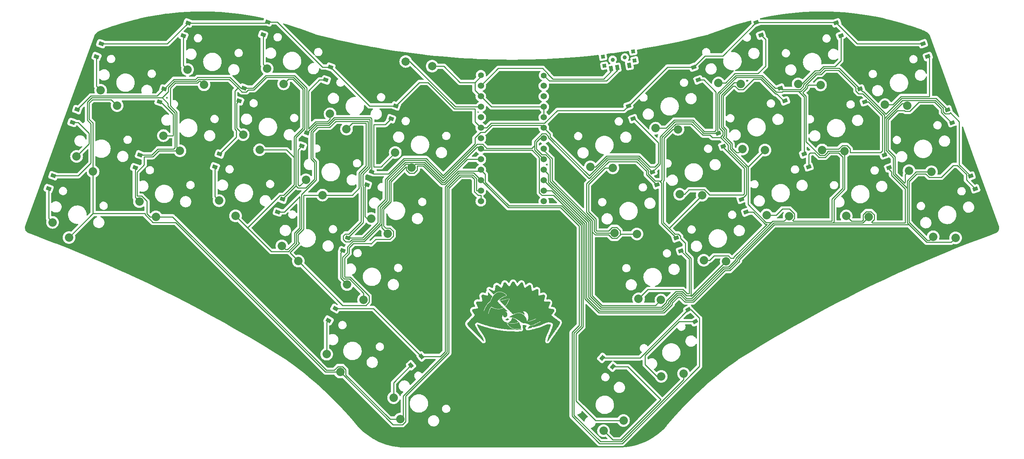
<source format=gbr>
%TF.GenerationSoftware,KiCad,Pcbnew,(6.0.1)*%
%TF.CreationDate,2022-06-05T22:57:27-04:00*%
%TF.ProjectId,sweep-squared,73776565-702d-4737-9175-617265642e6b,rev?*%
%TF.SameCoordinates,Original*%
%TF.FileFunction,Copper,L1,Top*%
%TF.FilePolarity,Positive*%
%FSLAX46Y46*%
G04 Gerber Fmt 4.6, Leading zero omitted, Abs format (unit mm)*
G04 Created by KiCad (PCBNEW (6.0.1)) date 2022-06-05 22:57:27*
%MOMM*%
%LPD*%
G01*
G04 APERTURE LIST*
G04 Aperture macros list*
%AMRotRect*
0 Rectangle, with rotation*
0 The origin of the aperture is its center*
0 $1 length*
0 $2 width*
0 $3 Rotation angle, in degrees counterclockwise*
0 Add horizontal line*
21,1,$1,$2,0,0,$3*%
G04 Aperture macros list end*
%TA.AperFunction,EtchedComponent*%
%ADD10C,0.010000*%
%TD*%
%TA.AperFunction,ComponentPad*%
%ADD11C,2.032000*%
%TD*%
%TA.AperFunction,SMDPad,CuDef*%
%ADD12RotRect,0.900000X1.200000X290.000000*%
%TD*%
%TA.AperFunction,SMDPad,CuDef*%
%ADD13RotRect,0.900000X1.200000X250.000000*%
%TD*%
%TA.AperFunction,SMDPad,CuDef*%
%ADD14RotRect,0.900000X1.200000X240.000000*%
%TD*%
%TA.AperFunction,ComponentPad*%
%ADD15C,2.000000*%
%TD*%
%TA.AperFunction,SMDPad,CuDef*%
%ADD16RotRect,0.900000X1.250000X10.000000*%
%TD*%
%TA.AperFunction,SMDPad,CuDef*%
%ADD17RotRect,0.900000X0.900000X10.000000*%
%TD*%
%TA.AperFunction,WasherPad*%
%ADD18C,1.000000*%
%TD*%
%TA.AperFunction,SMDPad,CuDef*%
%ADD19RotRect,0.900000X1.200000X320.000000*%
%TD*%
%TA.AperFunction,ComponentPad*%
%ADD20C,1.397000*%
%TD*%
%TA.AperFunction,SMDPad,CuDef*%
%ADD21RotRect,0.900000X1.200000X220.000000*%
%TD*%
%TA.AperFunction,SMDPad,CuDef*%
%ADD22RotRect,0.900000X1.200000X300.000000*%
%TD*%
%TA.AperFunction,ComponentPad*%
%ADD23C,1.524000*%
%TD*%
%TA.AperFunction,Conductor*%
%ADD24C,0.250000*%
%TD*%
G04 APERTURE END LIST*
D10*
%TO.C,G\u002A\u002A\u002A*%
X160818859Y-123420057D02*
X160861528Y-123422927D01*
X160861528Y-123422927D02*
X160894098Y-123428151D01*
X160894098Y-123428151D02*
X160923386Y-123437239D01*
X160923386Y-123437239D02*
X160951333Y-123449384D01*
X160951333Y-123449384D02*
X161022832Y-123492125D01*
X161022832Y-123492125D02*
X161087733Y-123548879D01*
X161087733Y-123548879D02*
X161144984Y-123617659D01*
X161144984Y-123617659D02*
X161193532Y-123696477D01*
X161193532Y-123696477D02*
X161232325Y-123783346D01*
X161232325Y-123783346D02*
X161260309Y-123876280D01*
X161260309Y-123876280D02*
X161276432Y-123973292D01*
X161276432Y-123973292D02*
X161279747Y-124069307D01*
X161279747Y-124069307D02*
X161277299Y-124146221D01*
X161277299Y-124146221D02*
X161239199Y-124109804D01*
X161239199Y-124109804D02*
X161153719Y-124036349D01*
X161153719Y-124036349D02*
X161055263Y-123965898D01*
X161055263Y-123965898D02*
X160947764Y-123900581D01*
X160947764Y-123900581D02*
X160835157Y-123842524D01*
X160835157Y-123842524D02*
X160721376Y-123793855D01*
X160721376Y-123793855D02*
X160610355Y-123756702D01*
X160610355Y-123756702D02*
X160564249Y-123744751D01*
X160564249Y-123744751D02*
X160529708Y-123736514D01*
X160529708Y-123736514D02*
X160497103Y-123728487D01*
X160497103Y-123728487D02*
X160476217Y-123723122D01*
X160476217Y-123723122D02*
X160449051Y-123717496D01*
X160449051Y-123717496D02*
X160424627Y-123714947D01*
X160424627Y-123714947D02*
X160423301Y-123714933D01*
X160423301Y-123714933D02*
X160406849Y-123712523D01*
X160406849Y-123712523D02*
X160400999Y-123707553D01*
X160400999Y-123707553D02*
X160406114Y-123693805D01*
X160406114Y-123693805D02*
X160419823Y-123670579D01*
X160419823Y-123670579D02*
X160439677Y-123641236D01*
X160439677Y-123641236D02*
X160463225Y-123609132D01*
X160463225Y-123609132D02*
X160488019Y-123577628D01*
X160488019Y-123577628D02*
X160511607Y-123550080D01*
X160511607Y-123550080D02*
X160528810Y-123532350D01*
X160528810Y-123532350D02*
X160589678Y-123482361D01*
X160589678Y-123482361D02*
X160650468Y-123447741D01*
X160650468Y-123447741D02*
X160714392Y-123427244D01*
X160714392Y-123427244D02*
X160784661Y-123419629D01*
X160784661Y-123419629D02*
X160818859Y-123420057D01*
X160818859Y-123420057D02*
X160818859Y-123420057D01*
G36*
X160818859Y-123420057D02*
G01*
X160861528Y-123422927D01*
X160894098Y-123428151D01*
X160923386Y-123437239D01*
X160951333Y-123449384D01*
X161022832Y-123492125D01*
X161087733Y-123548879D01*
X161144984Y-123617659D01*
X161193532Y-123696477D01*
X161232325Y-123783346D01*
X161260309Y-123876280D01*
X161276432Y-123973292D01*
X161279747Y-124069307D01*
X161277299Y-124146221D01*
X161239199Y-124109804D01*
X161153719Y-124036349D01*
X161055263Y-123965898D01*
X160947764Y-123900581D01*
X160835157Y-123842524D01*
X160721376Y-123793855D01*
X160610355Y-123756702D01*
X160564249Y-123744751D01*
X160529708Y-123736514D01*
X160497103Y-123728487D01*
X160476217Y-123723122D01*
X160449051Y-123717496D01*
X160424627Y-123714947D01*
X160423301Y-123714933D01*
X160406849Y-123712523D01*
X160400999Y-123707553D01*
X160406114Y-123693805D01*
X160419823Y-123670579D01*
X160439677Y-123641236D01*
X160463225Y-123609132D01*
X160488019Y-123577628D01*
X160511607Y-123550080D01*
X160528810Y-123532350D01*
X160589678Y-123482361D01*
X160650468Y-123447741D01*
X160714392Y-123427244D01*
X160784661Y-123419629D01*
X160818859Y-123420057D01*
G37*
X160818859Y-123420057D02*
X160861528Y-123422927D01*
X160894098Y-123428151D01*
X160923386Y-123437239D01*
X160951333Y-123449384D01*
X161022832Y-123492125D01*
X161087733Y-123548879D01*
X161144984Y-123617659D01*
X161193532Y-123696477D01*
X161232325Y-123783346D01*
X161260309Y-123876280D01*
X161276432Y-123973292D01*
X161279747Y-124069307D01*
X161277299Y-124146221D01*
X161239199Y-124109804D01*
X161153719Y-124036349D01*
X161055263Y-123965898D01*
X160947764Y-123900581D01*
X160835157Y-123842524D01*
X160721376Y-123793855D01*
X160610355Y-123756702D01*
X160564249Y-123744751D01*
X160529708Y-123736514D01*
X160497103Y-123728487D01*
X160476217Y-123723122D01*
X160449051Y-123717496D01*
X160424627Y-123714947D01*
X160423301Y-123714933D01*
X160406849Y-123712523D01*
X160400999Y-123707553D01*
X160406114Y-123693805D01*
X160419823Y-123670579D01*
X160439677Y-123641236D01*
X160463225Y-123609132D01*
X160488019Y-123577628D01*
X160511607Y-123550080D01*
X160528810Y-123532350D01*
X160589678Y-123482361D01*
X160650468Y-123447741D01*
X160714392Y-123427244D01*
X160784661Y-123419629D01*
X160818859Y-123420057D01*
X159977362Y-126068120D02*
X159996201Y-126090541D01*
X159996201Y-126090541D02*
X160019606Y-126122040D01*
X160019606Y-126122040D02*
X160045698Y-126159782D01*
X160045698Y-126159782D02*
X160072600Y-126200931D01*
X160072600Y-126200931D02*
X160098435Y-126242653D01*
X160098435Y-126242653D02*
X160121323Y-126282112D01*
X160121323Y-126282112D02*
X160139388Y-126316474D01*
X160139388Y-126316474D02*
X160146144Y-126331134D01*
X160146144Y-126331134D02*
X160155174Y-126352200D01*
X160155174Y-126352200D02*
X160162735Y-126370202D01*
X160162735Y-126370202D02*
X160169668Y-126387504D01*
X160169668Y-126387504D02*
X160176814Y-126406474D01*
X160176814Y-126406474D02*
X160185016Y-126429476D01*
X160185016Y-126429476D02*
X160195116Y-126458877D01*
X160195116Y-126458877D02*
X160207955Y-126497044D01*
X160207955Y-126497044D02*
X160224376Y-126546341D01*
X160224376Y-126546341D02*
X160245220Y-126609136D01*
X160245220Y-126609136D02*
X160247277Y-126615335D01*
X160247277Y-126615335D02*
X160275470Y-126699012D01*
X160275470Y-126699012D02*
X160299709Y-126767903D01*
X160299709Y-126767903D02*
X160320648Y-126823518D01*
X160320648Y-126823518D02*
X160338937Y-126867367D01*
X160338937Y-126867367D02*
X160355227Y-126900961D01*
X160355227Y-126900961D02*
X160370170Y-126925808D01*
X160370170Y-126925808D02*
X160384417Y-126943419D01*
X160384417Y-126943419D02*
X160391698Y-126950161D01*
X160391698Y-126950161D02*
X160404037Y-126962392D01*
X160404037Y-126962392D02*
X160414069Y-126977875D01*
X160414069Y-126977875D02*
X160422227Y-126998695D01*
X160422227Y-126998695D02*
X160428946Y-127026937D01*
X160428946Y-127026937D02*
X160434660Y-127064686D01*
X160434660Y-127064686D02*
X160439803Y-127114024D01*
X160439803Y-127114024D02*
X160444810Y-127177037D01*
X160444810Y-127177037D02*
X160447712Y-127219011D01*
X160447712Y-127219011D02*
X160451473Y-127273088D01*
X160451473Y-127273088D02*
X160455206Y-127322625D01*
X160455206Y-127322625D02*
X160458665Y-127364682D01*
X160458665Y-127364682D02*
X160461607Y-127396322D01*
X160461607Y-127396322D02*
X160463786Y-127414605D01*
X160463786Y-127414605D02*
X160464118Y-127416442D01*
X160464118Y-127416442D02*
X160465216Y-127434616D01*
X160465216Y-127434616D02*
X160461467Y-127443758D01*
X160461467Y-127443758D02*
X160450330Y-127447730D01*
X160450330Y-127447730D02*
X160426718Y-127454554D01*
X160426718Y-127454554D02*
X160394640Y-127463205D01*
X160394640Y-127463205D02*
X160358104Y-127472654D01*
X160358104Y-127472654D02*
X160321119Y-127481876D01*
X160321119Y-127481876D02*
X160287693Y-127489842D01*
X160287693Y-127489842D02*
X160261834Y-127495526D01*
X160261834Y-127495526D02*
X160252833Y-127497218D01*
X160252833Y-127497218D02*
X160220017Y-127503049D01*
X160220017Y-127503049D02*
X160203886Y-127506878D01*
X160203886Y-127506878D02*
X160202033Y-127508000D01*
X160202033Y-127508000D02*
X160199498Y-127509406D01*
X160199498Y-127509406D02*
X160189937Y-127511762D01*
X160189937Y-127511762D02*
X160170419Y-127515686D01*
X160170419Y-127515686D02*
X160138012Y-127521798D01*
X160138012Y-127521798D02*
X160125833Y-127524058D01*
X160125833Y-127524058D02*
X160094701Y-127529857D01*
X160094701Y-127529857D02*
X160067473Y-127534983D01*
X160067473Y-127534983D02*
X160054205Y-127537523D01*
X160054205Y-127537523D02*
X160015792Y-127544308D01*
X160015792Y-127544308D02*
X159975217Y-127550398D01*
X159975217Y-127550398D02*
X159941515Y-127554444D01*
X159941515Y-127554444D02*
X159939566Y-127554623D01*
X159939566Y-127554623D02*
X159921732Y-127556694D01*
X159921732Y-127556694D02*
X159914168Y-127558528D01*
X159914168Y-127558528D02*
X159914166Y-127558549D01*
X159914166Y-127558549D02*
X159908371Y-127560759D01*
X159908371Y-127560759D02*
X159890016Y-127563448D01*
X159890016Y-127563448D02*
X159857646Y-127566789D01*
X159857646Y-127566789D02*
X159810536Y-127570895D01*
X159810536Y-127570895D02*
X159775418Y-127574121D01*
X159775418Y-127574121D02*
X159744870Y-127577492D01*
X159744870Y-127577492D02*
X159724401Y-127580386D01*
X159724401Y-127580386D02*
X159721636Y-127580933D01*
X159721636Y-127580933D02*
X159708674Y-127582143D01*
X159708674Y-127582143D02*
X159682270Y-127583376D01*
X159682270Y-127583376D02*
X159645199Y-127584589D01*
X159645199Y-127584589D02*
X159600237Y-127585741D01*
X159600237Y-127585741D02*
X159550161Y-127586787D01*
X159550161Y-127586787D02*
X159497746Y-127587685D01*
X159497746Y-127587685D02*
X159445769Y-127588391D01*
X159445769Y-127588391D02*
X159397005Y-127588864D01*
X159397005Y-127588864D02*
X159354231Y-127589059D01*
X159354231Y-127589059D02*
X159320222Y-127588935D01*
X159320222Y-127588935D02*
X159297755Y-127588447D01*
X159297755Y-127588447D02*
X159289640Y-127587619D01*
X159289640Y-127587619D02*
X159280590Y-127585979D01*
X159280590Y-127585979D02*
X159258374Y-127583731D01*
X159258374Y-127583731D02*
X159226735Y-127581220D01*
X159226735Y-127581220D02*
X159202759Y-127579603D01*
X159202759Y-127579603D02*
X159166698Y-127577077D01*
X159166698Y-127577077D02*
X159137337Y-127574552D01*
X159137337Y-127574552D02*
X159118536Y-127572386D01*
X159118536Y-127572386D02*
X159113822Y-127571349D01*
X159113822Y-127571349D02*
X159103392Y-127568867D01*
X159103392Y-127568867D02*
X159081612Y-127565606D01*
X159081612Y-127565606D02*
X159062881Y-127563358D01*
X159062881Y-127563358D02*
X159026821Y-127558908D01*
X159026821Y-127558908D02*
X158986196Y-127553174D01*
X158986196Y-127553174D02*
X158965899Y-127550012D01*
X158965899Y-127550012D02*
X158940710Y-127545747D01*
X158940710Y-127545747D02*
X158918737Y-127541498D01*
X158918737Y-127541498D02*
X158895266Y-127536189D01*
X158895266Y-127536189D02*
X158865583Y-127528743D01*
X158865583Y-127528743D02*
X158824976Y-127518082D01*
X158824976Y-127518082D02*
X158817733Y-127516161D01*
X158817733Y-127516161D02*
X158790785Y-127509549D01*
X158790785Y-127509549D02*
X158768338Y-127504950D01*
X158768338Y-127504950D02*
X158762699Y-127504111D01*
X158762699Y-127504111D02*
X158748811Y-127500638D01*
X158748811Y-127500638D02*
X158722749Y-127492461D01*
X158722749Y-127492461D02*
X158687278Y-127480578D01*
X158687278Y-127480578D02*
X158645163Y-127465990D01*
X158645163Y-127465990D02*
X158599166Y-127449694D01*
X158599166Y-127449694D02*
X158552051Y-127432691D01*
X158552051Y-127432691D02*
X158506583Y-127415980D01*
X158506583Y-127415980D02*
X158465526Y-127400559D01*
X158465526Y-127400559D02*
X158431642Y-127387428D01*
X158431642Y-127387428D02*
X158407696Y-127377587D01*
X158407696Y-127377587D02*
X158396451Y-127372034D01*
X158396451Y-127372034D02*
X158395969Y-127371525D01*
X158395969Y-127371525D02*
X158386915Y-127364901D01*
X158386915Y-127364901D02*
X158367855Y-127356703D01*
X158367855Y-127356703D02*
X158362536Y-127354864D01*
X158362536Y-127354864D02*
X158336579Y-127344295D01*
X158336579Y-127344295D02*
X158306000Y-127329128D01*
X158306000Y-127329128D02*
X158292405Y-127321501D01*
X158292405Y-127321501D02*
X158266428Y-127307093D01*
X158266428Y-127307093D02*
X158243679Y-127295999D01*
X158243679Y-127295999D02*
X158234822Y-127292509D01*
X158234822Y-127292509D02*
X158220471Y-127284911D01*
X158220471Y-127284911D02*
X158216599Y-127278830D01*
X158216599Y-127278830D02*
X158209994Y-127271342D01*
X158209994Y-127271342D02*
X158206931Y-127270934D01*
X158206931Y-127270934D02*
X158195304Y-127266599D01*
X158195304Y-127266599D02*
X158174376Y-127255414D01*
X158174376Y-127255414D02*
X158148528Y-127240109D01*
X158148528Y-127240109D02*
X158122141Y-127223411D01*
X158122141Y-127223411D02*
X158099594Y-127208049D01*
X158099594Y-127208049D02*
X158085269Y-127196753D01*
X158085269Y-127196753D02*
X158082544Y-127193446D01*
X158082544Y-127193446D02*
X158072812Y-127186882D01*
X158072812Y-127186882D02*
X158067727Y-127186267D01*
X158067727Y-127186267D02*
X158056921Y-127181463D01*
X158056921Y-127181463D02*
X158055733Y-127177800D01*
X158055733Y-127177800D02*
X158048927Y-127170172D01*
X158048927Y-127170172D02*
X158043738Y-127169334D01*
X158043738Y-127169334D02*
X158031083Y-127165332D01*
X158031083Y-127165332D02*
X158028922Y-127162629D01*
X158028922Y-127162629D02*
X158021052Y-127154877D01*
X158021052Y-127154877D02*
X158002821Y-127140502D01*
X158002821Y-127140502D02*
X157977894Y-127122369D01*
X157977894Y-127122369D02*
X157973183Y-127119069D01*
X157973183Y-127119069D02*
X157947900Y-127100575D01*
X157947900Y-127100575D02*
X157929192Y-127085202D01*
X157929192Y-127085202D02*
X157920501Y-127075820D01*
X157920501Y-127075820D02*
X157920266Y-127074973D01*
X157920266Y-127074973D02*
X157913535Y-127068275D01*
X157913535Y-127068275D02*
X157909435Y-127067734D01*
X157909435Y-127067734D02*
X157896540Y-127061481D01*
X157896540Y-127061481D02*
X157886399Y-127050800D01*
X157886399Y-127050800D02*
X157874653Y-127037800D01*
X157874653Y-127037800D02*
X157867610Y-127033867D01*
X157867610Y-127033867D02*
X157857160Y-127027735D01*
X157857160Y-127027735D02*
X157836030Y-127009803D01*
X157836030Y-127009803D02*
X157804968Y-126980768D01*
X157804968Y-126980768D02*
X157764721Y-126941324D01*
X157764721Y-126941324D02*
X157723269Y-126899543D01*
X157723269Y-126899543D02*
X157680625Y-126856038D01*
X157680625Y-126856038D02*
X157648553Y-126823100D01*
X157648553Y-126823100D02*
X157625693Y-126799286D01*
X157625693Y-126799286D02*
X157610682Y-126783149D01*
X157610682Y-126783149D02*
X157602159Y-126773245D01*
X157602159Y-126773245D02*
X157598763Y-126768128D01*
X157598763Y-126768128D02*
X157598533Y-126767167D01*
X157598533Y-126767167D02*
X157593341Y-126758552D01*
X157593341Y-126758552D02*
X157583716Y-126747517D01*
X157583716Y-126747517D02*
X157548061Y-126706664D01*
X157548061Y-126706664D02*
X157507102Y-126653418D01*
X157507102Y-126653418D02*
X157462740Y-126590707D01*
X157462740Y-126590707D02*
X157416877Y-126521461D01*
X157416877Y-126521461D02*
X157371415Y-126448610D01*
X157371415Y-126448610D02*
X157328256Y-126375084D01*
X157328256Y-126375084D02*
X157289302Y-126303812D01*
X157289302Y-126303812D02*
X157266691Y-126259167D01*
X157266691Y-126259167D02*
X157252677Y-126230672D01*
X157252677Y-126230672D02*
X157240692Y-126206713D01*
X157240692Y-126206713D02*
X157233956Y-126193665D01*
X157233956Y-126193665D02*
X157225324Y-126170404D01*
X157225324Y-126170404D02*
X157229829Y-126157466D01*
X157229829Y-126157466D02*
X157247035Y-126155051D01*
X157247035Y-126155051D02*
X157276506Y-126163358D01*
X157276506Y-126163358D02*
X157288943Y-126168529D01*
X157288943Y-126168529D02*
X157314080Y-126178676D01*
X157314080Y-126178676D02*
X157349258Y-126191634D01*
X157349258Y-126191634D02*
X157390755Y-126206166D01*
X157390755Y-126206166D02*
X157434846Y-126221038D01*
X157434846Y-126221038D02*
X157477808Y-126235015D01*
X157477808Y-126235015D02*
X157515916Y-126246862D01*
X157515916Y-126246862D02*
X157545447Y-126255346D01*
X157545447Y-126255346D02*
X157562368Y-126259191D01*
X157562368Y-126259191D02*
X157585754Y-126264583D01*
X157585754Y-126264583D02*
X157613385Y-126273948D01*
X157613385Y-126273948D02*
X157618498Y-126276027D01*
X157618498Y-126276027D02*
X157639574Y-126283658D01*
X157639574Y-126283658D02*
X157653255Y-126286288D01*
X157653255Y-126286288D02*
X157655247Y-126285708D01*
X157655247Y-126285708D02*
X157665013Y-126285688D01*
X157665013Y-126285688D02*
X157684421Y-126290614D01*
X157684421Y-126290614D02*
X157691666Y-126293034D01*
X157691666Y-126293034D02*
X157712914Y-126299241D01*
X157712914Y-126299241D02*
X157726536Y-126300829D01*
X157726536Y-126300829D02*
X157728276Y-126300169D01*
X157728276Y-126300169D02*
X157738089Y-126300286D01*
X157738089Y-126300286D02*
X157749603Y-126305022D01*
X157749603Y-126305022D02*
X157769423Y-126312355D01*
X157769423Y-126312355D02*
X157795497Y-126318293D01*
X157795497Y-126318293D02*
X157799012Y-126318840D01*
X157799012Y-126318840D02*
X157825005Y-126322790D01*
X157825005Y-126322790D02*
X157846233Y-126326313D01*
X157846233Y-126326313D02*
X157848299Y-126326690D01*
X157848299Y-126326690D02*
X157867676Y-126330099D01*
X157867676Y-126330099D02*
X157893820Y-126334466D01*
X157893820Y-126334466D02*
X157899099Y-126335324D01*
X157899099Y-126335324D02*
X157925400Y-126339667D01*
X157925400Y-126339667D02*
X157946971Y-126343378D01*
X157946971Y-126343378D02*
X157949899Y-126343907D01*
X157949899Y-126343907D02*
X158058494Y-126359685D01*
X158058494Y-126359685D02*
X158072666Y-126361216D01*
X158072666Y-126361216D02*
X158104265Y-126364568D01*
X158104265Y-126364568D02*
X158133064Y-126367712D01*
X158133064Y-126367712D02*
X158144633Y-126369020D01*
X158144633Y-126369020D02*
X158218092Y-126375835D01*
X158218092Y-126375835D02*
X158301895Y-126380746D01*
X158301895Y-126380746D02*
X158392209Y-126383750D01*
X158392209Y-126383750D02*
X158485203Y-126384846D01*
X158485203Y-126384846D02*
X158577047Y-126384030D01*
X158577047Y-126384030D02*
X158663908Y-126381302D01*
X158663908Y-126381302D02*
X158741954Y-126376658D01*
X158741954Y-126376658D02*
X158807355Y-126370096D01*
X158807355Y-126370096D02*
X158812521Y-126369407D01*
X158812521Y-126369407D02*
X158843658Y-126365282D01*
X158843658Y-126365282D02*
X158884638Y-126360030D01*
X158884638Y-126360030D02*
X158928491Y-126354538D01*
X158928491Y-126354538D02*
X158953199Y-126351507D01*
X158953199Y-126351507D02*
X158990030Y-126346694D01*
X158990030Y-126346694D02*
X159027579Y-126341227D01*
X159027579Y-126341227D02*
X159061788Y-126335764D01*
X159061788Y-126335764D02*
X159088600Y-126330962D01*
X159088600Y-126330962D02*
X159103959Y-126327480D01*
X159103959Y-126327480D02*
X159105778Y-126326761D01*
X159105778Y-126326761D02*
X159116135Y-126323985D01*
X159116135Y-126323985D02*
X159137116Y-126320130D01*
X159137116Y-126320130D02*
X159147933Y-126318434D01*
X159147933Y-126318434D02*
X159171797Y-126314382D01*
X159171797Y-126314382D02*
X159187867Y-126310745D01*
X159187867Y-126310745D02*
X159190800Y-126309637D01*
X159190800Y-126309637D02*
X159201917Y-126306141D01*
X159201917Y-126306141D02*
X159222160Y-126301855D01*
X159222160Y-126301855D02*
X159224459Y-126301443D01*
X159224459Y-126301443D02*
X159247325Y-126296627D01*
X159247325Y-126296627D02*
X159281107Y-126288566D01*
X159281107Y-126288566D02*
X159321425Y-126278409D01*
X159321425Y-126278409D02*
X159363898Y-126267306D01*
X159363898Y-126267306D02*
X159404146Y-126256408D01*
X159404146Y-126256408D02*
X159437788Y-126246865D01*
X159437788Y-126246865D02*
X159460444Y-126239825D01*
X159460444Y-126239825D02*
X159463894Y-126238585D01*
X159463894Y-126238585D02*
X159480008Y-126234158D01*
X159480008Y-126234158D02*
X159486599Y-126235670D01*
X159486599Y-126235670D02*
X159491290Y-126235791D01*
X159491290Y-126235791D02*
X159496759Y-126231227D01*
X159496759Y-126231227D02*
X159513216Y-126222793D01*
X159513216Y-126222793D02*
X159524982Y-126221067D01*
X159524982Y-126221067D02*
X159542222Y-126218569D01*
X159542222Y-126218569D02*
X159548933Y-126215177D01*
X159548933Y-126215177D02*
X159561869Y-126208744D01*
X159561869Y-126208744D02*
X159568182Y-126207327D01*
X159568182Y-126207327D02*
X159583303Y-126203300D01*
X159583303Y-126203300D02*
X159607646Y-126195091D01*
X159607646Y-126195091D02*
X159625087Y-126188621D01*
X159625087Y-126188621D02*
X159651173Y-126178650D01*
X159651173Y-126178650D02*
X159687754Y-126164745D01*
X159687754Y-126164745D02*
X159729475Y-126148940D01*
X159729475Y-126148940D02*
X159761766Y-126136741D01*
X159761766Y-126136741D02*
X159804950Y-126120031D01*
X159804950Y-126120031D02*
X159848146Y-126102607D01*
X159848146Y-126102607D02*
X159885518Y-126086857D01*
X159885518Y-126086857D02*
X159905699Y-126077821D01*
X159905699Y-126077821D02*
X159932829Y-126066183D01*
X159932829Y-126066183D02*
X159954260Y-126058931D01*
X159954260Y-126058931D02*
X159964966Y-126057611D01*
X159964966Y-126057611D02*
X159977362Y-126068120D01*
X159977362Y-126068120D02*
X159977362Y-126068120D01*
G36*
X159977362Y-126068120D02*
G01*
X159996201Y-126090541D01*
X160019606Y-126122040D01*
X160045698Y-126159782D01*
X160072600Y-126200931D01*
X160098435Y-126242653D01*
X160121323Y-126282112D01*
X160139388Y-126316474D01*
X160146144Y-126331134D01*
X160155174Y-126352200D01*
X160162735Y-126370202D01*
X160169668Y-126387504D01*
X160176814Y-126406474D01*
X160185016Y-126429476D01*
X160195116Y-126458877D01*
X160207955Y-126497044D01*
X160224376Y-126546341D01*
X160245220Y-126609136D01*
X160247277Y-126615335D01*
X160275470Y-126699012D01*
X160299709Y-126767903D01*
X160320648Y-126823518D01*
X160338937Y-126867367D01*
X160355227Y-126900961D01*
X160370170Y-126925808D01*
X160384417Y-126943419D01*
X160391698Y-126950161D01*
X160404037Y-126962392D01*
X160414069Y-126977875D01*
X160422227Y-126998695D01*
X160428946Y-127026937D01*
X160434660Y-127064686D01*
X160439803Y-127114024D01*
X160444810Y-127177037D01*
X160447712Y-127219011D01*
X160451473Y-127273088D01*
X160455206Y-127322625D01*
X160458665Y-127364682D01*
X160461607Y-127396322D01*
X160463786Y-127414605D01*
X160464118Y-127416442D01*
X160465216Y-127434616D01*
X160461467Y-127443758D01*
X160450330Y-127447730D01*
X160426718Y-127454554D01*
X160394640Y-127463205D01*
X160358104Y-127472654D01*
X160321119Y-127481876D01*
X160287693Y-127489842D01*
X160261834Y-127495526D01*
X160252833Y-127497218D01*
X160220017Y-127503049D01*
X160203886Y-127506878D01*
X160202033Y-127508000D01*
X160199498Y-127509406D01*
X160189937Y-127511762D01*
X160170419Y-127515686D01*
X160138012Y-127521798D01*
X160125833Y-127524058D01*
X160094701Y-127529857D01*
X160067473Y-127534983D01*
X160054205Y-127537523D01*
X160015792Y-127544308D01*
X159975217Y-127550398D01*
X159941515Y-127554444D01*
X159939566Y-127554623D01*
X159921732Y-127556694D01*
X159914168Y-127558528D01*
X159914166Y-127558549D01*
X159908371Y-127560759D01*
X159890016Y-127563448D01*
X159857646Y-127566789D01*
X159810536Y-127570895D01*
X159775418Y-127574121D01*
X159744870Y-127577492D01*
X159724401Y-127580386D01*
X159721636Y-127580933D01*
X159708674Y-127582143D01*
X159682270Y-127583376D01*
X159645199Y-127584589D01*
X159600237Y-127585741D01*
X159550161Y-127586787D01*
X159497746Y-127587685D01*
X159445769Y-127588391D01*
X159397005Y-127588864D01*
X159354231Y-127589059D01*
X159320222Y-127588935D01*
X159297755Y-127588447D01*
X159289640Y-127587619D01*
X159280590Y-127585979D01*
X159258374Y-127583731D01*
X159226735Y-127581220D01*
X159202759Y-127579603D01*
X159166698Y-127577077D01*
X159137337Y-127574552D01*
X159118536Y-127572386D01*
X159113822Y-127571349D01*
X159103392Y-127568867D01*
X159081612Y-127565606D01*
X159062881Y-127563358D01*
X159026821Y-127558908D01*
X158986196Y-127553174D01*
X158965899Y-127550012D01*
X158940710Y-127545747D01*
X158918737Y-127541498D01*
X158895266Y-127536189D01*
X158865583Y-127528743D01*
X158824976Y-127518082D01*
X158817733Y-127516161D01*
X158790785Y-127509549D01*
X158768338Y-127504950D01*
X158762699Y-127504111D01*
X158748811Y-127500638D01*
X158722749Y-127492461D01*
X158687278Y-127480578D01*
X158645163Y-127465990D01*
X158599166Y-127449694D01*
X158552051Y-127432691D01*
X158506583Y-127415980D01*
X158465526Y-127400559D01*
X158431642Y-127387428D01*
X158407696Y-127377587D01*
X158396451Y-127372034D01*
X158395969Y-127371525D01*
X158386915Y-127364901D01*
X158367855Y-127356703D01*
X158362536Y-127354864D01*
X158336579Y-127344295D01*
X158306000Y-127329128D01*
X158292405Y-127321501D01*
X158266428Y-127307093D01*
X158243679Y-127295999D01*
X158234822Y-127292509D01*
X158220471Y-127284911D01*
X158216599Y-127278830D01*
X158209994Y-127271342D01*
X158206931Y-127270934D01*
X158195304Y-127266599D01*
X158174376Y-127255414D01*
X158148528Y-127240109D01*
X158122141Y-127223411D01*
X158099594Y-127208049D01*
X158085269Y-127196753D01*
X158082544Y-127193446D01*
X158072812Y-127186882D01*
X158067727Y-127186267D01*
X158056921Y-127181463D01*
X158055733Y-127177800D01*
X158048927Y-127170172D01*
X158043738Y-127169334D01*
X158031083Y-127165332D01*
X158028922Y-127162629D01*
X158021052Y-127154877D01*
X158002821Y-127140502D01*
X157977894Y-127122369D01*
X157973183Y-127119069D01*
X157947900Y-127100575D01*
X157929192Y-127085202D01*
X157920501Y-127075820D01*
X157920266Y-127074973D01*
X157913535Y-127068275D01*
X157909435Y-127067734D01*
X157896540Y-127061481D01*
X157886399Y-127050800D01*
X157874653Y-127037800D01*
X157867610Y-127033867D01*
X157857160Y-127027735D01*
X157836030Y-127009803D01*
X157804968Y-126980768D01*
X157764721Y-126941324D01*
X157723269Y-126899543D01*
X157680625Y-126856038D01*
X157648553Y-126823100D01*
X157625693Y-126799286D01*
X157610682Y-126783149D01*
X157602159Y-126773245D01*
X157598763Y-126768128D01*
X157598533Y-126767167D01*
X157593341Y-126758552D01*
X157583716Y-126747517D01*
X157548061Y-126706664D01*
X157507102Y-126653418D01*
X157462740Y-126590707D01*
X157416877Y-126521461D01*
X157371415Y-126448610D01*
X157328256Y-126375084D01*
X157289302Y-126303812D01*
X157266691Y-126259167D01*
X157252677Y-126230672D01*
X157240692Y-126206713D01*
X157233956Y-126193665D01*
X157225324Y-126170404D01*
X157229829Y-126157466D01*
X157247035Y-126155051D01*
X157276506Y-126163358D01*
X157288943Y-126168529D01*
X157314080Y-126178676D01*
X157349258Y-126191634D01*
X157390755Y-126206166D01*
X157434846Y-126221038D01*
X157477808Y-126235015D01*
X157515916Y-126246862D01*
X157545447Y-126255346D01*
X157562368Y-126259191D01*
X157585754Y-126264583D01*
X157613385Y-126273948D01*
X157618498Y-126276027D01*
X157639574Y-126283658D01*
X157653255Y-126286288D01*
X157655247Y-126285708D01*
X157665013Y-126285688D01*
X157684421Y-126290614D01*
X157691666Y-126293034D01*
X157712914Y-126299241D01*
X157726536Y-126300829D01*
X157728276Y-126300169D01*
X157738089Y-126300286D01*
X157749603Y-126305022D01*
X157769423Y-126312355D01*
X157795497Y-126318293D01*
X157799012Y-126318840D01*
X157825005Y-126322790D01*
X157846233Y-126326313D01*
X157848299Y-126326690D01*
X157867676Y-126330099D01*
X157893820Y-126334466D01*
X157899099Y-126335324D01*
X157925400Y-126339667D01*
X157946971Y-126343378D01*
X157949899Y-126343907D01*
X158058494Y-126359685D01*
X158072666Y-126361216D01*
X158104265Y-126364568D01*
X158133064Y-126367712D01*
X158144633Y-126369020D01*
X158218092Y-126375835D01*
X158301895Y-126380746D01*
X158392209Y-126383750D01*
X158485203Y-126384846D01*
X158577047Y-126384030D01*
X158663908Y-126381302D01*
X158741954Y-126376658D01*
X158807355Y-126370096D01*
X158812521Y-126369407D01*
X158843658Y-126365282D01*
X158884638Y-126360030D01*
X158928491Y-126354538D01*
X158953199Y-126351507D01*
X158990030Y-126346694D01*
X159027579Y-126341227D01*
X159061788Y-126335764D01*
X159088600Y-126330962D01*
X159103959Y-126327480D01*
X159105778Y-126326761D01*
X159116135Y-126323985D01*
X159137116Y-126320130D01*
X159147933Y-126318434D01*
X159171797Y-126314382D01*
X159187867Y-126310745D01*
X159190800Y-126309637D01*
X159201917Y-126306141D01*
X159222160Y-126301855D01*
X159224459Y-126301443D01*
X159247325Y-126296627D01*
X159281107Y-126288566D01*
X159321425Y-126278409D01*
X159363898Y-126267306D01*
X159404146Y-126256408D01*
X159437788Y-126246865D01*
X159460444Y-126239825D01*
X159463894Y-126238585D01*
X159480008Y-126234158D01*
X159486599Y-126235670D01*
X159491290Y-126235791D01*
X159496759Y-126231227D01*
X159513216Y-126222793D01*
X159524982Y-126221067D01*
X159542222Y-126218569D01*
X159548933Y-126215177D01*
X159561869Y-126208744D01*
X159568182Y-126207327D01*
X159583303Y-126203300D01*
X159607646Y-126195091D01*
X159625087Y-126188621D01*
X159651173Y-126178650D01*
X159687754Y-126164745D01*
X159729475Y-126148940D01*
X159761766Y-126136741D01*
X159804950Y-126120031D01*
X159848146Y-126102607D01*
X159885518Y-126086857D01*
X159905699Y-126077821D01*
X159932829Y-126066183D01*
X159954260Y-126058931D01*
X159964966Y-126057611D01*
X159977362Y-126068120D01*
G37*
X159977362Y-126068120D02*
X159996201Y-126090541D01*
X160019606Y-126122040D01*
X160045698Y-126159782D01*
X160072600Y-126200931D01*
X160098435Y-126242653D01*
X160121323Y-126282112D01*
X160139388Y-126316474D01*
X160146144Y-126331134D01*
X160155174Y-126352200D01*
X160162735Y-126370202D01*
X160169668Y-126387504D01*
X160176814Y-126406474D01*
X160185016Y-126429476D01*
X160195116Y-126458877D01*
X160207955Y-126497044D01*
X160224376Y-126546341D01*
X160245220Y-126609136D01*
X160247277Y-126615335D01*
X160275470Y-126699012D01*
X160299709Y-126767903D01*
X160320648Y-126823518D01*
X160338937Y-126867367D01*
X160355227Y-126900961D01*
X160370170Y-126925808D01*
X160384417Y-126943419D01*
X160391698Y-126950161D01*
X160404037Y-126962392D01*
X160414069Y-126977875D01*
X160422227Y-126998695D01*
X160428946Y-127026937D01*
X160434660Y-127064686D01*
X160439803Y-127114024D01*
X160444810Y-127177037D01*
X160447712Y-127219011D01*
X160451473Y-127273088D01*
X160455206Y-127322625D01*
X160458665Y-127364682D01*
X160461607Y-127396322D01*
X160463786Y-127414605D01*
X160464118Y-127416442D01*
X160465216Y-127434616D01*
X160461467Y-127443758D01*
X160450330Y-127447730D01*
X160426718Y-127454554D01*
X160394640Y-127463205D01*
X160358104Y-127472654D01*
X160321119Y-127481876D01*
X160287693Y-127489842D01*
X160261834Y-127495526D01*
X160252833Y-127497218D01*
X160220017Y-127503049D01*
X160203886Y-127506878D01*
X160202033Y-127508000D01*
X160199498Y-127509406D01*
X160189937Y-127511762D01*
X160170419Y-127515686D01*
X160138012Y-127521798D01*
X160125833Y-127524058D01*
X160094701Y-127529857D01*
X160067473Y-127534983D01*
X160054205Y-127537523D01*
X160015792Y-127544308D01*
X159975217Y-127550398D01*
X159941515Y-127554444D01*
X159939566Y-127554623D01*
X159921732Y-127556694D01*
X159914168Y-127558528D01*
X159914166Y-127558549D01*
X159908371Y-127560759D01*
X159890016Y-127563448D01*
X159857646Y-127566789D01*
X159810536Y-127570895D01*
X159775418Y-127574121D01*
X159744870Y-127577492D01*
X159724401Y-127580386D01*
X159721636Y-127580933D01*
X159708674Y-127582143D01*
X159682270Y-127583376D01*
X159645199Y-127584589D01*
X159600237Y-127585741D01*
X159550161Y-127586787D01*
X159497746Y-127587685D01*
X159445769Y-127588391D01*
X159397005Y-127588864D01*
X159354231Y-127589059D01*
X159320222Y-127588935D01*
X159297755Y-127588447D01*
X159289640Y-127587619D01*
X159280590Y-127585979D01*
X159258374Y-127583731D01*
X159226735Y-127581220D01*
X159202759Y-127579603D01*
X159166698Y-127577077D01*
X159137337Y-127574552D01*
X159118536Y-127572386D01*
X159113822Y-127571349D01*
X159103392Y-127568867D01*
X159081612Y-127565606D01*
X159062881Y-127563358D01*
X159026821Y-127558908D01*
X158986196Y-127553174D01*
X158965899Y-127550012D01*
X158940710Y-127545747D01*
X158918737Y-127541498D01*
X158895266Y-127536189D01*
X158865583Y-127528743D01*
X158824976Y-127518082D01*
X158817733Y-127516161D01*
X158790785Y-127509549D01*
X158768338Y-127504950D01*
X158762699Y-127504111D01*
X158748811Y-127500638D01*
X158722749Y-127492461D01*
X158687278Y-127480578D01*
X158645163Y-127465990D01*
X158599166Y-127449694D01*
X158552051Y-127432691D01*
X158506583Y-127415980D01*
X158465526Y-127400559D01*
X158431642Y-127387428D01*
X158407696Y-127377587D01*
X158396451Y-127372034D01*
X158395969Y-127371525D01*
X158386915Y-127364901D01*
X158367855Y-127356703D01*
X158362536Y-127354864D01*
X158336579Y-127344295D01*
X158306000Y-127329128D01*
X158292405Y-127321501D01*
X158266428Y-127307093D01*
X158243679Y-127295999D01*
X158234822Y-127292509D01*
X158220471Y-127284911D01*
X158216599Y-127278830D01*
X158209994Y-127271342D01*
X158206931Y-127270934D01*
X158195304Y-127266599D01*
X158174376Y-127255414D01*
X158148528Y-127240109D01*
X158122141Y-127223411D01*
X158099594Y-127208049D01*
X158085269Y-127196753D01*
X158082544Y-127193446D01*
X158072812Y-127186882D01*
X158067727Y-127186267D01*
X158056921Y-127181463D01*
X158055733Y-127177800D01*
X158048927Y-127170172D01*
X158043738Y-127169334D01*
X158031083Y-127165332D01*
X158028922Y-127162629D01*
X158021052Y-127154877D01*
X158002821Y-127140502D01*
X157977894Y-127122369D01*
X157973183Y-127119069D01*
X157947900Y-127100575D01*
X157929192Y-127085202D01*
X157920501Y-127075820D01*
X157920266Y-127074973D01*
X157913535Y-127068275D01*
X157909435Y-127067734D01*
X157896540Y-127061481D01*
X157886399Y-127050800D01*
X157874653Y-127037800D01*
X157867610Y-127033867D01*
X157857160Y-127027735D01*
X157836030Y-127009803D01*
X157804968Y-126980768D01*
X157764721Y-126941324D01*
X157723269Y-126899543D01*
X157680625Y-126856038D01*
X157648553Y-126823100D01*
X157625693Y-126799286D01*
X157610682Y-126783149D01*
X157602159Y-126773245D01*
X157598763Y-126768128D01*
X157598533Y-126767167D01*
X157593341Y-126758552D01*
X157583716Y-126747517D01*
X157548061Y-126706664D01*
X157507102Y-126653418D01*
X157462740Y-126590707D01*
X157416877Y-126521461D01*
X157371415Y-126448610D01*
X157328256Y-126375084D01*
X157289302Y-126303812D01*
X157266691Y-126259167D01*
X157252677Y-126230672D01*
X157240692Y-126206713D01*
X157233956Y-126193665D01*
X157225324Y-126170404D01*
X157229829Y-126157466D01*
X157247035Y-126155051D01*
X157276506Y-126163358D01*
X157288943Y-126168529D01*
X157314080Y-126178676D01*
X157349258Y-126191634D01*
X157390755Y-126206166D01*
X157434846Y-126221038D01*
X157477808Y-126235015D01*
X157515916Y-126246862D01*
X157545447Y-126255346D01*
X157562368Y-126259191D01*
X157585754Y-126264583D01*
X157613385Y-126273948D01*
X157618498Y-126276027D01*
X157639574Y-126283658D01*
X157653255Y-126286288D01*
X157655247Y-126285708D01*
X157665013Y-126285688D01*
X157684421Y-126290614D01*
X157691666Y-126293034D01*
X157712914Y-126299241D01*
X157726536Y-126300829D01*
X157728276Y-126300169D01*
X157738089Y-126300286D01*
X157749603Y-126305022D01*
X157769423Y-126312355D01*
X157795497Y-126318293D01*
X157799012Y-126318840D01*
X157825005Y-126322790D01*
X157846233Y-126326313D01*
X157848299Y-126326690D01*
X157867676Y-126330099D01*
X157893820Y-126334466D01*
X157899099Y-126335324D01*
X157925400Y-126339667D01*
X157946971Y-126343378D01*
X157949899Y-126343907D01*
X158058494Y-126359685D01*
X158072666Y-126361216D01*
X158104265Y-126364568D01*
X158133064Y-126367712D01*
X158144633Y-126369020D01*
X158218092Y-126375835D01*
X158301895Y-126380746D01*
X158392209Y-126383750D01*
X158485203Y-126384846D01*
X158577047Y-126384030D01*
X158663908Y-126381302D01*
X158741954Y-126376658D01*
X158807355Y-126370096D01*
X158812521Y-126369407D01*
X158843658Y-126365282D01*
X158884638Y-126360030D01*
X158928491Y-126354538D01*
X158953199Y-126351507D01*
X158990030Y-126346694D01*
X159027579Y-126341227D01*
X159061788Y-126335764D01*
X159088600Y-126330962D01*
X159103959Y-126327480D01*
X159105778Y-126326761D01*
X159116135Y-126323985D01*
X159137116Y-126320130D01*
X159147933Y-126318434D01*
X159171797Y-126314382D01*
X159187867Y-126310745D01*
X159190800Y-126309637D01*
X159201917Y-126306141D01*
X159222160Y-126301855D01*
X159224459Y-126301443D01*
X159247325Y-126296627D01*
X159281107Y-126288566D01*
X159321425Y-126278409D01*
X159363898Y-126267306D01*
X159404146Y-126256408D01*
X159437788Y-126246865D01*
X159460444Y-126239825D01*
X159463894Y-126238585D01*
X159480008Y-126234158D01*
X159486599Y-126235670D01*
X159491290Y-126235791D01*
X159496759Y-126231227D01*
X159513216Y-126222793D01*
X159524982Y-126221067D01*
X159542222Y-126218569D01*
X159548933Y-126215177D01*
X159561869Y-126208744D01*
X159568182Y-126207327D01*
X159583303Y-126203300D01*
X159607646Y-126195091D01*
X159625087Y-126188621D01*
X159651173Y-126178650D01*
X159687754Y-126164745D01*
X159729475Y-126148940D01*
X159761766Y-126136741D01*
X159804950Y-126120031D01*
X159848146Y-126102607D01*
X159885518Y-126086857D01*
X159905699Y-126077821D01*
X159932829Y-126066183D01*
X159954260Y-126058931D01*
X159964966Y-126057611D01*
X159977362Y-126068120D01*
X158666090Y-116193060D02*
X158694188Y-116195584D01*
X158694188Y-116195584D02*
X158717977Y-116201522D01*
X158717977Y-116201522D02*
X158743762Y-116212176D01*
X158743762Y-116212176D02*
X158760180Y-116220076D01*
X158760180Y-116220076D02*
X158812822Y-116252407D01*
X158812822Y-116252407D02*
X158853164Y-116289057D01*
X158853164Y-116289057D02*
X158863832Y-116303492D01*
X158863832Y-116303492D02*
X158882225Y-116331170D01*
X158882225Y-116331170D02*
X158907504Y-116370728D01*
X158907504Y-116370728D02*
X158938829Y-116420801D01*
X158938829Y-116420801D02*
X158975361Y-116480027D01*
X158975361Y-116480027D02*
X159016259Y-116547042D01*
X159016259Y-116547042D02*
X159060683Y-116620482D01*
X159060683Y-116620482D02*
X159107793Y-116698983D01*
X159107793Y-116698983D02*
X159156751Y-116781183D01*
X159156751Y-116781183D02*
X159168673Y-116801295D01*
X159168673Y-116801295D02*
X159229686Y-116904067D01*
X159229686Y-116904067D02*
X159282685Y-116992793D01*
X159282685Y-116992793D02*
X159328074Y-117068121D01*
X159328074Y-117068121D02*
X159366258Y-117130698D01*
X159366258Y-117130698D02*
X159397639Y-117181172D01*
X159397639Y-117181172D02*
X159422624Y-117220188D01*
X159422624Y-117220188D02*
X159441614Y-117248395D01*
X159441614Y-117248395D02*
X159455016Y-117266439D01*
X159455016Y-117266439D02*
X159463232Y-117274968D01*
X159463232Y-117274968D02*
X159465006Y-117275835D01*
X159465006Y-117275835D02*
X159479680Y-117277899D01*
X159479680Y-117277899D02*
X159507464Y-117281045D01*
X159507464Y-117281045D02*
X159544598Y-117284874D01*
X159544598Y-117284874D02*
X159587324Y-117288985D01*
X159587324Y-117288985D02*
X159594947Y-117289689D01*
X159594947Y-117289689D02*
X159641716Y-117293726D01*
X159641716Y-117293726D02*
X159674493Y-117295757D01*
X159674493Y-117295757D02*
X159696106Y-117295744D01*
X159696106Y-117295744D02*
X159709381Y-117293649D01*
X159709381Y-117293649D02*
X159717146Y-117289435D01*
X159717146Y-117289435D02*
X159718569Y-117288034D01*
X159718569Y-117288034D02*
X159726020Y-117279752D01*
X159726020Y-117279752D02*
X159743760Y-117259944D01*
X159743760Y-117259944D02*
X159770799Y-117229716D01*
X159770799Y-117229716D02*
X159806148Y-117190175D01*
X159806148Y-117190175D02*
X159848819Y-117142426D01*
X159848819Y-117142426D02*
X159897823Y-117087577D01*
X159897823Y-117087577D02*
X159952171Y-117026733D01*
X159952171Y-117026733D02*
X160010876Y-116961001D01*
X160010876Y-116961001D02*
X160072947Y-116891488D01*
X160072947Y-116891488D02*
X160086265Y-116876572D01*
X160086265Y-116876572D02*
X160149458Y-116805958D01*
X160149458Y-116805958D02*
X160209997Y-116738624D01*
X160209997Y-116738624D02*
X160266832Y-116675719D01*
X160266832Y-116675719D02*
X160318912Y-116618390D01*
X160318912Y-116618390D02*
X160365185Y-116567787D01*
X160365185Y-116567787D02*
X160404601Y-116525059D01*
X160404601Y-116525059D02*
X160436108Y-116491353D01*
X160436108Y-116491353D02*
X160458657Y-116467818D01*
X160458657Y-116467818D02*
X160471195Y-116455603D01*
X160471195Y-116455603D02*
X160472260Y-116454732D01*
X160472260Y-116454732D02*
X160526465Y-116423456D01*
X160526465Y-116423456D02*
X160588708Y-116404406D01*
X160588708Y-116404406D02*
X160654750Y-116398148D01*
X160654750Y-116398148D02*
X160720349Y-116405248D01*
X160720349Y-116405248D02*
X160758688Y-116416513D01*
X160758688Y-116416513D02*
X160815647Y-116446371D01*
X160815647Y-116446371D02*
X160867009Y-116489674D01*
X160867009Y-116489674D02*
X160909288Y-116543062D01*
X160909288Y-116543062D02*
X160930330Y-116581767D01*
X160930330Y-116581767D02*
X160937965Y-116600312D01*
X160937965Y-116600312D02*
X160950674Y-116633236D01*
X160950674Y-116633236D02*
X160967877Y-116678960D01*
X160967877Y-116678960D02*
X160988994Y-116735902D01*
X160988994Y-116735902D02*
X161013443Y-116802481D01*
X161013443Y-116802481D02*
X161040645Y-116877116D01*
X161040645Y-116877116D02*
X161070019Y-116958225D01*
X161070019Y-116958225D02*
X161100985Y-117044229D01*
X161100985Y-117044229D02*
X161132961Y-117133545D01*
X161132961Y-117133545D02*
X161133977Y-117136392D01*
X161133977Y-117136392D02*
X161310783Y-117631751D01*
X161310783Y-117631751D02*
X161437129Y-117671076D01*
X161437129Y-117671076D02*
X161563474Y-117710400D01*
X161563474Y-117710400D02*
X162002832Y-117380397D01*
X162002832Y-117380397D02*
X162079843Y-117322735D01*
X162079843Y-117322735D02*
X162153782Y-117267719D01*
X162153782Y-117267719D02*
X162223390Y-117216265D01*
X162223390Y-117216265D02*
X162287407Y-117169287D01*
X162287407Y-117169287D02*
X162344574Y-117127702D01*
X162344574Y-117127702D02*
X162393631Y-117092423D01*
X162393631Y-117092423D02*
X162433318Y-117064365D01*
X162433318Y-117064365D02*
X162462376Y-117044445D01*
X162462376Y-117044445D02*
X162479546Y-117033576D01*
X162479546Y-117033576D02*
X162482045Y-117032283D01*
X162482045Y-117032283D02*
X162531638Y-117017433D01*
X162531638Y-117017433D02*
X162589023Y-117012566D01*
X162589023Y-117012566D02*
X162648424Y-117017535D01*
X162648424Y-117017535D02*
X162704067Y-117032190D01*
X162704067Y-117032190D02*
X162719021Y-117038387D01*
X162719021Y-117038387D02*
X162771008Y-117069717D01*
X162771008Y-117069717D02*
X162818536Y-117112467D01*
X162818536Y-117112467D02*
X162857344Y-117162147D01*
X162857344Y-117162147D02*
X162881481Y-117209571D01*
X162881481Y-117209571D02*
X162887050Y-117229703D01*
X162887050Y-117229703D02*
X162894883Y-117266258D01*
X162894883Y-117266258D02*
X162904921Y-117318887D01*
X162904921Y-117318887D02*
X162917101Y-117387241D01*
X162917101Y-117387241D02*
X162931364Y-117470970D01*
X162931364Y-117470970D02*
X162947648Y-117569724D01*
X162947648Y-117569724D02*
X162965893Y-117683155D01*
X162965893Y-117683155D02*
X162986038Y-117810913D01*
X162986038Y-117810913D02*
X162986066Y-117811094D01*
X162986066Y-117811094D02*
X163072534Y-118364195D01*
X163072534Y-118364195D02*
X163186144Y-118427597D01*
X163186144Y-118427597D02*
X163225530Y-118449465D01*
X163225530Y-118449465D02*
X163259427Y-118468069D01*
X163259427Y-118468069D02*
X163285217Y-118481992D01*
X163285217Y-118481992D02*
X163300283Y-118489813D01*
X163300283Y-118489813D02*
X163303042Y-118491000D01*
X163303042Y-118491000D02*
X163311055Y-118487462D01*
X163311055Y-118487462D02*
X163333067Y-118477255D01*
X163333067Y-118477255D02*
X163367788Y-118460988D01*
X163367788Y-118460988D02*
X163413927Y-118439269D01*
X163413927Y-118439269D02*
X163470193Y-118412709D01*
X163470193Y-118412709D02*
X163535298Y-118381917D01*
X163535298Y-118381917D02*
X163607949Y-118347502D01*
X163607949Y-118347502D02*
X163686858Y-118310073D01*
X163686858Y-118310073D02*
X163770733Y-118270239D01*
X163770733Y-118270239D02*
X163795956Y-118258251D01*
X163795956Y-118258251D02*
X163885535Y-118215849D01*
X163885535Y-118215849D02*
X163970678Y-118175899D01*
X163970678Y-118175899D02*
X164050042Y-118139010D01*
X164050042Y-118139010D02*
X164122284Y-118105790D01*
X164122284Y-118105790D02*
X164186061Y-118076848D01*
X164186061Y-118076848D02*
X164240030Y-118052795D01*
X164240030Y-118052795D02*
X164282848Y-118034239D01*
X164282848Y-118034239D02*
X164313171Y-118021789D01*
X164313171Y-118021789D02*
X164329658Y-118016055D01*
X164329658Y-118016055D02*
X164330123Y-118015949D01*
X164330123Y-118015949D02*
X164396044Y-118010019D01*
X164396044Y-118010019D02*
X164460538Y-118019487D01*
X164460538Y-118019487D02*
X164521451Y-118042837D01*
X164521451Y-118042837D02*
X164576626Y-118078548D01*
X164576626Y-118078548D02*
X164623907Y-118125104D01*
X164623907Y-118125104D02*
X164661138Y-118180984D01*
X164661138Y-118180984D02*
X164686163Y-118244672D01*
X164686163Y-118244672D02*
X164692072Y-118270867D01*
X164692072Y-118270867D02*
X164693740Y-118287532D01*
X164693740Y-118287532D02*
X164694712Y-118315694D01*
X164694712Y-118315694D02*
X164694975Y-118356035D01*
X164694975Y-118356035D02*
X164694516Y-118409243D01*
X164694516Y-118409243D02*
X164693325Y-118476001D01*
X164693325Y-118476001D02*
X164691389Y-118556996D01*
X164691389Y-118556996D02*
X164688695Y-118652912D01*
X164688695Y-118652912D02*
X164685232Y-118764434D01*
X164685232Y-118764434D02*
X164681405Y-118879989D01*
X164681405Y-118879989D02*
X164662328Y-119442544D01*
X164662328Y-119442544D02*
X164688260Y-119464189D01*
X164688260Y-119464189D02*
X164705251Y-119478569D01*
X164705251Y-119478569D02*
X164731215Y-119500777D01*
X164731215Y-119500777D02*
X164762336Y-119527542D01*
X164762336Y-119527542D02*
X164788678Y-119550293D01*
X164788678Y-119550293D02*
X164863165Y-119614752D01*
X164863165Y-119614752D02*
X165110699Y-119553382D01*
X165110699Y-119553382D02*
X165243975Y-119520339D01*
X165243975Y-119520339D02*
X165361838Y-119491133D01*
X165361838Y-119491133D02*
X165465311Y-119465533D01*
X165465311Y-119465533D02*
X165555417Y-119443308D01*
X165555417Y-119443308D02*
X165633180Y-119424226D01*
X165633180Y-119424226D02*
X165699624Y-119408055D01*
X165699624Y-119408055D02*
X165755773Y-119394566D01*
X165755773Y-119394566D02*
X165802649Y-119383526D01*
X165802649Y-119383526D02*
X165841277Y-119374705D01*
X165841277Y-119374705D02*
X165872680Y-119367871D01*
X165872680Y-119367871D02*
X165897882Y-119362793D01*
X165897882Y-119362793D02*
X165917906Y-119359239D01*
X165917906Y-119359239D02*
X165933777Y-119356979D01*
X165933777Y-119356979D02*
X165946517Y-119355781D01*
X165946517Y-119355781D02*
X165957151Y-119355414D01*
X165957151Y-119355414D02*
X165966701Y-119355647D01*
X165966701Y-119355647D02*
X165976192Y-119356249D01*
X165976192Y-119356249D02*
X165981635Y-119356644D01*
X165981635Y-119356644D02*
X166048814Y-119369528D01*
X166048814Y-119369528D02*
X166110181Y-119396981D01*
X166110181Y-119396981D02*
X166163935Y-119437123D01*
X166163935Y-119437123D02*
X166208277Y-119488071D01*
X166208277Y-119488071D02*
X166241406Y-119547943D01*
X166241406Y-119547943D02*
X166261520Y-119614858D01*
X166261520Y-119614858D02*
X166266398Y-119654223D01*
X166266398Y-119654223D02*
X166266878Y-119667488D01*
X166266878Y-119667488D02*
X166266526Y-119682254D01*
X166266526Y-119682254D02*
X166265086Y-119699815D01*
X166265086Y-119699815D02*
X166262302Y-119721466D01*
X166262302Y-119721466D02*
X166257919Y-119748503D01*
X166257919Y-119748503D02*
X166251679Y-119782221D01*
X166251679Y-119782221D02*
X166243328Y-119823914D01*
X166243328Y-119823914D02*
X166232609Y-119874877D01*
X166232609Y-119874877D02*
X166219266Y-119936406D01*
X166219266Y-119936406D02*
X166203044Y-120009795D01*
X166203044Y-120009795D02*
X166183686Y-120096339D01*
X166183686Y-120096339D02*
X166160937Y-120197333D01*
X166160937Y-120197333D02*
X166145967Y-120263575D01*
X166145967Y-120263575D02*
X166124825Y-120357484D01*
X166124825Y-120357484D02*
X166104943Y-120446649D01*
X166104943Y-120446649D02*
X166086618Y-120529681D01*
X166086618Y-120529681D02*
X166070147Y-120605188D01*
X166070147Y-120605188D02*
X166055829Y-120671778D01*
X166055829Y-120671778D02*
X166043962Y-120728062D01*
X166043962Y-120728062D02*
X166034843Y-120772647D01*
X166034843Y-120772647D02*
X166028771Y-120804142D01*
X166028771Y-120804142D02*
X166026044Y-120821158D01*
X166026044Y-120821158D02*
X166025991Y-120823732D01*
X166025991Y-120823732D02*
X166032537Y-120833995D01*
X166032537Y-120833995D02*
X166047700Y-120854817D01*
X166047700Y-120854817D02*
X166069497Y-120883557D01*
X166069497Y-120883557D02*
X166095939Y-120917572D01*
X166095939Y-120917572D02*
X166108283Y-120933212D01*
X166108283Y-120933212D02*
X166186346Y-121031674D01*
X166186346Y-121031674D02*
X166288756Y-121026574D01*
X166288756Y-121026574D02*
X166365198Y-121022951D01*
X166365198Y-121022951D02*
X166447802Y-121019364D01*
X166447802Y-121019364D02*
X166534858Y-121015862D01*
X166534858Y-121015862D02*
X166624657Y-121012495D01*
X166624657Y-121012495D02*
X166715491Y-121009311D01*
X166715491Y-121009311D02*
X166805651Y-121006360D01*
X166805651Y-121006360D02*
X166893427Y-121003689D01*
X166893427Y-121003689D02*
X166977111Y-121001347D01*
X166977111Y-121001347D02*
X167054994Y-120999385D01*
X167054994Y-120999385D02*
X167125367Y-120997850D01*
X167125367Y-120997850D02*
X167186521Y-120996792D01*
X167186521Y-120996792D02*
X167236747Y-120996259D01*
X167236747Y-120996259D02*
X167274335Y-120996300D01*
X167274335Y-120996300D02*
X167297578Y-120996964D01*
X167297578Y-120996964D02*
X167303327Y-120997553D01*
X167303327Y-120997553D02*
X167367625Y-121017936D01*
X167367625Y-121017936D02*
X167426287Y-121053043D01*
X167426287Y-121053043D02*
X167476952Y-121100982D01*
X167476952Y-121100982D02*
X167517258Y-121159865D01*
X167517258Y-121159865D02*
X167524899Y-121174934D01*
X167524899Y-121174934D02*
X167536891Y-121201508D01*
X167536891Y-121201508D02*
X167544547Y-121223916D01*
X167544547Y-121223916D02*
X167548827Y-121247433D01*
X167548827Y-121247433D02*
X167550692Y-121277330D01*
X167550692Y-121277330D02*
X167551100Y-121318867D01*
X167551100Y-121318867D02*
X167551100Y-121407767D01*
X167551100Y-121407767D02*
X167322993Y-121927886D01*
X167322993Y-121927886D02*
X167094887Y-122448005D01*
X167094887Y-122448005D02*
X167151649Y-122558652D01*
X167151649Y-122558652D02*
X167172212Y-122598576D01*
X167172212Y-122598576D02*
X167190353Y-122633501D01*
X167190353Y-122633501D02*
X167204522Y-122660466D01*
X167204522Y-122660466D02*
X167213172Y-122676512D01*
X167213172Y-122676512D02*
X167214753Y-122679233D01*
X167214753Y-122679233D02*
X167224091Y-122682432D01*
X167224091Y-122682432D02*
X167248869Y-122688132D01*
X167248869Y-122688132D02*
X167287815Y-122696095D01*
X167287815Y-122696095D02*
X167339658Y-122706087D01*
X167339658Y-122706087D02*
X167403128Y-122717871D01*
X167403128Y-122717871D02*
X167476952Y-122731213D01*
X167476952Y-122731213D02*
X167559860Y-122745875D01*
X167559860Y-122745875D02*
X167650580Y-122761622D01*
X167650580Y-122761622D02*
X167747841Y-122778219D01*
X167747841Y-122778219D02*
X167754397Y-122779328D01*
X167754397Y-122779328D02*
X167871253Y-122799188D01*
X167871253Y-122799188D02*
X167972382Y-122816611D01*
X167972382Y-122816611D02*
X168058785Y-122831790D01*
X168058785Y-122831790D02*
X168131464Y-122844913D01*
X168131464Y-122844913D02*
X168191420Y-122856174D01*
X168191420Y-122856174D02*
X168239654Y-122865762D01*
X168239654Y-122865762D02*
X168277169Y-122873868D01*
X168277169Y-122873868D02*
X168304964Y-122880684D01*
X168304964Y-122880684D02*
X168324042Y-122886401D01*
X168324042Y-122886401D02*
X168332029Y-122889522D01*
X168332029Y-122889522D02*
X168380007Y-122918717D01*
X168380007Y-122918717D02*
X168425597Y-122960201D01*
X168425597Y-122960201D02*
X168464327Y-123009457D01*
X168464327Y-123009457D02*
X168482944Y-123041942D01*
X168482944Y-123041942D02*
X168494083Y-123065970D01*
X168494083Y-123065970D02*
X168501301Y-123086790D01*
X168501301Y-123086790D02*
X168505438Y-123109255D01*
X168505438Y-123109255D02*
X168507333Y-123138220D01*
X168507333Y-123138220D02*
X168507828Y-123178540D01*
X168507828Y-123178540D02*
X168507833Y-123185767D01*
X168507833Y-123185767D02*
X168507456Y-123228342D01*
X168507456Y-123228342D02*
X168505800Y-123258717D01*
X168505800Y-123258717D02*
X168502072Y-123281617D01*
X168502072Y-123281617D02*
X168495482Y-123301769D01*
X168495482Y-123301769D02*
X168485239Y-123323899D01*
X168485239Y-123323899D02*
X168484454Y-123325467D01*
X168484454Y-123325467D02*
X168475572Y-123340545D01*
X168475572Y-123340545D02*
X168457908Y-123368190D01*
X168457908Y-123368190D02*
X168432358Y-123407076D01*
X168432358Y-123407076D02*
X168399816Y-123455872D01*
X168399816Y-123455872D02*
X168361178Y-123513252D01*
X168361178Y-123513252D02*
X168317339Y-123577887D01*
X168317339Y-123577887D02*
X168269193Y-123648448D01*
X168269193Y-123648448D02*
X168217636Y-123723608D01*
X168217636Y-123723608D02*
X168163564Y-123802039D01*
X168163564Y-123802039D02*
X168152504Y-123818033D01*
X168152504Y-123818033D02*
X167843933Y-124264032D01*
X167843933Y-124264032D02*
X167896997Y-124443672D01*
X167896997Y-124443672D02*
X168853047Y-125147879D01*
X168853047Y-125147879D02*
X168997954Y-125254687D01*
X168997954Y-125254687D02*
X169129596Y-125351872D01*
X169129596Y-125351872D02*
X169248408Y-125439764D01*
X169248408Y-125439764D02*
X169354825Y-125518690D01*
X169354825Y-125518690D02*
X169449284Y-125588979D01*
X169449284Y-125588979D02*
X169532218Y-125650959D01*
X169532218Y-125650959D02*
X169604065Y-125704957D01*
X169604065Y-125704957D02*
X169665259Y-125751304D01*
X169665259Y-125751304D02*
X169716237Y-125790326D01*
X169716237Y-125790326D02*
X169757433Y-125822353D01*
X169757433Y-125822353D02*
X169789283Y-125847712D01*
X169789283Y-125847712D02*
X169812224Y-125866732D01*
X169812224Y-125866732D02*
X169826689Y-125879742D01*
X169826689Y-125879742D02*
X169832629Y-125886293D01*
X169832629Y-125886293D02*
X169857500Y-125927951D01*
X169857500Y-125927951D02*
X169873927Y-125970333D01*
X169873927Y-125970333D02*
X169883148Y-126018229D01*
X169883148Y-126018229D02*
X169886405Y-126076427D01*
X169886405Y-126076427D02*
X169886426Y-126094067D01*
X169886426Y-126094067D02*
X169884693Y-126138390D01*
X169884693Y-126138390D02*
X169879809Y-126182739D01*
X169879809Y-126182739D02*
X169871250Y-126228149D01*
X169871250Y-126228149D02*
X169858496Y-126275655D01*
X169858496Y-126275655D02*
X169841022Y-126326293D01*
X169841022Y-126326293D02*
X169818307Y-126381099D01*
X169818307Y-126381099D02*
X169789828Y-126441108D01*
X169789828Y-126441108D02*
X169755061Y-126507354D01*
X169755061Y-126507354D02*
X169713484Y-126580875D01*
X169713484Y-126580875D02*
X169664575Y-126662705D01*
X169664575Y-126662705D02*
X169607811Y-126753880D01*
X169607811Y-126753880D02*
X169542670Y-126855435D01*
X169542670Y-126855435D02*
X169468628Y-126968406D01*
X169468628Y-126968406D02*
X169385162Y-127093828D01*
X169385162Y-127093828D02*
X169371448Y-127114300D01*
X169371448Y-127114300D02*
X169269672Y-127265308D01*
X169269672Y-127265308D02*
X169159257Y-127427586D01*
X169159257Y-127427586D02*
X169040048Y-127601355D01*
X169040048Y-127601355D02*
X168911891Y-127786833D01*
X168911891Y-127786833D02*
X168774634Y-127984242D01*
X168774634Y-127984242D02*
X168628121Y-128193801D01*
X168628121Y-128193801D02*
X168472199Y-128415730D01*
X168472199Y-128415730D02*
X168306715Y-128650249D01*
X168306715Y-128650249D02*
X168131514Y-128897578D01*
X168131514Y-128897578D02*
X167946443Y-129157936D01*
X167946443Y-129157936D02*
X167751348Y-129431544D01*
X167751348Y-129431544D02*
X167713190Y-129484967D01*
X167713190Y-129484967D02*
X167658995Y-129561336D01*
X167658995Y-129561336D02*
X167604865Y-129638573D01*
X167604865Y-129638573D02*
X167552242Y-129714558D01*
X167552242Y-129714558D02*
X167502567Y-129787170D01*
X167502567Y-129787170D02*
X167457283Y-129854291D01*
X167457283Y-129854291D02*
X167417833Y-129913799D01*
X167417833Y-129913799D02*
X167385657Y-129963575D01*
X167385657Y-129963575D02*
X167364772Y-129997200D01*
X167364772Y-129997200D02*
X167287572Y-130124384D01*
X167287572Y-130124384D02*
X167217578Y-130237688D01*
X167217578Y-130237688D02*
X167154879Y-130336983D01*
X167154879Y-130336983D02*
X167099561Y-130422140D01*
X167099561Y-130422140D02*
X167051714Y-130493029D01*
X167051714Y-130493029D02*
X167011424Y-130549522D01*
X167011424Y-130549522D02*
X166978780Y-130591489D01*
X166978780Y-130591489D02*
X166953870Y-130618802D01*
X166953870Y-130618802D02*
X166936781Y-130631331D01*
X166936781Y-130631331D02*
X166932757Y-130632200D01*
X166932757Y-130632200D02*
X166923447Y-130624599D01*
X166923447Y-130624599D02*
X166916110Y-130605208D01*
X166916110Y-130605208D02*
X166915347Y-130601536D01*
X166915347Y-130601536D02*
X166913068Y-130570291D01*
X166913068Y-130570291D02*
X166914782Y-130525087D01*
X166914782Y-130525087D02*
X166920113Y-130468323D01*
X166920113Y-130468323D02*
X166928686Y-130402399D01*
X166928686Y-130402399D02*
X166940123Y-130329715D01*
X166940123Y-130329715D02*
X166954049Y-130252670D01*
X166954049Y-130252670D02*
X166970087Y-130173665D01*
X166970087Y-130173665D02*
X166987861Y-130095100D01*
X166987861Y-130095100D02*
X167006132Y-130022600D01*
X167006132Y-130022600D02*
X167058158Y-129840061D01*
X167058158Y-129840061D02*
X167116402Y-129660561D01*
X167116402Y-129660561D02*
X167182028Y-129481087D01*
X167182028Y-129481087D02*
X167256196Y-129298627D01*
X167256196Y-129298627D02*
X167340069Y-129110169D01*
X167340069Y-129110169D02*
X167432334Y-128917700D01*
X167432334Y-128917700D02*
X167488721Y-128801769D01*
X167488721Y-128801769D02*
X167542902Y-128686171D01*
X167542902Y-128686171D02*
X167596283Y-128567712D01*
X167596283Y-128567712D02*
X167650272Y-128443198D01*
X167650272Y-128443198D02*
X167706275Y-128309436D01*
X167706275Y-128309436D02*
X167765700Y-128163232D01*
X167765700Y-128163232D02*
X167775876Y-128137828D01*
X167775876Y-128137828D02*
X167850307Y-127948599D01*
X167850307Y-127948599D02*
X167919322Y-127766876D01*
X167919322Y-127766876D02*
X167982750Y-127593255D01*
X167982750Y-127593255D02*
X168040426Y-127428335D01*
X168040426Y-127428335D02*
X168092179Y-127272713D01*
X168092179Y-127272713D02*
X168137842Y-127126986D01*
X168137842Y-127126986D02*
X168177247Y-126991752D01*
X168177247Y-126991752D02*
X168210225Y-126867609D01*
X168210225Y-126867609D02*
X168236607Y-126755152D01*
X168236607Y-126755152D02*
X168256226Y-126654981D01*
X168256226Y-126654981D02*
X168268914Y-126567692D01*
X168268914Y-126567692D02*
X168274501Y-126493883D01*
X168274501Y-126493883D02*
X168272820Y-126434152D01*
X168272820Y-126434152D02*
X168266233Y-126397278D01*
X168266233Y-126397278D02*
X168262453Y-126385809D01*
X168262453Y-126385809D02*
X168256808Y-126375086D01*
X168256808Y-126375086D02*
X168247555Y-126363583D01*
X168247555Y-126363583D02*
X168232947Y-126349774D01*
X168232947Y-126349774D02*
X168211240Y-126332132D01*
X168211240Y-126332132D02*
X168180689Y-126309132D01*
X168180689Y-126309132D02*
X168139549Y-126279248D01*
X168139549Y-126279248D02*
X168093794Y-126246467D01*
X168093794Y-126246467D02*
X168044189Y-126214770D01*
X168044189Y-126214770D02*
X167982391Y-126181113D01*
X167982391Y-126181113D02*
X167912680Y-126147445D01*
X167912680Y-126147445D02*
X167839339Y-126115717D01*
X167839339Y-126115717D02*
X167766650Y-126087881D01*
X167766650Y-126087881D02*
X167698894Y-126065887D01*
X167698894Y-126065887D02*
X167695033Y-126064783D01*
X167695033Y-126064783D02*
X167580408Y-126034607D01*
X167580408Y-126034607D02*
X167474872Y-126012218D01*
X167474872Y-126012218D02*
X167373171Y-125996970D01*
X167373171Y-125996970D02*
X167270049Y-125988219D01*
X167270049Y-125988219D02*
X167160254Y-125985319D01*
X167160254Y-125985319D02*
X167060640Y-125986883D01*
X167060640Y-125986883D02*
X166973991Y-125990398D01*
X166973991Y-125990398D02*
X166901976Y-125995343D01*
X166901976Y-125995343D02*
X166842333Y-126002065D01*
X166842333Y-126002065D02*
X166792796Y-126010909D01*
X166792796Y-126010909D02*
X166751103Y-126022223D01*
X166751103Y-126022223D02*
X166714988Y-126036354D01*
X166714988Y-126036354D02*
X166704433Y-126041430D01*
X166704433Y-126041430D02*
X166685565Y-126050266D01*
X166685565Y-126050266D02*
X166652475Y-126065029D01*
X166652475Y-126065029D02*
X166606570Y-126085125D01*
X166606570Y-126085125D02*
X166549256Y-126109960D01*
X166549256Y-126109960D02*
X166481937Y-126138939D01*
X166481937Y-126138939D02*
X166406021Y-126171470D01*
X166406021Y-126171470D02*
X166322914Y-126206956D01*
X166322914Y-126206956D02*
X166234020Y-126244806D01*
X166234020Y-126244806D02*
X166140747Y-126284424D01*
X166140747Y-126284424D02*
X166044500Y-126325217D01*
X166044500Y-126325217D02*
X165946685Y-126366590D01*
X165946685Y-126366590D02*
X165848708Y-126407949D01*
X165848708Y-126407949D02*
X165751975Y-126448702D01*
X165751975Y-126448702D02*
X165657892Y-126488252D01*
X165657892Y-126488252D02*
X165567865Y-126526008D01*
X165567865Y-126526008D02*
X165483300Y-126561373D01*
X165483300Y-126561373D02*
X165405603Y-126593755D01*
X165405603Y-126593755D02*
X165336179Y-126622560D01*
X165336179Y-126622560D02*
X165276435Y-126647193D01*
X165276435Y-126647193D02*
X165227777Y-126667060D01*
X165227777Y-126667060D02*
X165191610Y-126681567D01*
X165191610Y-126681567D02*
X165169341Y-126690121D01*
X165169341Y-126690121D02*
X165167733Y-126690697D01*
X165167733Y-126690697D02*
X164853925Y-126799332D01*
X164853925Y-126799332D02*
X164553945Y-126898619D01*
X164553945Y-126898619D02*
X164267553Y-126988633D01*
X164267553Y-126988633D02*
X163994507Y-127069449D01*
X163994507Y-127069449D02*
X163734566Y-127141143D01*
X163734566Y-127141143D02*
X163660593Y-127160499D01*
X163660593Y-127160499D02*
X163554687Y-127187856D01*
X163554687Y-127187856D02*
X163488927Y-127148978D01*
X163488927Y-127148978D02*
X163424454Y-127113445D01*
X163424454Y-127113445D02*
X163368202Y-127087749D01*
X163368202Y-127087749D02*
X163321254Y-127072240D01*
X163321254Y-127072240D02*
X163284691Y-127067269D01*
X163284691Y-127067269D02*
X163259594Y-127073186D01*
X163259594Y-127073186D02*
X163258008Y-127074213D01*
X163258008Y-127074213D02*
X163249390Y-127082432D01*
X163249390Y-127082432D02*
X163231713Y-127100856D01*
X163231713Y-127100856D02*
X163207226Y-127127088D01*
X163207226Y-127127088D02*
X163178181Y-127158733D01*
X163178181Y-127158733D02*
X163164874Y-127173382D01*
X163164874Y-127173382D02*
X163124439Y-127218015D01*
X163124439Y-127218015D02*
X163093497Y-127251813D01*
X163093497Y-127251813D02*
X163070110Y-127276434D01*
X163070110Y-127276434D02*
X163052341Y-127293536D01*
X163052341Y-127293536D02*
X163038251Y-127304776D01*
X163038251Y-127304776D02*
X163025903Y-127311812D01*
X163025903Y-127311812D02*
X163013360Y-127316303D01*
X163013360Y-127316303D02*
X162998683Y-127319906D01*
X162998683Y-127319906D02*
X162991800Y-127321466D01*
X162991800Y-127321466D02*
X162962508Y-127329356D01*
X162962508Y-127329356D02*
X162937858Y-127338058D01*
X162937858Y-127338058D02*
X162927968Y-127342878D01*
X162927968Y-127342878D02*
X162911410Y-127349892D01*
X162911410Y-127349892D02*
X162883867Y-127358335D01*
X162883867Y-127358335D02*
X162850994Y-127366494D01*
X162850994Y-127366494D02*
X162847535Y-127367249D01*
X162847535Y-127367249D02*
X162801208Y-127376904D01*
X162801208Y-127376904D02*
X162746276Y-127387831D01*
X162746276Y-127387831D02*
X162684783Y-127399671D01*
X162684783Y-127399671D02*
X162618772Y-127412062D01*
X162618772Y-127412062D02*
X162550286Y-127424646D01*
X162550286Y-127424646D02*
X162481369Y-127437063D01*
X162481369Y-127437063D02*
X162414062Y-127448954D01*
X162414062Y-127448954D02*
X162350411Y-127459958D01*
X162350411Y-127459958D02*
X162292457Y-127469716D01*
X162292457Y-127469716D02*
X162242245Y-127477869D01*
X162242245Y-127477869D02*
X162201816Y-127484056D01*
X162201816Y-127484056D02*
X162173216Y-127487918D01*
X162173216Y-127487918D02*
X162158485Y-127489096D01*
X162158485Y-127489096D02*
X162156982Y-127488804D01*
X162156982Y-127488804D02*
X162160909Y-127481774D01*
X162160909Y-127481774D02*
X162173641Y-127465661D01*
X162173641Y-127465661D02*
X162192505Y-127443830D01*
X162192505Y-127443830D02*
X162194231Y-127441902D01*
X162194231Y-127441902D02*
X162218718Y-127414335D01*
X162218718Y-127414335D02*
X162242457Y-127387150D01*
X162242457Y-127387150D02*
X162257932Y-127369044D01*
X162257932Y-127369044D02*
X162276485Y-127347231D01*
X162276485Y-127347231D02*
X162292935Y-127328397D01*
X162292935Y-127328397D02*
X162296186Y-127324786D01*
X162296186Y-127324786D02*
X162306042Y-127313185D01*
X162306042Y-127313185D02*
X162324086Y-127291255D01*
X162324086Y-127291255D02*
X162347965Y-127261917D01*
X162347965Y-127261917D02*
X162375324Y-127228092D01*
X162375324Y-127228092D02*
X162403809Y-127192703D01*
X162403809Y-127192703D02*
X162431068Y-127158669D01*
X162431068Y-127158669D02*
X162454746Y-127128915D01*
X162454746Y-127128915D02*
X162472490Y-127106360D01*
X162472490Y-127106360D02*
X162479407Y-127097367D01*
X162479407Y-127097367D02*
X162489825Y-127083786D01*
X162489825Y-127083786D02*
X162507855Y-127060506D01*
X162507855Y-127060506D02*
X162530672Y-127031168D01*
X162530672Y-127031168D02*
X162548377Y-127008467D01*
X162548377Y-127008467D02*
X162572468Y-126976911D01*
X162572468Y-126976911D02*
X162593154Y-126948520D01*
X162593154Y-126948520D02*
X162607797Y-126926986D01*
X162607797Y-126926986D02*
X162613125Y-126917788D01*
X162613125Y-126917788D02*
X162624225Y-126904466D01*
X162624225Y-126904466D02*
X162645182Y-126896738D01*
X162645182Y-126896738D02*
X162660688Y-126894270D01*
X162660688Y-126894270D02*
X162694266Y-126889539D01*
X162694266Y-126889539D02*
X162731113Y-126883513D01*
X162731113Y-126883513D02*
X162742033Y-126881537D01*
X162742033Y-126881537D02*
X162776641Y-126875600D01*
X162776641Y-126875600D02*
X162812250Y-126870291D01*
X162812250Y-126870291D02*
X162822466Y-126868966D01*
X162822466Y-126868966D02*
X162856683Y-126863865D01*
X162856683Y-126863865D02*
X162892441Y-126857210D01*
X162892441Y-126857210D02*
X162898666Y-126855874D01*
X162898666Y-126855874D02*
X162921404Y-126851083D01*
X162921404Y-126851083D02*
X162956283Y-126844036D01*
X162956283Y-126844036D02*
X162998807Y-126835627D01*
X162998807Y-126835627D02*
X163044480Y-126826754D01*
X163044480Y-126826754D02*
X163051066Y-126825488D01*
X163051066Y-126825488D02*
X163096822Y-126816623D01*
X163096822Y-126816623D02*
X163140078Y-126808093D01*
X163140078Y-126808093D02*
X163176338Y-126800796D01*
X163176338Y-126800796D02*
X163201106Y-126795627D01*
X163201106Y-126795627D02*
X163203466Y-126795109D01*
X163203466Y-126795109D02*
X163234698Y-126788188D01*
X163234698Y-126788188D02*
X163264852Y-126781502D01*
X163264852Y-126781502D02*
X163271200Y-126780094D01*
X163271200Y-126780094D02*
X163290975Y-126775333D01*
X163290975Y-126775333D02*
X163322663Y-126767285D01*
X163322663Y-126767285D02*
X163361831Y-126757092D01*
X163361831Y-126757092D02*
X163402433Y-126746326D01*
X163402433Y-126746326D02*
X163448776Y-126733970D01*
X163448776Y-126733970D02*
X163495936Y-126721478D01*
X163495936Y-126721478D02*
X163537819Y-126710460D01*
X163537819Y-126710460D02*
X163563909Y-126703664D01*
X163563909Y-126703664D02*
X163610814Y-126691205D01*
X163610814Y-126691205D02*
X163653246Y-126678978D01*
X163653246Y-126678978D02*
X163693427Y-126666053D01*
X163693427Y-126666053D02*
X163733581Y-126651499D01*
X163733581Y-126651499D02*
X163775931Y-126634386D01*
X163775931Y-126634386D02*
X163822701Y-126613782D01*
X163822701Y-126613782D02*
X163876114Y-126588759D01*
X163876114Y-126588759D02*
X163938394Y-126558384D01*
X163938394Y-126558384D02*
X164011763Y-126521727D01*
X164011763Y-126521727D02*
X164075122Y-126489697D01*
X164075122Y-126489697D02*
X164143364Y-126455125D01*
X164143364Y-126455125D02*
X164208787Y-126422051D01*
X164208787Y-126422051D02*
X164269410Y-126391470D01*
X164269410Y-126391470D02*
X164323254Y-126364380D01*
X164323254Y-126364380D02*
X164368337Y-126341776D01*
X164368337Y-126341776D02*
X164402678Y-126324654D01*
X164402678Y-126324654D02*
X164424297Y-126314011D01*
X164424297Y-126314011D02*
X164426900Y-126312757D01*
X164426900Y-126312757D02*
X164455939Y-126298625D01*
X164455939Y-126298625D02*
X164480856Y-126286077D01*
X164480856Y-126286077D02*
X164494633Y-126278729D01*
X164494633Y-126278729D02*
X164505736Y-126272865D01*
X164505736Y-126272865D02*
X164530124Y-126260314D01*
X164530124Y-126260314D02*
X164565959Y-126242006D01*
X164565959Y-126242006D02*
X164611402Y-126218871D01*
X164611402Y-126218871D02*
X164664616Y-126191838D01*
X164664616Y-126191838D02*
X164723761Y-126161837D01*
X164723761Y-126161837D02*
X164787001Y-126129800D01*
X164787001Y-126129800D02*
X164852495Y-126096655D01*
X164852495Y-126096655D02*
X164918407Y-126063332D01*
X164918407Y-126063332D02*
X164982898Y-126030762D01*
X164982898Y-126030762D02*
X165044129Y-125999874D01*
X165044129Y-125999874D02*
X165100262Y-125971599D01*
X165100262Y-125971599D02*
X165149460Y-125946867D01*
X165149460Y-125946867D02*
X165189883Y-125926606D01*
X165189883Y-125926606D02*
X165219694Y-125911748D01*
X165219694Y-125911748D02*
X165233426Y-125904980D01*
X165233426Y-125904980D02*
X165261097Y-125891127D01*
X165261097Y-125891127D02*
X165276524Y-125881162D01*
X165276524Y-125881162D02*
X165282689Y-125871566D01*
X165282689Y-125871566D02*
X165282577Y-125858821D01*
X165282577Y-125858821D02*
X165280888Y-125849015D01*
X165280888Y-125849015D02*
X165271348Y-125820974D01*
X165271348Y-125820974D02*
X165256221Y-125795930D01*
X165256221Y-125795930D02*
X165242569Y-125778716D01*
X165242569Y-125778716D02*
X165234531Y-125767047D01*
X165234531Y-125767047D02*
X165234159Y-125766296D01*
X165234159Y-125766296D02*
X165225212Y-125758742D01*
X165225212Y-125758742D02*
X165206744Y-125748433D01*
X165206744Y-125748433D02*
X165201600Y-125745984D01*
X165201600Y-125745984D02*
X165195832Y-125742777D01*
X165195832Y-125742777D02*
X165191401Y-125739787D01*
X165191401Y-125739787D02*
X165187147Y-125737531D01*
X165187147Y-125737531D02*
X165181911Y-125736528D01*
X165181911Y-125736528D02*
X165174533Y-125737296D01*
X165174533Y-125737296D02*
X165163854Y-125740352D01*
X165163854Y-125740352D02*
X165148713Y-125746214D01*
X165148713Y-125746214D02*
X165127953Y-125755400D01*
X165127953Y-125755400D02*
X165100412Y-125768428D01*
X165100412Y-125768428D02*
X165064932Y-125785817D01*
X165064932Y-125785817D02*
X165020352Y-125808083D01*
X165020352Y-125808083D02*
X164965514Y-125835745D01*
X164965514Y-125835745D02*
X164899258Y-125869321D01*
X164899258Y-125869321D02*
X164820424Y-125909329D01*
X164820424Y-125909329D02*
X164727852Y-125956286D01*
X164727852Y-125956286D02*
X164706300Y-125967209D01*
X164706300Y-125967209D02*
X164634134Y-126003748D01*
X164634134Y-126003748D02*
X164564923Y-126038731D01*
X164564923Y-126038731D02*
X164500491Y-126071242D01*
X164500491Y-126071242D02*
X164442666Y-126100361D01*
X164442666Y-126100361D02*
X164393272Y-126125170D01*
X164393272Y-126125170D02*
X164354137Y-126144749D01*
X164354137Y-126144749D02*
X164327085Y-126158180D01*
X164327085Y-126158180D02*
X164316833Y-126163184D01*
X164316833Y-126163184D02*
X164287866Y-126177300D01*
X164287866Y-126177300D02*
X164263076Y-126189776D01*
X164263076Y-126189776D02*
X164249395Y-126197048D01*
X164249395Y-126197048D02*
X164238338Y-126202879D01*
X164238338Y-126202879D02*
X164213898Y-126215457D01*
X164213898Y-126215457D02*
X164177810Y-126233899D01*
X164177810Y-126233899D02*
X164131807Y-126257321D01*
X164131807Y-126257321D02*
X164077625Y-126284843D01*
X164077625Y-126284843D02*
X164016997Y-126315580D01*
X164016997Y-126315580D02*
X163951658Y-126348650D01*
X163951658Y-126348650D02*
X163934917Y-126357114D01*
X163934917Y-126357114D02*
X163843890Y-126402751D01*
X163843890Y-126402751D02*
X163766131Y-126440858D01*
X163766131Y-126440858D02*
X163700096Y-126472112D01*
X163700096Y-126472112D02*
X163644243Y-126497193D01*
X163644243Y-126497193D02*
X163597030Y-126516781D01*
X163597030Y-126516781D02*
X163556915Y-126531553D01*
X163556915Y-126531553D02*
X163522353Y-126542190D01*
X163522353Y-126542190D02*
X163504033Y-126546780D01*
X163504033Y-126546780D02*
X163488845Y-126551330D01*
X163488845Y-126551330D02*
X163482866Y-126553453D01*
X163482866Y-126553453D02*
X163467188Y-126558296D01*
X163467188Y-126558296D02*
X163442707Y-126564887D01*
X163442707Y-126564887D02*
X163432066Y-126567561D01*
X163432066Y-126567561D02*
X163407096Y-126573808D01*
X163407096Y-126573808D02*
X163371535Y-126582844D01*
X163371535Y-126582844D02*
X163331176Y-126593191D01*
X163331176Y-126593191D02*
X163309300Y-126598838D01*
X163309300Y-126598838D02*
X163265647Y-126610092D01*
X163265647Y-126610092D02*
X163234166Y-126618077D01*
X163234166Y-126618077D02*
X163210651Y-126623835D01*
X163210651Y-126623835D02*
X163190900Y-126628407D01*
X163190900Y-126628407D02*
X163182300Y-126630317D01*
X163182300Y-126630317D02*
X163167699Y-126636246D01*
X163167699Y-126636246D02*
X163163250Y-126638788D01*
X163163250Y-126638788D02*
X163153891Y-126642421D01*
X163153891Y-126642421D02*
X163152666Y-126641258D01*
X163152666Y-126641258D02*
X163145585Y-126640553D01*
X163145585Y-126640553D02*
X163128231Y-126644257D01*
X163128231Y-126644257D02*
X163125150Y-126645128D01*
X163125150Y-126645128D02*
X163096963Y-126652381D01*
X163096963Y-126652381D02*
X163072233Y-126657541D01*
X163072233Y-126657541D02*
X163048551Y-126662288D01*
X163048551Y-126662288D02*
X163031775Y-126666518D01*
X163031775Y-126666518D02*
X163011763Y-126671244D01*
X163011763Y-126671244D02*
X162993675Y-126674381D01*
X162993675Y-126674381D02*
X162968382Y-126678679D01*
X162968382Y-126678679D02*
X162951583Y-126682201D01*
X162951583Y-126682201D02*
X162923503Y-126688755D01*
X162923503Y-126688755D02*
X162898741Y-126694127D01*
X162898741Y-126694127D02*
X162870966Y-126699617D01*
X162870966Y-126699617D02*
X162833845Y-126706523D01*
X162833845Y-126706523D02*
X162826700Y-126707831D01*
X162826700Y-126707831D02*
X162791490Y-126714309D01*
X162791490Y-126714309D02*
X162760010Y-126720172D01*
X162760010Y-126720172D02*
X162738180Y-126724318D01*
X162738180Y-126724318D02*
X162735683Y-126724806D01*
X162735683Y-126724806D02*
X162717778Y-126725524D01*
X162717778Y-126725524D02*
X162712400Y-126717500D01*
X162712400Y-126717500D02*
X162706512Y-126696492D01*
X162706512Y-126696492D02*
X162691383Y-126670973D01*
X162691383Y-126670973D02*
X162670814Y-126645429D01*
X162670814Y-126645429D02*
X162648604Y-126624348D01*
X162648604Y-126624348D02*
X162628556Y-126612216D01*
X162628556Y-126612216D02*
X162622088Y-126610878D01*
X162622088Y-126610878D02*
X162610603Y-126605768D01*
X162610603Y-126605768D02*
X162609388Y-126603850D01*
X162609388Y-126603850D02*
X162598940Y-126593505D01*
X162598940Y-126593505D02*
X162575492Y-126577943D01*
X162575492Y-126577943D02*
X162541654Y-126558504D01*
X162541654Y-126558504D02*
X162500037Y-126536531D01*
X162500037Y-126536531D02*
X162453252Y-126513365D01*
X162453252Y-126513365D02*
X162403909Y-126490348D01*
X162403909Y-126490348D02*
X162354619Y-126468822D01*
X162354619Y-126468822D02*
X162317056Y-126453606D01*
X162317056Y-126453606D02*
X162284326Y-126440729D01*
X162284326Y-126440729D02*
X162254357Y-126428656D01*
X162254357Y-126428656D02*
X162234033Y-126420167D01*
X162234033Y-126420167D02*
X162183621Y-126399830D01*
X162183621Y-126399830D02*
X162119964Y-126376707D01*
X162119964Y-126376707D02*
X162046312Y-126351836D01*
X162046312Y-126351836D02*
X161965916Y-126326260D01*
X161965916Y-126326260D02*
X161882024Y-126301018D01*
X161882024Y-126301018D02*
X161797889Y-126277152D01*
X161797889Y-126277152D02*
X161734500Y-126260241D01*
X161734500Y-126260241D02*
X161646148Y-126241427D01*
X161646148Y-126241427D02*
X161549418Y-126228781D01*
X161549418Y-126228781D02*
X161441538Y-126222020D01*
X161441538Y-126222020D02*
X161349266Y-126220644D01*
X161349266Y-126220644D02*
X161251466Y-126219385D01*
X161251466Y-126219385D02*
X161169906Y-126215054D01*
X161169906Y-126215054D02*
X161104163Y-126207597D01*
X161104163Y-126207597D02*
X161053816Y-126196959D01*
X161053816Y-126196959D02*
X161018443Y-126183086D01*
X161018443Y-126183086D02*
X161008183Y-126176460D01*
X161008183Y-126176460D02*
X160979598Y-126157723D01*
X160979598Y-126157723D02*
X160938654Y-126135054D01*
X160938654Y-126135054D02*
X160888938Y-126110227D01*
X160888938Y-126110227D02*
X160834032Y-126085018D01*
X160834032Y-126085018D02*
X160777522Y-126061202D01*
X160777522Y-126061202D02*
X160767031Y-126057033D01*
X160767031Y-126057033D02*
X160705471Y-126032293D01*
X160705471Y-126032293D02*
X160655814Y-126010746D01*
X160655814Y-126010746D02*
X160613939Y-125990116D01*
X160613939Y-125990116D02*
X160575724Y-125968125D01*
X160575724Y-125968125D02*
X160537046Y-125942497D01*
X160537046Y-125942497D02*
X160493785Y-125910956D01*
X160493785Y-125910956D02*
X160470312Y-125893147D01*
X160470312Y-125893147D02*
X160449502Y-125876454D01*
X160449502Y-125876454D02*
X160434894Y-125863916D01*
X160434894Y-125863916D02*
X160415549Y-125848319D01*
X160415549Y-125848319D02*
X160397479Y-125835522D01*
X160397479Y-125835522D02*
X160383017Y-125825096D01*
X160383017Y-125825096D02*
X160381790Y-125817811D01*
X160381790Y-125817811D02*
X160392829Y-125807586D01*
X160392829Y-125807586D02*
X160393009Y-125807439D01*
X160393009Y-125807439D02*
X160402555Y-125798569D01*
X160402555Y-125798569D02*
X160402744Y-125791504D01*
X160402744Y-125791504D02*
X160391676Y-125782354D01*
X160391676Y-125782354D02*
X160375929Y-125772451D01*
X160375929Y-125772451D02*
X160355815Y-125758825D01*
X160355815Y-125758825D02*
X160343523Y-125748097D01*
X160343523Y-125748097D02*
X160341733Y-125744935D01*
X160341733Y-125744935D02*
X160334848Y-125739189D01*
X160334848Y-125739189D02*
X160329033Y-125738467D01*
X160329033Y-125738467D02*
X160317766Y-125733895D01*
X160317766Y-125733895D02*
X160316333Y-125730000D01*
X160316333Y-125730000D02*
X160309816Y-125721869D01*
X160309816Y-125721869D02*
X160307301Y-125721534D01*
X160307301Y-125721534D02*
X160295348Y-125716761D01*
X160295348Y-125716761D02*
X160276620Y-125704863D01*
X160276620Y-125704863D02*
X160270519Y-125700367D01*
X160270519Y-125700367D02*
X160251818Y-125687104D01*
X160251818Y-125687104D02*
X160238879Y-125679735D01*
X160238879Y-125679735D02*
X160236860Y-125679200D01*
X160236860Y-125679200D02*
X160225769Y-125674491D01*
X160225769Y-125674491D02*
X160220725Y-125670861D01*
X160220725Y-125670861D02*
X160187992Y-125644546D01*
X160187992Y-125644546D02*
X160166480Y-125628215D01*
X160166480Y-125628215D02*
X160154648Y-125620725D01*
X160154648Y-125620725D02*
X160152016Y-125619934D01*
X160152016Y-125619934D02*
X160143457Y-125615653D01*
X160143457Y-125615653D02*
X160123046Y-125603798D01*
X160123046Y-125603798D02*
X160093243Y-125585844D01*
X160093243Y-125585844D02*
X160056505Y-125563268D01*
X160056505Y-125563268D02*
X160025149Y-125543734D01*
X160025149Y-125543734D02*
X159984409Y-125518546D01*
X159984409Y-125518546D02*
X159948327Y-125496871D01*
X159948327Y-125496871D02*
X159919466Y-125480197D01*
X159919466Y-125480197D02*
X159900387Y-125470015D01*
X159900387Y-125470015D02*
X159894027Y-125467534D01*
X159894027Y-125467534D02*
X159884991Y-125462056D01*
X159884991Y-125462056D02*
X159884533Y-125459637D01*
X159884533Y-125459637D02*
X159877479Y-125451314D01*
X159877479Y-125451314D02*
X159865483Y-125445796D01*
X159865483Y-125445796D02*
X159848874Y-125439119D01*
X159848874Y-125439119D02*
X159842199Y-125434642D01*
X159842199Y-125434642D02*
X159835125Y-125428986D01*
X159835125Y-125428986D02*
X159818956Y-125419148D01*
X159818956Y-125419148D02*
X159791586Y-125403906D01*
X159791586Y-125403906D02*
X159757919Y-125385780D01*
X159757919Y-125385780D02*
X159735715Y-125372823D01*
X159735715Y-125372823D02*
X159718906Y-125361137D01*
X159718906Y-125361137D02*
X159717098Y-125359584D01*
X159717098Y-125359584D02*
X159701347Y-125350413D01*
X159701347Y-125350413D02*
X159694134Y-125349000D01*
X159694134Y-125349000D02*
X159681806Y-125345023D01*
X159681806Y-125345023D02*
X159679922Y-125342650D01*
X159679922Y-125342650D02*
X159671527Y-125335899D01*
X159671527Y-125335899D02*
X159652014Y-125323994D01*
X159652014Y-125323994D02*
X159625401Y-125309370D01*
X159625401Y-125309370D02*
X159622066Y-125307624D01*
X159622066Y-125307624D02*
X159586859Y-125289280D01*
X159586859Y-125289280D02*
X159550446Y-125270310D01*
X159550446Y-125270310D02*
X159524699Y-125256899D01*
X159524699Y-125256899D02*
X159501035Y-125243758D01*
X159501035Y-125243758D02*
X159484460Y-125233021D01*
X159484460Y-125233021D02*
X159479544Y-125228426D01*
X159479544Y-125228426D02*
X159469838Y-125222116D01*
X159469838Y-125222116D02*
X159468173Y-125222000D01*
X159468173Y-125222000D02*
X159457907Y-125218495D01*
X159457907Y-125218495D02*
X159435305Y-125208839D01*
X159435305Y-125208839D02*
X159403241Y-125194320D01*
X159403241Y-125194320D02*
X159364591Y-125176224D01*
X159364591Y-125176224D02*
X159343996Y-125166383D01*
X159343996Y-125166383D02*
X159266883Y-125129437D01*
X159266883Y-125129437D02*
X159202778Y-125099085D01*
X159202778Y-125099085D02*
X159149534Y-125074364D01*
X159149534Y-125074364D02*
X159105006Y-125054311D01*
X159105006Y-125054311D02*
X159067048Y-125037965D01*
X159067048Y-125037965D02*
X159033513Y-125024362D01*
X159033513Y-125024362D02*
X159002254Y-125012539D01*
X159002254Y-125012539D02*
X158995533Y-125010105D01*
X158995533Y-125010105D02*
X158964886Y-124998425D01*
X158964886Y-124998425D02*
X158938726Y-124987295D01*
X158938726Y-124987295D02*
X158923566Y-124979603D01*
X158923566Y-124979603D02*
X158910721Y-124973511D01*
X158910721Y-124973511D02*
X158886519Y-124963718D01*
X158886519Y-124963718D02*
X158854155Y-124951363D01*
X158854155Y-124951363D02*
X158816820Y-124937586D01*
X158816820Y-124937586D02*
X158777709Y-124923528D01*
X158777709Y-124923528D02*
X158740014Y-124910329D01*
X158740014Y-124910329D02*
X158706928Y-124899129D01*
X158706928Y-124899129D02*
X158681645Y-124891070D01*
X158681645Y-124891070D02*
X158667357Y-124887290D01*
X158667357Y-124887290D02*
X158665333Y-124887385D01*
X158665333Y-124887385D02*
X158658092Y-124886707D01*
X158658092Y-124886707D02*
X158639240Y-124881439D01*
X158639240Y-124881439D02*
X158616649Y-124874009D01*
X158616649Y-124874009D02*
X158577686Y-124861237D01*
X158577686Y-124861237D02*
X158534161Y-124848134D01*
X158534161Y-124848134D02*
X158490839Y-124836016D01*
X158490839Y-124836016D02*
X158452483Y-124826198D01*
X158452483Y-124826198D02*
X158423855Y-124819996D01*
X158423855Y-124819996D02*
X158417366Y-124818969D01*
X158417366Y-124818969D02*
X158392816Y-124813174D01*
X158392816Y-124813174D02*
X158376425Y-124806576D01*
X158376425Y-124806576D02*
X158361296Y-124800991D01*
X158361296Y-124800991D02*
X158354704Y-124801674D01*
X158354704Y-124801674D02*
X158344482Y-124802251D01*
X158344482Y-124802251D02*
X158328992Y-124797942D01*
X158328992Y-124797942D02*
X158305461Y-124791046D01*
X158305461Y-124791046D02*
X158277953Y-124785546D01*
X158277953Y-124785546D02*
X158276946Y-124785398D01*
X158276946Y-124785398D02*
X158233221Y-124778730D01*
X158233221Y-124778730D02*
X158200477Y-124772814D01*
X158200477Y-124772814D02*
X158182733Y-124768988D01*
X158182733Y-124768988D02*
X158142302Y-124761828D01*
X158142302Y-124761828D02*
X158089791Y-124755640D01*
X158089791Y-124755640D02*
X158030038Y-124750701D01*
X158030038Y-124750701D02*
X157967880Y-124747285D01*
X157967880Y-124747285D02*
X157908158Y-124745668D01*
X157908158Y-124745668D02*
X157855709Y-124746125D01*
X157855709Y-124746125D02*
X157820284Y-124748368D01*
X157820284Y-124748368D02*
X157793792Y-124749651D01*
X157793792Y-124749651D02*
X157775363Y-124747685D01*
X157775363Y-124747685D02*
X157770309Y-124744970D01*
X157770309Y-124744970D02*
X157773259Y-124735600D01*
X157773259Y-124735600D02*
X157785694Y-124721112D01*
X157785694Y-124721112D02*
X157802952Y-124705696D01*
X157802952Y-124705696D02*
X157820373Y-124693540D01*
X157820373Y-124693540D02*
X157832777Y-124688828D01*
X157832777Y-124688828D02*
X157844254Y-124683675D01*
X157844254Y-124683675D02*
X157845477Y-124681686D01*
X157845477Y-124681686D02*
X157853378Y-124673940D01*
X157853378Y-124673940D02*
X157871780Y-124659632D01*
X157871780Y-124659632D02*
X157897061Y-124641546D01*
X157897061Y-124641546D02*
X157903333Y-124637236D01*
X157903333Y-124637236D02*
X157929650Y-124618758D01*
X157929650Y-124618758D02*
X157949913Y-124603540D01*
X157949913Y-124603540D02*
X157960505Y-124594323D01*
X157960505Y-124594323D02*
X157961188Y-124593350D01*
X157961188Y-124593350D02*
X157970855Y-124587046D01*
X157970855Y-124587046D02*
X157971810Y-124587000D01*
X157971810Y-124587000D02*
X157982017Y-124582443D01*
X157982017Y-124582443D02*
X158002040Y-124570368D01*
X158002040Y-124570368D02*
X158027967Y-124553166D01*
X158027967Y-124553166D02*
X158034119Y-124548900D01*
X158034119Y-124548900D02*
X158062324Y-124530672D01*
X158062324Y-124530672D02*
X158087229Y-124517195D01*
X158087229Y-124517195D02*
X158104137Y-124510961D01*
X158104137Y-124510961D02*
X158105960Y-124510800D01*
X158105960Y-124510800D02*
X158120748Y-124506363D01*
X158120748Y-124506363D02*
X158145034Y-124494546D01*
X158145034Y-124494546D02*
X158174383Y-124477588D01*
X158174383Y-124477588D02*
X158184763Y-124471025D01*
X158184763Y-124471025D02*
X158272022Y-124416687D01*
X158272022Y-124416687D02*
X158370972Y-124358724D01*
X158370972Y-124358724D02*
X158477745Y-124299174D01*
X158477745Y-124299174D02*
X158588475Y-124240074D01*
X158588475Y-124240074D02*
X158699293Y-124183464D01*
X158699293Y-124183464D02*
X158806331Y-124131381D01*
X158806331Y-124131381D02*
X158905722Y-124085864D01*
X158905722Y-124085864D02*
X158959338Y-124062860D01*
X158959338Y-124062860D02*
X159133903Y-123995372D01*
X159133903Y-123995372D02*
X159306676Y-123938698D01*
X159306676Y-123938698D02*
X159475561Y-123893384D01*
X159475561Y-123893384D02*
X159638461Y-123859978D01*
X159638461Y-123859978D02*
X159793280Y-123839025D01*
X159793280Y-123839025D02*
X159829499Y-123835872D01*
X159829499Y-123835872D02*
X159884370Y-123832648D01*
X159884370Y-123832648D02*
X159944566Y-123830808D01*
X159944566Y-123830808D02*
X160007024Y-123830280D01*
X160007024Y-123830280D02*
X160068678Y-123830988D01*
X160068678Y-123830988D02*
X160126463Y-123832858D01*
X160126463Y-123832858D02*
X160177314Y-123835816D01*
X160177314Y-123835816D02*
X160218166Y-123839788D01*
X160218166Y-123839788D02*
X160245953Y-123844698D01*
X160245953Y-123844698D02*
X160250585Y-123846093D01*
X160250585Y-123846093D02*
X160265513Y-123849370D01*
X160265513Y-123849370D02*
X160289032Y-123852802D01*
X160289032Y-123852802D02*
X160295166Y-123853510D01*
X160295166Y-123853510D02*
X160323061Y-123857142D01*
X160323061Y-123857142D02*
X160347390Y-123861251D01*
X160347390Y-123861251D02*
X160350199Y-123861840D01*
X160350199Y-123861840D02*
X160421935Y-123878566D01*
X160421935Y-123878566D02*
X160483843Y-123895412D01*
X160483843Y-123895412D02*
X160542927Y-123914354D01*
X160542927Y-123914354D02*
X160568482Y-123923372D01*
X160568482Y-123923372D02*
X160717052Y-123985323D01*
X160717052Y-123985323D02*
X160857458Y-124061106D01*
X160857458Y-124061106D02*
X160990491Y-124151277D01*
X160990491Y-124151277D02*
X161116940Y-124256392D01*
X161116940Y-124256392D02*
X161237593Y-124377009D01*
X161237593Y-124377009D02*
X161281024Y-124425792D01*
X161281024Y-124425792D02*
X161397837Y-124573436D01*
X161397837Y-124573436D02*
X161505316Y-124735006D01*
X161505316Y-124735006D02*
X161603305Y-124910200D01*
X161603305Y-124910200D02*
X161691651Y-125098714D01*
X161691651Y-125098714D02*
X161770197Y-125300246D01*
X161770197Y-125300246D02*
X161838789Y-125514492D01*
X161838789Y-125514492D02*
X161839895Y-125518334D01*
X161839895Y-125518334D02*
X161853538Y-125567249D01*
X161853538Y-125567249D02*
X161866834Y-125617390D01*
X161866834Y-125617390D02*
X161878314Y-125663061D01*
X161878314Y-125663061D02*
X161886506Y-125698570D01*
X161886506Y-125698570D02*
X161886885Y-125700367D01*
X161886885Y-125700367D02*
X161895721Y-125742218D01*
X161895721Y-125742218D02*
X161902116Y-125770071D01*
X161902116Y-125770071D02*
X161907094Y-125786504D01*
X161907094Y-125786504D02*
X161911676Y-125794096D01*
X161911676Y-125794096D02*
X161916885Y-125795423D01*
X161916885Y-125795423D02*
X161923648Y-125793104D01*
X161923648Y-125793104D02*
X161934157Y-125790024D01*
X161934157Y-125790024D02*
X161948752Y-125788657D01*
X161948752Y-125788657D02*
X161970051Y-125789141D01*
X161970051Y-125789141D02*
X162000677Y-125791612D01*
X162000677Y-125791612D02*
X162043249Y-125796207D01*
X162043249Y-125796207D02*
X162090100Y-125801802D01*
X162090100Y-125801802D02*
X162111655Y-125804206D01*
X162111655Y-125804206D02*
X162143006Y-125807435D01*
X162143006Y-125807435D02*
X162174766Y-125810541D01*
X162174766Y-125810541D02*
X162208885Y-125813895D01*
X162208885Y-125813895D02*
X162239782Y-125817124D01*
X162239782Y-125817124D02*
X162259433Y-125819367D01*
X162259433Y-125819367D02*
X162338837Y-125828416D01*
X162338837Y-125828416D02*
X162403411Y-125833643D01*
X162403411Y-125833643D02*
X162454805Y-125835114D01*
X162454805Y-125835114D02*
X162494670Y-125832900D01*
X162494670Y-125832900D02*
X162513433Y-125829896D01*
X162513433Y-125829896D02*
X162531151Y-125825767D01*
X162531151Y-125825767D02*
X162538824Y-125823219D01*
X162538824Y-125823219D02*
X162538833Y-125823182D01*
X162538833Y-125823182D02*
X162545728Y-125820677D01*
X162545728Y-125820677D02*
X162552626Y-125819152D01*
X162552626Y-125819152D02*
X162566423Y-125815730D01*
X162566423Y-125815730D02*
X162592137Y-125808747D01*
X162592137Y-125808747D02*
X162625432Y-125799396D01*
X162625432Y-125799396D02*
X162645759Y-125793572D01*
X162645759Y-125793572D02*
X162681761Y-125783331D01*
X162681761Y-125783331D02*
X162712963Y-125774725D01*
X162712963Y-125774725D02*
X162734870Y-125768981D01*
X162734870Y-125768981D02*
X162741308Y-125767490D01*
X162741308Y-125767490D02*
X162759014Y-125763065D01*
X162759014Y-125763065D02*
X162784767Y-125755621D01*
X162784767Y-125755621D02*
X162796342Y-125752045D01*
X162796342Y-125752045D02*
X162815455Y-125746065D01*
X162815455Y-125746065D02*
X162847915Y-125735972D01*
X162847915Y-125735972D02*
X162890887Y-125722644D01*
X162890887Y-125722644D02*
X162941538Y-125706958D01*
X162941538Y-125706958D02*
X162997032Y-125689795D01*
X162997032Y-125689795D02*
X163029900Y-125679640D01*
X163029900Y-125679640D02*
X163110803Y-125654608D01*
X163110803Y-125654608D02*
X163177848Y-125633728D01*
X163177848Y-125633728D02*
X163233374Y-125616215D01*
X163233374Y-125616215D02*
X163279721Y-125601284D01*
X163279721Y-125601284D02*
X163319228Y-125588150D01*
X163319228Y-125588150D02*
X163354234Y-125576029D01*
X163354234Y-125576029D02*
X163387080Y-125564136D01*
X163387080Y-125564136D02*
X163420104Y-125551685D01*
X163420104Y-125551685D02*
X163455646Y-125537892D01*
X163455646Y-125537892D02*
X163474400Y-125530521D01*
X163474400Y-125530521D02*
X163601179Y-125479612D01*
X163601179Y-125479612D02*
X163716344Y-125431228D01*
X163716344Y-125431228D02*
X163824570Y-125383269D01*
X163824570Y-125383269D02*
X163930533Y-125333636D01*
X163930533Y-125333636D02*
X164038908Y-125280228D01*
X164038908Y-125280228D02*
X164092466Y-125252991D01*
X164092466Y-125252991D02*
X164138437Y-125229395D01*
X164138437Y-125229395D02*
X164171317Y-125212342D01*
X164171317Y-125212342D02*
X164193064Y-125200604D01*
X164193064Y-125200604D02*
X164205631Y-125192952D01*
X164205631Y-125192952D02*
X164210973Y-125188157D01*
X164210973Y-125188157D02*
X164211047Y-125184992D01*
X164211047Y-125184992D02*
X164207806Y-125182228D01*
X164207806Y-125182228D02*
X164206521Y-125181323D01*
X164206521Y-125181323D02*
X164197404Y-125168325D01*
X164197404Y-125168325D02*
X164195645Y-125162734D01*
X164195645Y-125162734D02*
X164189457Y-125147939D01*
X164189457Y-125147939D02*
X164177323Y-125126750D01*
X164177323Y-125126750D02*
X164173208Y-125120400D01*
X164173208Y-125120400D02*
X164159248Y-125097156D01*
X164159248Y-125097156D02*
X164149459Y-125076716D01*
X164149459Y-125076716D02*
X164148206Y-125073072D01*
X164148206Y-125073072D02*
X164134264Y-125051528D01*
X164134264Y-125051528D02*
X164111791Y-125040551D01*
X164111791Y-125040551D02*
X164086857Y-125042788D01*
X164086857Y-125042788D02*
X164082941Y-125044603D01*
X164082941Y-125044603D02*
X164066388Y-125054629D01*
X164066388Y-125054629D02*
X164058600Y-125061239D01*
X164058600Y-125061239D02*
X164049296Y-125067678D01*
X164049296Y-125067678D02*
X164027165Y-125080233D01*
X164027165Y-125080233D02*
X163994629Y-125097665D01*
X163994629Y-125097665D02*
X163954112Y-125118732D01*
X163954112Y-125118732D02*
X163908038Y-125142195D01*
X163908038Y-125142195D02*
X163858829Y-125166813D01*
X163858829Y-125166813D02*
X163808911Y-125191346D01*
X163808911Y-125191346D02*
X163760705Y-125214554D01*
X163760705Y-125214554D02*
X163738676Y-125224957D01*
X163738676Y-125224957D02*
X163665128Y-125258595D01*
X163665128Y-125258595D02*
X163584469Y-125294028D01*
X163584469Y-125294028D02*
X163500068Y-125329883D01*
X163500068Y-125329883D02*
X163415294Y-125364788D01*
X163415294Y-125364788D02*
X163333515Y-125397370D01*
X163333515Y-125397370D02*
X163258100Y-125426255D01*
X163258100Y-125426255D02*
X163192417Y-125450070D01*
X163192417Y-125450070D02*
X163156900Y-125462065D01*
X163156900Y-125462065D02*
X163124472Y-125472439D01*
X163124472Y-125472439D02*
X163080457Y-125486322D01*
X163080457Y-125486322D02*
X163027829Y-125502792D01*
X163027829Y-125502792D02*
X162969564Y-125520930D01*
X162969564Y-125520930D02*
X162908634Y-125539818D01*
X162908634Y-125539818D02*
X162848016Y-125558534D01*
X162848016Y-125558534D02*
X162790683Y-125576160D01*
X162790683Y-125576160D02*
X162739610Y-125591776D01*
X162739610Y-125591776D02*
X162697771Y-125604462D01*
X162697771Y-125604462D02*
X162668141Y-125613298D01*
X162668141Y-125613298D02*
X162661600Y-125615199D01*
X162661600Y-125615199D02*
X162633063Y-125623398D01*
X162633063Y-125623398D02*
X162594374Y-125634526D01*
X162594374Y-125634526D02*
X162551649Y-125646825D01*
X162551649Y-125646825D02*
X162527148Y-125653881D01*
X162527148Y-125653881D02*
X162489481Y-125664180D01*
X162489481Y-125664180D02*
X162456213Y-125671545D01*
X162456213Y-125671545D02*
X162424147Y-125676059D01*
X162424147Y-125676059D02*
X162390084Y-125677804D01*
X162390084Y-125677804D02*
X162350828Y-125676861D01*
X162350828Y-125676861D02*
X162303180Y-125673313D01*
X162303180Y-125673313D02*
X162243941Y-125667242D01*
X162243941Y-125667242D02*
X162200166Y-125662267D01*
X162200166Y-125662267D02*
X162152124Y-125656756D01*
X162152124Y-125656756D02*
X162109618Y-125651998D01*
X162109618Y-125651998D02*
X162075642Y-125648318D01*
X162075642Y-125648318D02*
X162053191Y-125646042D01*
X162053191Y-125646042D02*
X162045650Y-125645452D01*
X162045650Y-125645452D02*
X162036384Y-125641866D01*
X162036384Y-125641866D02*
X162038118Y-125630708D01*
X162038118Y-125630708D02*
X162051428Y-125610890D01*
X162051428Y-125610890D02*
X162076889Y-125581323D01*
X162076889Y-125581323D02*
X162083161Y-125574498D01*
X162083161Y-125574498D02*
X162155205Y-125485357D01*
X162155205Y-125485357D02*
X162214303Y-125387246D01*
X162214303Y-125387246D02*
X162260649Y-125279586D01*
X162260649Y-125279586D02*
X162294441Y-125161794D01*
X162294441Y-125161794D02*
X162315872Y-125033292D01*
X162315872Y-125033292D02*
X162325138Y-124893496D01*
X162325138Y-124893496D02*
X162325579Y-124853700D01*
X162325579Y-124853700D02*
X162324709Y-124800470D01*
X162324709Y-124800470D02*
X162322272Y-124744709D01*
X162322272Y-124744709D02*
X162318549Y-124689070D01*
X162318549Y-124689070D02*
X162313821Y-124636206D01*
X162313821Y-124636206D02*
X162308367Y-124588770D01*
X162308367Y-124588770D02*
X162302470Y-124549413D01*
X162302470Y-124549413D02*
X162296410Y-124520790D01*
X162296410Y-124520790D02*
X162290467Y-124505552D01*
X162290467Y-124505552D02*
X162288554Y-124503903D01*
X162288554Y-124503903D02*
X162284685Y-124495135D01*
X162284685Y-124495135D02*
X162285851Y-124490034D01*
X162285851Y-124490034D02*
X162286499Y-124473420D01*
X162286499Y-124473420D02*
X162281935Y-124443145D01*
X162281935Y-124443145D02*
X162272806Y-124401434D01*
X162272806Y-124401434D02*
X162259759Y-124350513D01*
X162259759Y-124350513D02*
X162243442Y-124292607D01*
X162243442Y-124292607D02*
X162224501Y-124229943D01*
X162224501Y-124229943D02*
X162203584Y-124164747D01*
X162203584Y-124164747D02*
X162181336Y-124099243D01*
X162181336Y-124099243D02*
X162158407Y-124035659D01*
X162158407Y-124035659D02*
X162139293Y-123985867D01*
X162139293Y-123985867D02*
X162110613Y-123914347D01*
X162110613Y-123914347D02*
X162086339Y-123856334D01*
X162086339Y-123856334D02*
X162065082Y-123809424D01*
X162065082Y-123809424D02*
X162045451Y-123771214D01*
X162045451Y-123771214D02*
X162026057Y-123739300D01*
X162026057Y-123739300D02*
X162005510Y-123711278D01*
X162005510Y-123711278D02*
X161982420Y-123684746D01*
X161982420Y-123684746D02*
X161955396Y-123657299D01*
X161955396Y-123657299D02*
X161941607Y-123644034D01*
X161941607Y-123644034D02*
X161836470Y-123551367D01*
X161836470Y-123551367D02*
X161732010Y-123474621D01*
X161732010Y-123474621D02*
X161626537Y-123412951D01*
X161626537Y-123412951D02*
X161518359Y-123365510D01*
X161518359Y-123365510D02*
X161405787Y-123331452D01*
X161405787Y-123331452D02*
X161287130Y-123309933D01*
X161287130Y-123309933D02*
X161269722Y-123307849D01*
X161269722Y-123307849D02*
X161183228Y-123302622D01*
X161183228Y-123302622D02*
X161095745Y-123306792D01*
X161095745Y-123306792D02*
X161004729Y-123320816D01*
X161004729Y-123320816D02*
X160907635Y-123345153D01*
X160907635Y-123345153D02*
X160801917Y-123380261D01*
X160801917Y-123380261D02*
X160743899Y-123402444D01*
X160743899Y-123402444D02*
X160690476Y-123424243D01*
X160690476Y-123424243D02*
X160648252Y-123443221D01*
X160648252Y-123443221D02*
X160612391Y-123461998D01*
X160612391Y-123461998D02*
X160578054Y-123483189D01*
X160578054Y-123483189D02*
X160540406Y-123509415D01*
X160540406Y-123509415D02*
X160523766Y-123521583D01*
X160523766Y-123521583D02*
X160482781Y-123552465D01*
X160482781Y-123552465D02*
X160440591Y-123585354D01*
X160440591Y-123585354D02*
X160402236Y-123616259D01*
X160402236Y-123616259D02*
X160373450Y-123640578D01*
X160373450Y-123640578D02*
X160316268Y-123690872D01*
X160316268Y-123690872D02*
X160000917Y-123693144D01*
X160000917Y-123693144D02*
X159909741Y-123693941D01*
X159909741Y-123693941D02*
X159832943Y-123695038D01*
X159832943Y-123695038D02*
X159767966Y-123696632D01*
X159767966Y-123696632D02*
X159712256Y-123698923D01*
X159712256Y-123698923D02*
X159663256Y-123702111D01*
X159663256Y-123702111D02*
X159618411Y-123706394D01*
X159618411Y-123706394D02*
X159575165Y-123711971D01*
X159575165Y-123711971D02*
X159530962Y-123719043D01*
X159530962Y-123719043D02*
X159483248Y-123727807D01*
X159483248Y-123727807D02*
X159435799Y-123737184D01*
X159435799Y-123737184D02*
X159324224Y-123761763D01*
X159324224Y-123761763D02*
X159214648Y-123790362D01*
X159214648Y-123790362D02*
X159104296Y-123823930D01*
X159104296Y-123823930D02*
X158990392Y-123863417D01*
X158990392Y-123863417D02*
X158870159Y-123909772D01*
X158870159Y-123909772D02*
X158740821Y-123963943D01*
X158740821Y-123963943D02*
X158633249Y-124011593D01*
X158633249Y-124011593D02*
X158571533Y-124039483D01*
X158571533Y-124039483D02*
X158332683Y-123797954D01*
X158332683Y-123797954D02*
X158269887Y-123734297D01*
X158269887Y-123734297D02*
X158201785Y-123664985D01*
X158201785Y-123664985D02*
X158131421Y-123593133D01*
X158131421Y-123593133D02*
X158061840Y-123521861D01*
X158061840Y-123521861D02*
X157996086Y-123454284D01*
X157996086Y-123454284D02*
X157937204Y-123393520D01*
X157937204Y-123393520D02*
X157903333Y-123358400D01*
X157903333Y-123358400D02*
X157852079Y-123305302D01*
X157852079Y-123305302D02*
X157791759Y-123243114D01*
X157791759Y-123243114D02*
X157725232Y-123174766D01*
X157725232Y-123174766D02*
X157655359Y-123103188D01*
X157655359Y-123103188D02*
X157585000Y-123031310D01*
X157585000Y-123031310D02*
X157517015Y-122962064D01*
X157517015Y-122962064D02*
X157462152Y-122906370D01*
X157462152Y-122906370D02*
X157354874Y-122797500D01*
X157354874Y-122797500D02*
X157258433Y-122699262D01*
X157258433Y-122699262D02*
X157171605Y-122610402D01*
X157171605Y-122610402D02*
X157093170Y-122529663D01*
X157093170Y-122529663D02*
X157021903Y-122455793D01*
X157021903Y-122455793D02*
X156960057Y-122391183D01*
X156960057Y-122391183D02*
X156937653Y-122367868D01*
X156937653Y-122367868D02*
X156907331Y-122336573D01*
X156907331Y-122336573D02*
X156873059Y-122301383D01*
X156873059Y-122301383D02*
X156838804Y-122266379D01*
X156838804Y-122266379D02*
X156838605Y-122266176D01*
X156838605Y-122266176D02*
X156758728Y-122184786D01*
X156758728Y-122184786D02*
X156787047Y-122153067D01*
X156787047Y-122153067D02*
X156808788Y-122129362D01*
X156808788Y-122129362D02*
X156835700Y-122100890D01*
X156835700Y-122100890D02*
X156855583Y-122080344D01*
X156855583Y-122080344D02*
X156875810Y-122059031D01*
X156875810Y-122059031D02*
X156890252Y-122042494D01*
X156890252Y-122042494D02*
X156895799Y-122034298D01*
X156895799Y-122034298D02*
X156895800Y-122034284D01*
X156895800Y-122034284D02*
X156901205Y-122025805D01*
X156901205Y-122025805D02*
X156914996Y-122009778D01*
X156914996Y-122009778D02*
X156925198Y-121998957D01*
X156925198Y-121998957D02*
X156943565Y-121977962D01*
X156943565Y-121977962D02*
X156956604Y-121959255D01*
X156956604Y-121959255D02*
X156959635Y-121952810D01*
X156959635Y-121952810D02*
X156966533Y-121939717D01*
X156966533Y-121939717D02*
X156970961Y-121936933D01*
X156970961Y-121936933D02*
X156977579Y-121930468D01*
X156977579Y-121930468D02*
X156991856Y-121912934D01*
X156991856Y-121912934D02*
X157011727Y-121887131D01*
X157011727Y-121887131D02*
X157035127Y-121855854D01*
X157035127Y-121855854D02*
X157059993Y-121821900D01*
X157059993Y-121821900D02*
X157084261Y-121788068D01*
X157084261Y-121788068D02*
X157105866Y-121757153D01*
X157105866Y-121757153D02*
X157122745Y-121731952D01*
X157122745Y-121731952D02*
X157125997Y-121726851D01*
X157125997Y-121726851D02*
X157138276Y-121708081D01*
X157138276Y-121708081D02*
X157147222Y-121695634D01*
X157147222Y-121695634D02*
X157156003Y-121683083D01*
X157156003Y-121683083D02*
X157171321Y-121659447D01*
X157171321Y-121659447D02*
X157191025Y-121628173D01*
X157191025Y-121628173D02*
X157212962Y-121592706D01*
X157212962Y-121592706D02*
X157234979Y-121556496D01*
X157234979Y-121556496D02*
X157252976Y-121526300D01*
X157252976Y-121526300D02*
X157287979Y-121464730D01*
X157287979Y-121464730D02*
X157327438Y-121391763D01*
X157327438Y-121391763D02*
X157369230Y-121311606D01*
X157369230Y-121311606D02*
X157411227Y-121228464D01*
X157411227Y-121228464D02*
X157451306Y-121146542D01*
X157451306Y-121146542D02*
X157487339Y-121070046D01*
X157487339Y-121070046D02*
X157516160Y-121005600D01*
X157516160Y-121005600D02*
X157526646Y-120981609D01*
X157526646Y-120981609D02*
X157540620Y-120950034D01*
X157540620Y-120950034D02*
X157551721Y-120925167D01*
X157551721Y-120925167D02*
X157564690Y-120896025D01*
X157564690Y-120896025D02*
X157575632Y-120871058D01*
X157575632Y-120871058D02*
X157581439Y-120857434D01*
X157581439Y-120857434D02*
X157588977Y-120839586D01*
X157588977Y-120839586D02*
X157599971Y-120814141D01*
X157599971Y-120814141D02*
X157605104Y-120802400D01*
X157605104Y-120802400D02*
X157616784Y-120772488D01*
X157616784Y-120772488D02*
X157626040Y-120743116D01*
X157626040Y-120743116D02*
X157628092Y-120734667D01*
X157628092Y-120734667D02*
X157633993Y-120712433D01*
X157633993Y-120712433D02*
X157640090Y-120697471D01*
X157640090Y-120697471D02*
X157640700Y-120696567D01*
X157640700Y-120696567D02*
X157646438Y-120685212D01*
X157646438Y-120685212D02*
X157656302Y-120662177D01*
X157656302Y-120662177D02*
X157668524Y-120631657D01*
X157668524Y-120631657D02*
X157673589Y-120618523D01*
X157673589Y-120618523D02*
X157683095Y-120593091D01*
X157683095Y-120593091D02*
X157690006Y-120571866D01*
X157690006Y-120571866D02*
X157694733Y-120551426D01*
X157694733Y-120551426D02*
X157697686Y-120528347D01*
X157697686Y-120528347D02*
X157699276Y-120499206D01*
X157699276Y-120499206D02*
X157699914Y-120460581D01*
X157699914Y-120460581D02*
X157700011Y-120409048D01*
X157700011Y-120409048D02*
X157700003Y-120398390D01*
X157700003Y-120398390D02*
X157699581Y-120349041D01*
X157699581Y-120349041D02*
X157698488Y-120305208D01*
X157698488Y-120305208D02*
X157696857Y-120269849D01*
X157696857Y-120269849D02*
X157694819Y-120245921D01*
X157694819Y-120245921D02*
X157692841Y-120236745D01*
X157692841Y-120236745D02*
X157686889Y-120232869D01*
X157686889Y-120232869D02*
X157673442Y-120230186D01*
X157673442Y-120230186D02*
X157650552Y-120228616D01*
X157650552Y-120228616D02*
X157616269Y-120228079D01*
X157616269Y-120228079D02*
X157568647Y-120228494D01*
X157568647Y-120228494D02*
X157517287Y-120229512D01*
X157517287Y-120229512D02*
X157446412Y-120231415D01*
X157446412Y-120231415D02*
X157390302Y-120233638D01*
X157390302Y-120233638D02*
X157346793Y-120236376D01*
X157346793Y-120236376D02*
X157313717Y-120239819D01*
X157313717Y-120239819D02*
X157288908Y-120244162D01*
X157288908Y-120244162D02*
X157270200Y-120249596D01*
X157270200Y-120249596D02*
X157264100Y-120252049D01*
X157264100Y-120252049D02*
X157247244Y-120257878D01*
X157247244Y-120257878D02*
X157220111Y-120265730D01*
X157220111Y-120265730D02*
X157192133Y-120273008D01*
X157192133Y-120273008D02*
X157138726Y-120286363D01*
X157138726Y-120286363D02*
X157099884Y-120296575D01*
X157099884Y-120296575D02*
X157073649Y-120304212D01*
X157073649Y-120304212D02*
X157058062Y-120309841D01*
X157058062Y-120309841D02*
X157051432Y-120313745D01*
X157051432Y-120313745D02*
X157039381Y-120318115D01*
X157039381Y-120318115D02*
X157019272Y-120320047D01*
X157019272Y-120320047D02*
X156997878Y-120322452D01*
X156997878Y-120322452D02*
X156967030Y-120328516D01*
X156967030Y-120328516D02*
X156933900Y-120336794D01*
X156933900Y-120336794D02*
X156893490Y-120347725D01*
X156893490Y-120347725D02*
X156849606Y-120359115D01*
X156849606Y-120359115D02*
X156819600Y-120366581D01*
X156819600Y-120366581D02*
X156746109Y-120384638D01*
X156746109Y-120384638D02*
X156682947Y-120400800D01*
X156682947Y-120400800D02*
X156631645Y-120414653D01*
X156631645Y-120414653D02*
X156593735Y-120425783D01*
X156593735Y-120425783D02*
X156570748Y-120433774D01*
X156570748Y-120433774D02*
X156569833Y-120434164D01*
X156569833Y-120434164D02*
X156548665Y-120440969D01*
X156548665Y-120440969D02*
X156517392Y-120448298D01*
X156517392Y-120448298D02*
X156482712Y-120454587D01*
X156482712Y-120454587D02*
X156482064Y-120454686D01*
X156482064Y-120454686D02*
X156449353Y-120460441D01*
X156449353Y-120460441D02*
X156421801Y-120466663D01*
X156421801Y-120466663D02*
X156405005Y-120472076D01*
X156405005Y-120472076D02*
X156404304Y-120472430D01*
X156404304Y-120472430D02*
X156383181Y-120479166D01*
X156383181Y-120479166D02*
X156368883Y-120480667D01*
X156368883Y-120480667D02*
X156349851Y-120483536D01*
X156349851Y-120483536D02*
X156340810Y-120487982D01*
X156340810Y-120487982D02*
X156327087Y-120494715D01*
X156327087Y-120494715D02*
X156300780Y-120503139D01*
X156300780Y-120503139D02*
X156266002Y-120512134D01*
X156266002Y-120512134D02*
X156226867Y-120520574D01*
X156226867Y-120520574D02*
X156210000Y-120523705D01*
X156210000Y-120523705D02*
X156182877Y-120528832D01*
X156182877Y-120528832D02*
X156154473Y-120535077D01*
X156154473Y-120535077D02*
X156120981Y-120543381D01*
X156120981Y-120543381D02*
X156078594Y-120554686D01*
X156078594Y-120554686D02*
X156027966Y-120568684D01*
X156027966Y-120568684D02*
X155986667Y-120579930D01*
X155986667Y-120579930D02*
X155944422Y-120590965D01*
X155944422Y-120590965D02*
X155908780Y-120599831D01*
X155908780Y-120599831D02*
X155900966Y-120601668D01*
X155900966Y-120601668D02*
X155870942Y-120608776D01*
X155870942Y-120608776D02*
X155830626Y-120618577D01*
X155830626Y-120618577D02*
X155786132Y-120629574D01*
X155786132Y-120629574D02*
X155757033Y-120636866D01*
X155757033Y-120636866D02*
X155713146Y-120647932D01*
X155713146Y-120647932D02*
X155669342Y-120658971D01*
X155669342Y-120658971D02*
X155631742Y-120668442D01*
X155631742Y-120668442D02*
X155613100Y-120673133D01*
X155613100Y-120673133D02*
X155578190Y-120682364D01*
X155578190Y-120682364D02*
X155536437Y-120694044D01*
X155536437Y-120694044D02*
X155498800Y-120705073D01*
X155498800Y-120705073D02*
X155461135Y-120715405D01*
X155461135Y-120715405D02*
X155423127Y-120724162D01*
X155423127Y-120724162D02*
X155392927Y-120729470D01*
X155392927Y-120729470D02*
X155392623Y-120729507D01*
X155392623Y-120729507D02*
X155367188Y-120731819D01*
X155367188Y-120731819D02*
X155350328Y-120729103D01*
X155350328Y-120729103D02*
X155335020Y-120718764D01*
X155335020Y-120718764D02*
X155317815Y-120701874D01*
X155317815Y-120701874D02*
X155285683Y-120668968D01*
X155285683Y-120668968D02*
X155330477Y-120627734D01*
X155330477Y-120627734D02*
X155357665Y-120602605D01*
X155357665Y-120602605D02*
X155384102Y-120578006D01*
X155384102Y-120578006D02*
X155402114Y-120561100D01*
X155402114Y-120561100D02*
X155458951Y-120508896D01*
X155458951Y-120508896D02*
X155520866Y-120455266D01*
X155520866Y-120455266D02*
X155591691Y-120396925D01*
X155591691Y-120396925D02*
X155621566Y-120372973D01*
X155621566Y-120372973D02*
X155646182Y-120352860D01*
X155646182Y-120352860D02*
X155665055Y-120336497D01*
X155665055Y-120336497D02*
X155674696Y-120326929D01*
X155674696Y-120326929D02*
X155675188Y-120326150D01*
X155675188Y-120326150D02*
X155684939Y-120320224D01*
X155684939Y-120320224D02*
X155689099Y-120319800D01*
X155689099Y-120319800D02*
X155701533Y-120312984D01*
X155701533Y-120312984D02*
X155705061Y-120307100D01*
X155705061Y-120307100D02*
X155716376Y-120295837D01*
X155716376Y-120295837D02*
X155722900Y-120294400D01*
X155722900Y-120294400D02*
X155734337Y-120289910D01*
X155734337Y-120289910D02*
X155735866Y-120285934D01*
X155735866Y-120285934D02*
X155742309Y-120277713D01*
X155742309Y-120277713D02*
X155744333Y-120277467D01*
X155744333Y-120277467D02*
X155756541Y-120272366D01*
X155756541Y-120272366D02*
X155769733Y-120262650D01*
X155769733Y-120262650D02*
X155790288Y-120244665D01*
X155790288Y-120244665D02*
X155803600Y-120233017D01*
X155803600Y-120233017D02*
X155818667Y-120221901D01*
X155818667Y-120221901D02*
X155827470Y-120218200D01*
X155827470Y-120218200D02*
X155837325Y-120213476D01*
X155837325Y-120213476D02*
X155856396Y-120201110D01*
X155856396Y-120201110D02*
X155879800Y-120184333D01*
X155879800Y-120184333D02*
X155904492Y-120167042D01*
X155904492Y-120167042D02*
X155924817Y-120154838D01*
X155924817Y-120154838D02*
X155935941Y-120150467D01*
X155935941Y-120150467D02*
X155949821Y-120144145D01*
X155949821Y-120144145D02*
X155953462Y-120139883D01*
X155953462Y-120139883D02*
X155965819Y-120127717D01*
X155965819Y-120127717D02*
X155979283Y-120118717D01*
X155979283Y-120118717D02*
X156002803Y-120105650D01*
X156002803Y-120105650D02*
X156017383Y-120097550D01*
X156017383Y-120097550D02*
X156033385Y-120087990D01*
X156033385Y-120087990D02*
X156040666Y-120082720D01*
X156040666Y-120082720D02*
X156050506Y-120076348D01*
X156050506Y-120076348D02*
X156068696Y-120066604D01*
X156068696Y-120066604D02*
X156070300Y-120065800D01*
X156070300Y-120065800D02*
X156088858Y-120055954D01*
X156088858Y-120055954D02*
X156099617Y-120049159D01*
X156099617Y-120049159D02*
X156099933Y-120048867D01*
X156099933Y-120048867D02*
X156109773Y-120042485D01*
X156109773Y-120042485D02*
X156127964Y-120032737D01*
X156127964Y-120032737D02*
X156129566Y-120031933D01*
X156129566Y-120031933D02*
X156148128Y-120022056D01*
X156148128Y-120022056D02*
X156158886Y-120015189D01*
X156158886Y-120015189D02*
X156159200Y-120014892D01*
X156159200Y-120014892D02*
X156167939Y-120009804D01*
X156167939Y-120009804D02*
X156189097Y-119998779D01*
X156189097Y-119998779D02*
X156219850Y-119983253D01*
X156219850Y-119983253D02*
X156257372Y-119964661D01*
X156257372Y-119964661D02*
X156273500Y-119956759D01*
X156273500Y-119956759D02*
X156314850Y-119936509D01*
X156314850Y-119936509D02*
X156352453Y-119918001D01*
X156352453Y-119918001D02*
X156382848Y-119902943D01*
X156382848Y-119902943D02*
X156402574Y-119893047D01*
X156402574Y-119893047D02*
X156406039Y-119891264D01*
X156406039Y-119891264D02*
X156426341Y-119882698D01*
X156426341Y-119882698D02*
X156440727Y-119879533D01*
X156440727Y-119879533D02*
X156455528Y-119874323D01*
X156455528Y-119874323D02*
X156472466Y-119862600D01*
X156472466Y-119862600D02*
X156493193Y-119850177D01*
X156493193Y-119850177D02*
X156511862Y-119845667D01*
X156511862Y-119845667D02*
X156527146Y-119842839D01*
X156527146Y-119842839D02*
X156531733Y-119837873D01*
X156531733Y-119837873D02*
X156539069Y-119830979D01*
X156539069Y-119830979D02*
X156556960Y-119824573D01*
X156556960Y-119824573D02*
X156559250Y-119824044D01*
X156559250Y-119824044D02*
X156585958Y-119815669D01*
X156585958Y-119815669D02*
X156614030Y-119803383D01*
X156614030Y-119803383D02*
X156616274Y-119802205D01*
X156616274Y-119802205D02*
X156639453Y-119791861D01*
X156639453Y-119791861D02*
X156658856Y-119786577D01*
X156658856Y-119786577D02*
X156661534Y-119786400D01*
X156661534Y-119786400D02*
X156680444Y-119782487D01*
X156680444Y-119782487D02*
X156699760Y-119774370D01*
X156699760Y-119774370D02*
X156716902Y-119767158D01*
X156716902Y-119767158D02*
X156746004Y-119756898D01*
X156746004Y-119756898D02*
X156782706Y-119745068D01*
X156782706Y-119745068D02*
X156815366Y-119735244D01*
X156815366Y-119735244D02*
X156862474Y-119721384D01*
X156862474Y-119721384D02*
X156912826Y-119706321D01*
X156912826Y-119706321D02*
X156958846Y-119692331D01*
X156958846Y-119692331D02*
X156980466Y-119685637D01*
X156980466Y-119685637D02*
X157052433Y-119663127D01*
X157052433Y-119663127D02*
X157054847Y-119519447D01*
X157054847Y-119519447D02*
X157055391Y-119470563D01*
X157055391Y-119470563D02*
X157055363Y-119426559D01*
X157055363Y-119426559D02*
X157054805Y-119390674D01*
X157054805Y-119390674D02*
X157053758Y-119366149D01*
X157053758Y-119366149D02*
X157052729Y-119357354D01*
X157052729Y-119357354D02*
X157044160Y-119342253D01*
X157044160Y-119342253D02*
X157024856Y-119318448D01*
X157024856Y-119318448D02*
X156997031Y-119288146D01*
X156997031Y-119288146D02*
X156962898Y-119253558D01*
X156962898Y-119253558D02*
X156924669Y-119216893D01*
X156924669Y-119216893D02*
X156884558Y-119180359D01*
X156884558Y-119180359D02*
X156844777Y-119146165D01*
X156844777Y-119146165D02*
X156825198Y-119130234D01*
X156825198Y-119130234D02*
X156797681Y-119107739D01*
X156797681Y-119107739D02*
X156768798Y-119083261D01*
X156768798Y-119083261D02*
X156761986Y-119077323D01*
X156761986Y-119077323D02*
X156741668Y-119061227D01*
X156741668Y-119061227D02*
X156725285Y-119051319D01*
X156725285Y-119051319D02*
X156720116Y-119049807D01*
X156720116Y-119049807D02*
X156710272Y-119045164D01*
X156710272Y-119045164D02*
X156709533Y-119042485D01*
X156709533Y-119042485D02*
X156703091Y-119033951D01*
X156703091Y-119033951D02*
X156686613Y-119020123D01*
X156686613Y-119020123D02*
X156673550Y-119010759D01*
X156673550Y-119010759D02*
X156652216Y-118996031D01*
X156652216Y-118996031D02*
X156637237Y-118985219D01*
X156637237Y-118985219D02*
X156633333Y-118982067D01*
X156633333Y-118982067D02*
X156620302Y-118971881D01*
X156620302Y-118971881D02*
X156598176Y-118957037D01*
X156598176Y-118957037D02*
X156572652Y-118941127D01*
X156572652Y-118941127D02*
X156549424Y-118927739D01*
X156549424Y-118927739D02*
X156538083Y-118922014D01*
X156538083Y-118922014D02*
X156521604Y-118912750D01*
X156521604Y-118912750D02*
X156514799Y-118905166D01*
X156514799Y-118905166D02*
X156507762Y-118898934D01*
X156507762Y-118898934D02*
X156488578Y-118886670D01*
X156488578Y-118886670D02*
X156460141Y-118870122D01*
X156460141Y-118870122D02*
X156425347Y-118851036D01*
X156425347Y-118851036D02*
X156423783Y-118850202D01*
X156423783Y-118850202D02*
X156386247Y-118829926D01*
X156386247Y-118829926D02*
X156352393Y-118811151D01*
X156352393Y-118811151D02*
X156326066Y-118796040D01*
X156326066Y-118796040D02*
X156311600Y-118787097D01*
X156311600Y-118787097D02*
X156287375Y-118774543D01*
X156287375Y-118774543D02*
X156262916Y-118766547D01*
X156262916Y-118766547D02*
X156244275Y-118760986D01*
X156244275Y-118760986D02*
X156235499Y-118755369D01*
X156235499Y-118755369D02*
X156235400Y-118754861D01*
X156235400Y-118754861D02*
X156228395Y-118748191D01*
X156228395Y-118748191D02*
X156211201Y-118739288D01*
X156211201Y-118739288D02*
X156207883Y-118737891D01*
X156207883Y-118737891D02*
X156181984Y-118727236D01*
X156181984Y-118727236D02*
X156159200Y-118717758D01*
X156159200Y-118717758D02*
X156136179Y-118708390D01*
X156136179Y-118708390D02*
X156121100Y-118702548D01*
X156121100Y-118702548D02*
X156102515Y-118695337D01*
X156102515Y-118695337D02*
X156077294Y-118685240D01*
X156077294Y-118685240D02*
X156070300Y-118682395D01*
X156070300Y-118682395D02*
X156040627Y-118671523D01*
X156040627Y-118671523D02*
X156006225Y-118660604D01*
X156006225Y-118660604D02*
X155994100Y-118657182D01*
X155994100Y-118657182D02*
X155963948Y-118649059D01*
X155963948Y-118649059D02*
X155925773Y-118638751D01*
X155925773Y-118638751D02*
X155888266Y-118628606D01*
X155888266Y-118628606D02*
X155846343Y-118617997D01*
X155846343Y-118617997D02*
X155802235Y-118608511D01*
X155802235Y-118608511D02*
X155751769Y-118599362D01*
X155751769Y-118599362D02*
X155690774Y-118589761D01*
X155690774Y-118589761D02*
X155653802Y-118584370D01*
X155653802Y-118584370D02*
X155628107Y-118581931D01*
X155628107Y-118581931D02*
X155588671Y-118579756D01*
X155588671Y-118579756D02*
X155538684Y-118577947D01*
X155538684Y-118577947D02*
X155481337Y-118576605D01*
X155481337Y-118576605D02*
X155419821Y-118575829D01*
X155419821Y-118575829D02*
X155378635Y-118575677D01*
X155378635Y-118575677D02*
X155253632Y-118577140D01*
X155253632Y-118577140D02*
X155144108Y-118581588D01*
X155144108Y-118581588D02*
X155048855Y-118589133D01*
X155048855Y-118589133D02*
X154966665Y-118599885D01*
X154966665Y-118599885D02*
X154896332Y-118613953D01*
X154896332Y-118613953D02*
X154863800Y-118622688D01*
X154863800Y-118622688D02*
X154801608Y-118641217D01*
X154801608Y-118641217D02*
X154753959Y-118655742D01*
X154753959Y-118655742D02*
X154719094Y-118666852D01*
X154719094Y-118666852D02*
X154695257Y-118675135D01*
X154695257Y-118675135D02*
X154680692Y-118681180D01*
X154680692Y-118681180D02*
X154673640Y-118685575D01*
X154673640Y-118685575D02*
X154672688Y-118686722D01*
X154672688Y-118686722D02*
X154661488Y-118692610D01*
X154661488Y-118692610D02*
X154648437Y-118694200D01*
X154648437Y-118694200D02*
X154628332Y-118699386D01*
X154628332Y-118699386D02*
X154618266Y-118706900D01*
X154618266Y-118706900D02*
X154601827Y-118717756D01*
X154601827Y-118717756D02*
X154592329Y-118719600D01*
X154592329Y-118719600D02*
X154576782Y-118723402D01*
X154576782Y-118723402D02*
X154572102Y-118727415D01*
X154572102Y-118727415D02*
X154561072Y-118734650D01*
X154561072Y-118734650D02*
X154541969Y-118740788D01*
X154541969Y-118740788D02*
X154524236Y-118746931D01*
X154524236Y-118746931D02*
X154516670Y-118754012D01*
X154516670Y-118754012D02*
X154516666Y-118754140D01*
X154516666Y-118754140D02*
X154509799Y-118761057D01*
X154509799Y-118761057D02*
X154503966Y-118761934D01*
X154503966Y-118761934D02*
X154492687Y-118765664D01*
X154492687Y-118765664D02*
X154491266Y-118768820D01*
X154491266Y-118768820D02*
X154484182Y-118776055D01*
X154484182Y-118776055D02*
X154466649Y-118785266D01*
X154466649Y-118785266D02*
X154461633Y-118787334D01*
X154461633Y-118787334D02*
X154442459Y-118796503D01*
X154442459Y-118796503D02*
X154432427Y-118804514D01*
X154432427Y-118804514D02*
X154432000Y-118805847D01*
X154432000Y-118805847D02*
X154425277Y-118812308D01*
X154425277Y-118812308D02*
X154421416Y-118812816D01*
X154421416Y-118812816D02*
X154409338Y-118817814D01*
X154409338Y-118817814D02*
X154389451Y-118830597D01*
X154389451Y-118830597D02*
X154373658Y-118842449D01*
X154373658Y-118842449D02*
X154351156Y-118858798D01*
X154351156Y-118858798D02*
X154332676Y-118869530D01*
X154332676Y-118869530D02*
X154324975Y-118872000D01*
X154324975Y-118872000D02*
X154314481Y-118875923D01*
X154314481Y-118875923D02*
X154313466Y-118878641D01*
X154313466Y-118878641D02*
X154306896Y-118886959D01*
X154306896Y-118886959D02*
X154290795Y-118898633D01*
X154290795Y-118898633D02*
X154287946Y-118900358D01*
X154287946Y-118900358D02*
X154268541Y-118913724D01*
X154268541Y-118913724D02*
X154240944Y-118935296D01*
X154240944Y-118935296D02*
X154207281Y-118963159D01*
X154207281Y-118963159D02*
X154169679Y-118995398D01*
X154169679Y-118995398D02*
X154130265Y-119030095D01*
X154130265Y-119030095D02*
X154091165Y-119065335D01*
X154091165Y-119065335D02*
X154054505Y-119099203D01*
X154054505Y-119099203D02*
X154022414Y-119129783D01*
X154022414Y-119129783D02*
X153997016Y-119155159D01*
X153997016Y-119155159D02*
X153980440Y-119173415D01*
X153980440Y-119173415D02*
X153974800Y-119182452D01*
X153974800Y-119182452D02*
X153969341Y-119189849D01*
X153969341Y-119189849D02*
X153955227Y-119205366D01*
X153955227Y-119205366D02*
X153940797Y-119220271D01*
X153940797Y-119220271D02*
X153906795Y-119254615D01*
X153906795Y-119254615D02*
X153629647Y-118972652D01*
X153629647Y-118972652D02*
X153559770Y-118901604D01*
X153559770Y-118901604D02*
X153481277Y-118821872D01*
X153481277Y-118821872D02*
X153397467Y-118736804D01*
X153397467Y-118736804D02*
X153311641Y-118649745D01*
X153311641Y-118649745D02*
X153227099Y-118564043D01*
X153227099Y-118564043D02*
X153147140Y-118483046D01*
X153147140Y-118483046D02*
X153075064Y-118410100D01*
X153075064Y-118410100D02*
X153068866Y-118403831D01*
X153068866Y-118403831D02*
X153010625Y-118344928D01*
X153010625Y-118344928D02*
X152955026Y-118288697D01*
X152955026Y-118288697D02*
X152903410Y-118236494D01*
X152903410Y-118236494D02*
X152857114Y-118189673D01*
X152857114Y-118189673D02*
X152817480Y-118149587D01*
X152817480Y-118149587D02*
X152785846Y-118117593D01*
X152785846Y-118117593D02*
X152763550Y-118095044D01*
X152763550Y-118095044D02*
X152752462Y-118083830D01*
X152752462Y-118083830D02*
X152719691Y-118050684D01*
X152719691Y-118050684D02*
X152760411Y-118032672D01*
X152760411Y-118032672D02*
X152821440Y-118014494D01*
X152821440Y-118014494D02*
X152886385Y-118010863D01*
X152886385Y-118010863D02*
X152950100Y-118022026D01*
X152950100Y-118022026D02*
X152954566Y-118023428D01*
X152954566Y-118023428D02*
X152971203Y-118029973D01*
X152971203Y-118029973D02*
X153001621Y-118043157D01*
X153001621Y-118043157D02*
X153044336Y-118062294D01*
X153044336Y-118062294D02*
X153097861Y-118086698D01*
X153097861Y-118086698D02*
X153160711Y-118115684D01*
X153160711Y-118115684D02*
X153231399Y-118148566D01*
X153231399Y-118148566D02*
X153308441Y-118184659D01*
X153308441Y-118184659D02*
X153390350Y-118223278D01*
X153390350Y-118223278D02*
X153475641Y-118263737D01*
X153475641Y-118263737D02*
X153480941Y-118266259D01*
X153480941Y-118266259D02*
X153956515Y-118492626D01*
X153956515Y-118492626D02*
X154070870Y-118428078D01*
X154070870Y-118428078D02*
X154115774Y-118402334D01*
X154115774Y-118402334D02*
X154147814Y-118382809D01*
X154147814Y-118382809D02*
X154169151Y-118367911D01*
X154169151Y-118367911D02*
X154181946Y-118356051D01*
X154181946Y-118356051D02*
X154188359Y-118345637D01*
X154188359Y-118345637D02*
X154189846Y-118340482D01*
X154189846Y-118340482D02*
X154191941Y-118328195D01*
X154191941Y-118328195D02*
X154196397Y-118300682D01*
X154196397Y-118300682D02*
X154202975Y-118259445D01*
X154202975Y-118259445D02*
X154211439Y-118205992D01*
X154211439Y-118205992D02*
X154221551Y-118141826D01*
X154221551Y-118141826D02*
X154233075Y-118068454D01*
X154233075Y-118068454D02*
X154245773Y-117987380D01*
X154245773Y-117987380D02*
X154259409Y-117900110D01*
X154259409Y-117900110D02*
X154273744Y-117808149D01*
X154273744Y-117808149D02*
X154275482Y-117796981D01*
X154275482Y-117796981D02*
X154290000Y-117704074D01*
X154290000Y-117704074D02*
X154303979Y-117615305D01*
X154303979Y-117615305D02*
X154317167Y-117532232D01*
X154317167Y-117532232D02*
X154329311Y-117456410D01*
X154329311Y-117456410D02*
X154340160Y-117389398D01*
X154340160Y-117389398D02*
X154349461Y-117332752D01*
X154349461Y-117332752D02*
X154356963Y-117288028D01*
X154356963Y-117288028D02*
X154362412Y-117256785D01*
X154362412Y-117256785D02*
X154365556Y-117240578D01*
X154365556Y-117240578D02*
X154365720Y-117239901D01*
X154365720Y-117239901D02*
X154375369Y-117213263D01*
X154375369Y-117213263D02*
X154391249Y-117180600D01*
X154391249Y-117180600D02*
X154407257Y-117153277D01*
X154407257Y-117153277D02*
X154451397Y-117099327D01*
X154451397Y-117099327D02*
X154504817Y-117057616D01*
X154504817Y-117057616D02*
X154564991Y-117028920D01*
X154564991Y-117028920D02*
X154629393Y-117014014D01*
X154629393Y-117014014D02*
X154695497Y-117013674D01*
X154695497Y-117013674D02*
X154760777Y-117028675D01*
X154760777Y-117028675D02*
X154783254Y-117037826D01*
X154783254Y-117037826D02*
X154797601Y-117046356D01*
X154797601Y-117046356D02*
X154824171Y-117064177D01*
X154824171Y-117064177D02*
X154861682Y-117090363D01*
X154861682Y-117090363D02*
X154908854Y-117123988D01*
X154908854Y-117123988D02*
X154964406Y-117164124D01*
X154964406Y-117164124D02*
X155027057Y-117209846D01*
X155027057Y-117209846D02*
X155095526Y-117260226D01*
X155095526Y-117260226D02*
X155168533Y-117314338D01*
X155168533Y-117314338D02*
X155244797Y-117371256D01*
X155244797Y-117371256D02*
X155262498Y-117384522D01*
X155262498Y-117384522D02*
X155698066Y-117711222D01*
X155698066Y-117711222D02*
X155820683Y-117672207D01*
X155820683Y-117672207D02*
X155863381Y-117658542D01*
X155863381Y-117658542D02*
X155899984Y-117646678D01*
X155899984Y-117646678D02*
X155927632Y-117637553D01*
X155927632Y-117637553D02*
X155943468Y-117632106D01*
X155943468Y-117632106D02*
X155946082Y-117631041D01*
X155946082Y-117631041D02*
X155949345Y-117622912D01*
X155949345Y-117622912D02*
X155957832Y-117600172D01*
X155957832Y-117600172D02*
X155971059Y-117564151D01*
X155971059Y-117564151D02*
X155988544Y-117516180D01*
X155988544Y-117516180D02*
X156009805Y-117457591D01*
X156009805Y-117457591D02*
X156034358Y-117389715D01*
X156034358Y-117389715D02*
X156061721Y-117313882D01*
X156061721Y-117313882D02*
X156091410Y-117231424D01*
X156091410Y-117231424D02*
X156122945Y-117143673D01*
X156122945Y-117143673D02*
X156134746Y-117110792D01*
X156134746Y-117110792D02*
X156167230Y-117020454D01*
X156167230Y-117020454D02*
X156198396Y-116934177D01*
X156198396Y-116934177D02*
X156227717Y-116853393D01*
X156227717Y-116853393D02*
X156254667Y-116779533D01*
X156254667Y-116779533D02*
X156278719Y-116714030D01*
X156278719Y-116714030D02*
X156299348Y-116658314D01*
X156299348Y-116658314D02*
X156316026Y-116613819D01*
X156316026Y-116613819D02*
X156328228Y-116581975D01*
X156328228Y-116581975D02*
X156335427Y-116564214D01*
X156335427Y-116564214D02*
X156336541Y-116561830D01*
X156336541Y-116561830D02*
X156375037Y-116504539D01*
X156375037Y-116504539D02*
X156424103Y-116458846D01*
X156424103Y-116458846D02*
X156481322Y-116425483D01*
X156481322Y-116425483D02*
X156544276Y-116405185D01*
X156544276Y-116405185D02*
X156610547Y-116398682D01*
X156610547Y-116398682D02*
X156677718Y-116406710D01*
X156677718Y-116406710D02*
X156743370Y-116430000D01*
X156743370Y-116430000D02*
X156753815Y-116435322D01*
X156753815Y-116435322D02*
X156764809Y-116441781D01*
X156764809Y-116441781D02*
X156776964Y-116450368D01*
X156776964Y-116450368D02*
X156791179Y-116462025D01*
X156791179Y-116462025D02*
X156808348Y-116477693D01*
X156808348Y-116477693D02*
X156829368Y-116498313D01*
X156829368Y-116498313D02*
X156855137Y-116524828D01*
X156855137Y-116524828D02*
X156886550Y-116558179D01*
X156886550Y-116558179D02*
X156924504Y-116599307D01*
X156924504Y-116599307D02*
X156969896Y-116649155D01*
X156969896Y-116649155D02*
X157023621Y-116708664D01*
X157023621Y-116708664D02*
X157086578Y-116778776D01*
X157086578Y-116778776D02*
X157159661Y-116860432D01*
X157159661Y-116860432D02*
X157176661Y-116879449D01*
X157176661Y-116879449D02*
X157252400Y-116964097D01*
X157252400Y-116964097D02*
X157317739Y-117036880D01*
X157317739Y-117036880D02*
X157373472Y-117098637D01*
X157373472Y-117098637D02*
X157420394Y-117150208D01*
X157420394Y-117150208D02*
X157459299Y-117192432D01*
X157459299Y-117192432D02*
X157490983Y-117226147D01*
X157490983Y-117226147D02*
X157516240Y-117252194D01*
X157516240Y-117252194D02*
X157535865Y-117271411D01*
X157535865Y-117271411D02*
X157550653Y-117284637D01*
X157550653Y-117284637D02*
X157561399Y-117292712D01*
X157561399Y-117292712D02*
X157568898Y-117296475D01*
X157568898Y-117296475D02*
X157572160Y-117297012D01*
X157572160Y-117297012D02*
X157590442Y-117296059D01*
X157590442Y-117296059D02*
X157619383Y-117293668D01*
X157619383Y-117293668D02*
X157655307Y-117290238D01*
X157655307Y-117290238D02*
X157694539Y-117286170D01*
X157694539Y-117286170D02*
X157733401Y-117281864D01*
X157733401Y-117281864D02*
X157768218Y-117277722D01*
X157768218Y-117277722D02*
X157795312Y-117274144D01*
X157795312Y-117274144D02*
X157811007Y-117271530D01*
X157811007Y-117271530D02*
X157813418Y-117270728D01*
X157813418Y-117270728D02*
X157818047Y-117263090D01*
X157818047Y-117263090D02*
X157830580Y-117242095D01*
X157830580Y-117242095D02*
X157850296Y-117208959D01*
X157850296Y-117208959D02*
X157876473Y-117164897D01*
X157876473Y-117164897D02*
X157908391Y-117111125D01*
X157908391Y-117111125D02*
X157945328Y-117048857D01*
X157945328Y-117048857D02*
X157986562Y-116979310D01*
X157986562Y-116979310D02*
X158031374Y-116903698D01*
X158031374Y-116903698D02*
X158079040Y-116823237D01*
X158079040Y-116823237D02*
X158098801Y-116789870D01*
X158098801Y-116789870D02*
X158167436Y-116674391D01*
X158167436Y-116674391D02*
X158227974Y-116573409D01*
X158227974Y-116573409D02*
X158280391Y-116486968D01*
X158280391Y-116486968D02*
X158324662Y-116415106D01*
X158324662Y-116415106D02*
X158360760Y-116357867D01*
X158360760Y-116357867D02*
X158388660Y-116315291D01*
X158388660Y-116315291D02*
X158408336Y-116287420D01*
X158408336Y-116287420D02*
X158417784Y-116276087D01*
X158417784Y-116276087D02*
X158446697Y-116251583D01*
X158446697Y-116251583D02*
X158481668Y-116227910D01*
X158481668Y-116227910D02*
X158502451Y-116216499D01*
X158502451Y-116216499D02*
X158529488Y-116204609D01*
X158529488Y-116204609D02*
X158554123Y-116197459D01*
X158554123Y-116197459D02*
X158582498Y-116193877D01*
X158582498Y-116193877D02*
X158620755Y-116192691D01*
X158620755Y-116192691D02*
X158627382Y-116192648D01*
X158627382Y-116192648D02*
X158666090Y-116193060D01*
X158666090Y-116193060D02*
X158666090Y-116193060D01*
G36*
X158666090Y-116193060D02*
G01*
X158694188Y-116195584D01*
X158717977Y-116201522D01*
X158743762Y-116212176D01*
X158760180Y-116220076D01*
X158812822Y-116252407D01*
X158853164Y-116289057D01*
X158863832Y-116303492D01*
X158882225Y-116331170D01*
X158907504Y-116370728D01*
X158938829Y-116420801D01*
X158975361Y-116480027D01*
X159016259Y-116547042D01*
X159060683Y-116620482D01*
X159107793Y-116698983D01*
X159156751Y-116781183D01*
X159168673Y-116801295D01*
X159229686Y-116904067D01*
X159282685Y-116992793D01*
X159328074Y-117068121D01*
X159366258Y-117130698D01*
X159397639Y-117181172D01*
X159422624Y-117220188D01*
X159441614Y-117248395D01*
X159455016Y-117266439D01*
X159463232Y-117274968D01*
X159465006Y-117275835D01*
X159479680Y-117277899D01*
X159507464Y-117281045D01*
X159544598Y-117284874D01*
X159587324Y-117288985D01*
X159594947Y-117289689D01*
X159641716Y-117293726D01*
X159674493Y-117295757D01*
X159696106Y-117295744D01*
X159709381Y-117293649D01*
X159717146Y-117289435D01*
X159718569Y-117288034D01*
X159726020Y-117279752D01*
X159743760Y-117259944D01*
X159770799Y-117229716D01*
X159806148Y-117190175D01*
X159848819Y-117142426D01*
X159897823Y-117087577D01*
X159952171Y-117026733D01*
X160010876Y-116961001D01*
X160072947Y-116891488D01*
X160086265Y-116876572D01*
X160149458Y-116805958D01*
X160209997Y-116738624D01*
X160266832Y-116675719D01*
X160318912Y-116618390D01*
X160365185Y-116567787D01*
X160404601Y-116525059D01*
X160436108Y-116491353D01*
X160458657Y-116467818D01*
X160471195Y-116455603D01*
X160472260Y-116454732D01*
X160526465Y-116423456D01*
X160588708Y-116404406D01*
X160654750Y-116398148D01*
X160720349Y-116405248D01*
X160758688Y-116416513D01*
X160815647Y-116446371D01*
X160867009Y-116489674D01*
X160909288Y-116543062D01*
X160930330Y-116581767D01*
X160937965Y-116600312D01*
X160950674Y-116633236D01*
X160967877Y-116678960D01*
X160988994Y-116735902D01*
X161013443Y-116802481D01*
X161040645Y-116877116D01*
X161070019Y-116958225D01*
X161100985Y-117044229D01*
X161132961Y-117133545D01*
X161133977Y-117136392D01*
X161310783Y-117631751D01*
X161437129Y-117671076D01*
X161563474Y-117710400D01*
X162002832Y-117380397D01*
X162079843Y-117322735D01*
X162153782Y-117267719D01*
X162223390Y-117216265D01*
X162287407Y-117169287D01*
X162344574Y-117127702D01*
X162393631Y-117092423D01*
X162433318Y-117064365D01*
X162462376Y-117044445D01*
X162479546Y-117033576D01*
X162482045Y-117032283D01*
X162531638Y-117017433D01*
X162589023Y-117012566D01*
X162648424Y-117017535D01*
X162704067Y-117032190D01*
X162719021Y-117038387D01*
X162771008Y-117069717D01*
X162818536Y-117112467D01*
X162857344Y-117162147D01*
X162881481Y-117209571D01*
X162887050Y-117229703D01*
X162894883Y-117266258D01*
X162904921Y-117318887D01*
X162917101Y-117387241D01*
X162931364Y-117470970D01*
X162947648Y-117569724D01*
X162965893Y-117683155D01*
X162986038Y-117810913D01*
X162986066Y-117811094D01*
X163072534Y-118364195D01*
X163186144Y-118427597D01*
X163225530Y-118449465D01*
X163259427Y-118468069D01*
X163285217Y-118481992D01*
X163300283Y-118489813D01*
X163303042Y-118491000D01*
X163311055Y-118487462D01*
X163333067Y-118477255D01*
X163367788Y-118460988D01*
X163413927Y-118439269D01*
X163470193Y-118412709D01*
X163535298Y-118381917D01*
X163607949Y-118347502D01*
X163686858Y-118310073D01*
X163770733Y-118270239D01*
X163795956Y-118258251D01*
X163885535Y-118215849D01*
X163970678Y-118175899D01*
X164050042Y-118139010D01*
X164122284Y-118105790D01*
X164186061Y-118076848D01*
X164240030Y-118052795D01*
X164282848Y-118034239D01*
X164313171Y-118021789D01*
X164329658Y-118016055D01*
X164330123Y-118015949D01*
X164396044Y-118010019D01*
X164460538Y-118019487D01*
X164521451Y-118042837D01*
X164576626Y-118078548D01*
X164623907Y-118125104D01*
X164661138Y-118180984D01*
X164686163Y-118244672D01*
X164692072Y-118270867D01*
X164693740Y-118287532D01*
X164694712Y-118315694D01*
X164694975Y-118356035D01*
X164694516Y-118409243D01*
X164693325Y-118476001D01*
X164691389Y-118556996D01*
X164688695Y-118652912D01*
X164685232Y-118764434D01*
X164681405Y-118879989D01*
X164662328Y-119442544D01*
X164688260Y-119464189D01*
X164705251Y-119478569D01*
X164731215Y-119500777D01*
X164762336Y-119527542D01*
X164788678Y-119550293D01*
X164863165Y-119614752D01*
X165110699Y-119553382D01*
X165243975Y-119520339D01*
X165361838Y-119491133D01*
X165465311Y-119465533D01*
X165555417Y-119443308D01*
X165633180Y-119424226D01*
X165699624Y-119408055D01*
X165755773Y-119394566D01*
X165802649Y-119383526D01*
X165841277Y-119374705D01*
X165872680Y-119367871D01*
X165897882Y-119362793D01*
X165917906Y-119359239D01*
X165933777Y-119356979D01*
X165946517Y-119355781D01*
X165957151Y-119355414D01*
X165966701Y-119355647D01*
X165976192Y-119356249D01*
X165981635Y-119356644D01*
X166048814Y-119369528D01*
X166110181Y-119396981D01*
X166163935Y-119437123D01*
X166208277Y-119488071D01*
X166241406Y-119547943D01*
X166261520Y-119614858D01*
X166266398Y-119654223D01*
X166266878Y-119667488D01*
X166266526Y-119682254D01*
X166265086Y-119699815D01*
X166262302Y-119721466D01*
X166257919Y-119748503D01*
X166251679Y-119782221D01*
X166243328Y-119823914D01*
X166232609Y-119874877D01*
X166219266Y-119936406D01*
X166203044Y-120009795D01*
X166183686Y-120096339D01*
X166160937Y-120197333D01*
X166145967Y-120263575D01*
X166124825Y-120357484D01*
X166104943Y-120446649D01*
X166086618Y-120529681D01*
X166070147Y-120605188D01*
X166055829Y-120671778D01*
X166043962Y-120728062D01*
X166034843Y-120772647D01*
X166028771Y-120804142D01*
X166026044Y-120821158D01*
X166025991Y-120823732D01*
X166032537Y-120833995D01*
X166047700Y-120854817D01*
X166069497Y-120883557D01*
X166095939Y-120917572D01*
X166108283Y-120933212D01*
X166186346Y-121031674D01*
X166288756Y-121026574D01*
X166365198Y-121022951D01*
X166447802Y-121019364D01*
X166534858Y-121015862D01*
X166624657Y-121012495D01*
X166715491Y-121009311D01*
X166805651Y-121006360D01*
X166893427Y-121003689D01*
X166977111Y-121001347D01*
X167054994Y-120999385D01*
X167125367Y-120997850D01*
X167186521Y-120996792D01*
X167236747Y-120996259D01*
X167274335Y-120996300D01*
X167297578Y-120996964D01*
X167303327Y-120997553D01*
X167367625Y-121017936D01*
X167426287Y-121053043D01*
X167476952Y-121100982D01*
X167517258Y-121159865D01*
X167524899Y-121174934D01*
X167536891Y-121201508D01*
X167544547Y-121223916D01*
X167548827Y-121247433D01*
X167550692Y-121277330D01*
X167551100Y-121318867D01*
X167551100Y-121407767D01*
X167322993Y-121927886D01*
X167094887Y-122448005D01*
X167151649Y-122558652D01*
X167172212Y-122598576D01*
X167190353Y-122633501D01*
X167204522Y-122660466D01*
X167213172Y-122676512D01*
X167214753Y-122679233D01*
X167224091Y-122682432D01*
X167248869Y-122688132D01*
X167287815Y-122696095D01*
X167339658Y-122706087D01*
X167403128Y-122717871D01*
X167476952Y-122731213D01*
X167559860Y-122745875D01*
X167650580Y-122761622D01*
X167747841Y-122778219D01*
X167754397Y-122779328D01*
X167871253Y-122799188D01*
X167972382Y-122816611D01*
X168058785Y-122831790D01*
X168131464Y-122844913D01*
X168191420Y-122856174D01*
X168239654Y-122865762D01*
X168277169Y-122873868D01*
X168304964Y-122880684D01*
X168324042Y-122886401D01*
X168332029Y-122889522D01*
X168380007Y-122918717D01*
X168425597Y-122960201D01*
X168464327Y-123009457D01*
X168482944Y-123041942D01*
X168494083Y-123065970D01*
X168501301Y-123086790D01*
X168505438Y-123109255D01*
X168507333Y-123138220D01*
X168507828Y-123178540D01*
X168507833Y-123185767D01*
X168507456Y-123228342D01*
X168505800Y-123258717D01*
X168502072Y-123281617D01*
X168495482Y-123301769D01*
X168485239Y-123323899D01*
X168484454Y-123325467D01*
X168475572Y-123340545D01*
X168457908Y-123368190D01*
X168432358Y-123407076D01*
X168399816Y-123455872D01*
X168361178Y-123513252D01*
X168317339Y-123577887D01*
X168269193Y-123648448D01*
X168217636Y-123723608D01*
X168163564Y-123802039D01*
X168152504Y-123818033D01*
X167843933Y-124264032D01*
X167896997Y-124443672D01*
X168853047Y-125147879D01*
X168997954Y-125254687D01*
X169129596Y-125351872D01*
X169248408Y-125439764D01*
X169354825Y-125518690D01*
X169449284Y-125588979D01*
X169532218Y-125650959D01*
X169604065Y-125704957D01*
X169665259Y-125751304D01*
X169716237Y-125790326D01*
X169757433Y-125822353D01*
X169789283Y-125847712D01*
X169812224Y-125866732D01*
X169826689Y-125879742D01*
X169832629Y-125886293D01*
X169857500Y-125927951D01*
X169873927Y-125970333D01*
X169883148Y-126018229D01*
X169886405Y-126076427D01*
X169886426Y-126094067D01*
X169884693Y-126138390D01*
X169879809Y-126182739D01*
X169871250Y-126228149D01*
X169858496Y-126275655D01*
X169841022Y-126326293D01*
X169818307Y-126381099D01*
X169789828Y-126441108D01*
X169755061Y-126507354D01*
X169713484Y-126580875D01*
X169664575Y-126662705D01*
X169607811Y-126753880D01*
X169542670Y-126855435D01*
X169468628Y-126968406D01*
X169385162Y-127093828D01*
X169371448Y-127114300D01*
X169269672Y-127265308D01*
X169159257Y-127427586D01*
X169040048Y-127601355D01*
X168911891Y-127786833D01*
X168774634Y-127984242D01*
X168628121Y-128193801D01*
X168472199Y-128415730D01*
X168306715Y-128650249D01*
X168131514Y-128897578D01*
X167946443Y-129157936D01*
X167751348Y-129431544D01*
X167713190Y-129484967D01*
X167658995Y-129561336D01*
X167604865Y-129638573D01*
X167552242Y-129714558D01*
X167502567Y-129787170D01*
X167457283Y-129854291D01*
X167417833Y-129913799D01*
X167385657Y-129963575D01*
X167364772Y-129997200D01*
X167287572Y-130124384D01*
X167217578Y-130237688D01*
X167154879Y-130336983D01*
X167099561Y-130422140D01*
X167051714Y-130493029D01*
X167011424Y-130549522D01*
X166978780Y-130591489D01*
X166953870Y-130618802D01*
X166936781Y-130631331D01*
X166932757Y-130632200D01*
X166923447Y-130624599D01*
X166916110Y-130605208D01*
X166915347Y-130601536D01*
X166913068Y-130570291D01*
X166914782Y-130525087D01*
X166920113Y-130468323D01*
X166928686Y-130402399D01*
X166940123Y-130329715D01*
X166954049Y-130252670D01*
X166970087Y-130173665D01*
X166987861Y-130095100D01*
X167006132Y-130022600D01*
X167058158Y-129840061D01*
X167116402Y-129660561D01*
X167182028Y-129481087D01*
X167256196Y-129298627D01*
X167340069Y-129110169D01*
X167432334Y-128917700D01*
X167488721Y-128801769D01*
X167542902Y-128686171D01*
X167596283Y-128567712D01*
X167650272Y-128443198D01*
X167706275Y-128309436D01*
X167765700Y-128163232D01*
X167775876Y-128137828D01*
X167850307Y-127948599D01*
X167919322Y-127766876D01*
X167982750Y-127593255D01*
X168040426Y-127428335D01*
X168092179Y-127272713D01*
X168137842Y-127126986D01*
X168177247Y-126991752D01*
X168210225Y-126867609D01*
X168236607Y-126755152D01*
X168256226Y-126654981D01*
X168268914Y-126567692D01*
X168274501Y-126493883D01*
X168272820Y-126434152D01*
X168266233Y-126397278D01*
X168262453Y-126385809D01*
X168256808Y-126375086D01*
X168247555Y-126363583D01*
X168232947Y-126349774D01*
X168211240Y-126332132D01*
X168180689Y-126309132D01*
X168139549Y-126279248D01*
X168093794Y-126246467D01*
X168044189Y-126214770D01*
X167982391Y-126181113D01*
X167912680Y-126147445D01*
X167839339Y-126115717D01*
X167766650Y-126087881D01*
X167698894Y-126065887D01*
X167695033Y-126064783D01*
X167580408Y-126034607D01*
X167474872Y-126012218D01*
X167373171Y-125996970D01*
X167270049Y-125988219D01*
X167160254Y-125985319D01*
X167060640Y-125986883D01*
X166973991Y-125990398D01*
X166901976Y-125995343D01*
X166842333Y-126002065D01*
X166792796Y-126010909D01*
X166751103Y-126022223D01*
X166714988Y-126036354D01*
X166704433Y-126041430D01*
X166685565Y-126050266D01*
X166652475Y-126065029D01*
X166606570Y-126085125D01*
X166549256Y-126109960D01*
X166481937Y-126138939D01*
X166406021Y-126171470D01*
X166322914Y-126206956D01*
X166234020Y-126244806D01*
X166140747Y-126284424D01*
X166044500Y-126325217D01*
X165946685Y-126366590D01*
X165848708Y-126407949D01*
X165751975Y-126448702D01*
X165657892Y-126488252D01*
X165567865Y-126526008D01*
X165483300Y-126561373D01*
X165405603Y-126593755D01*
X165336179Y-126622560D01*
X165276435Y-126647193D01*
X165227777Y-126667060D01*
X165191610Y-126681567D01*
X165169341Y-126690121D01*
X165167733Y-126690697D01*
X164853925Y-126799332D01*
X164553945Y-126898619D01*
X164267553Y-126988633D01*
X163994507Y-127069449D01*
X163734566Y-127141143D01*
X163660593Y-127160499D01*
X163554687Y-127187856D01*
X163488927Y-127148978D01*
X163424454Y-127113445D01*
X163368202Y-127087749D01*
X163321254Y-127072240D01*
X163284691Y-127067269D01*
X163259594Y-127073186D01*
X163258008Y-127074213D01*
X163249390Y-127082432D01*
X163231713Y-127100856D01*
X163207226Y-127127088D01*
X163178181Y-127158733D01*
X163164874Y-127173382D01*
X163124439Y-127218015D01*
X163093497Y-127251813D01*
X163070110Y-127276434D01*
X163052341Y-127293536D01*
X163038251Y-127304776D01*
X163025903Y-127311812D01*
X163013360Y-127316303D01*
X162998683Y-127319906D01*
X162991800Y-127321466D01*
X162962508Y-127329356D01*
X162937858Y-127338058D01*
X162927968Y-127342878D01*
X162911410Y-127349892D01*
X162883867Y-127358335D01*
X162850994Y-127366494D01*
X162847535Y-127367249D01*
X162801208Y-127376904D01*
X162746276Y-127387831D01*
X162684783Y-127399671D01*
X162618772Y-127412062D01*
X162550286Y-127424646D01*
X162481369Y-127437063D01*
X162414062Y-127448954D01*
X162350411Y-127459958D01*
X162292457Y-127469716D01*
X162242245Y-127477869D01*
X162201816Y-127484056D01*
X162173216Y-127487918D01*
X162158485Y-127489096D01*
X162156982Y-127488804D01*
X162160909Y-127481774D01*
X162173641Y-127465661D01*
X162192505Y-127443830D01*
X162194231Y-127441902D01*
X162218718Y-127414335D01*
X162242457Y-127387150D01*
X162257932Y-127369044D01*
X162276485Y-127347231D01*
X162292935Y-127328397D01*
X162296186Y-127324786D01*
X162306042Y-127313185D01*
X162324086Y-127291255D01*
X162347965Y-127261917D01*
X162375324Y-127228092D01*
X162403809Y-127192703D01*
X162431068Y-127158669D01*
X162454746Y-127128915D01*
X162472490Y-127106360D01*
X162479407Y-127097367D01*
X162489825Y-127083786D01*
X162507855Y-127060506D01*
X162530672Y-127031168D01*
X162548377Y-127008467D01*
X162572468Y-126976911D01*
X162593154Y-126948520D01*
X162607797Y-126926986D01*
X162613125Y-126917788D01*
X162624225Y-126904466D01*
X162645182Y-126896738D01*
X162660688Y-126894270D01*
X162694266Y-126889539D01*
X162731113Y-126883513D01*
X162742033Y-126881537D01*
X162776641Y-126875600D01*
X162812250Y-126870291D01*
X162822466Y-126868966D01*
X162856683Y-126863865D01*
X162892441Y-126857210D01*
X162898666Y-126855874D01*
X162921404Y-126851083D01*
X162956283Y-126844036D01*
X162998807Y-126835627D01*
X163044480Y-126826754D01*
X163051066Y-126825488D01*
X163096822Y-126816623D01*
X163140078Y-126808093D01*
X163176338Y-126800796D01*
X163201106Y-126795627D01*
X163203466Y-126795109D01*
X163234698Y-126788188D01*
X163264852Y-126781502D01*
X163271200Y-126780094D01*
X163290975Y-126775333D01*
X163322663Y-126767285D01*
X163361831Y-126757092D01*
X163402433Y-126746326D01*
X163448776Y-126733970D01*
X163495936Y-126721478D01*
X163537819Y-126710460D01*
X163563909Y-126703664D01*
X163610814Y-126691205D01*
X163653246Y-126678978D01*
X163693427Y-126666053D01*
X163733581Y-126651499D01*
X163775931Y-126634386D01*
X163822701Y-126613782D01*
X163876114Y-126588759D01*
X163938394Y-126558384D01*
X164011763Y-126521727D01*
X164075122Y-126489697D01*
X164143364Y-126455125D01*
X164208787Y-126422051D01*
X164269410Y-126391470D01*
X164323254Y-126364380D01*
X164368337Y-126341776D01*
X164402678Y-126324654D01*
X164424297Y-126314011D01*
X164426900Y-126312757D01*
X164455939Y-126298625D01*
X164480856Y-126286077D01*
X164494633Y-126278729D01*
X164505736Y-126272865D01*
X164530124Y-126260314D01*
X164565959Y-126242006D01*
X164611402Y-126218871D01*
X164664616Y-126191838D01*
X164723761Y-126161837D01*
X164787001Y-126129800D01*
X164852495Y-126096655D01*
X164918407Y-126063332D01*
X164982898Y-126030762D01*
X165044129Y-125999874D01*
X165100262Y-125971599D01*
X165149460Y-125946867D01*
X165189883Y-125926606D01*
X165219694Y-125911748D01*
X165233426Y-125904980D01*
X165261097Y-125891127D01*
X165276524Y-125881162D01*
X165282689Y-125871566D01*
X165282577Y-125858821D01*
X165280888Y-125849015D01*
X165271348Y-125820974D01*
X165256221Y-125795930D01*
X165242569Y-125778716D01*
X165234531Y-125767047D01*
X165234159Y-125766296D01*
X165225212Y-125758742D01*
X165206744Y-125748433D01*
X165201600Y-125745984D01*
X165195832Y-125742777D01*
X165191401Y-125739787D01*
X165187147Y-125737531D01*
X165181911Y-125736528D01*
X165174533Y-125737296D01*
X165163854Y-125740352D01*
X165148713Y-125746214D01*
X165127953Y-125755400D01*
X165100412Y-125768428D01*
X165064932Y-125785817D01*
X165020352Y-125808083D01*
X164965514Y-125835745D01*
X164899258Y-125869321D01*
X164820424Y-125909329D01*
X164727852Y-125956286D01*
X164706300Y-125967209D01*
X164634134Y-126003748D01*
X164564923Y-126038731D01*
X164500491Y-126071242D01*
X164442666Y-126100361D01*
X164393272Y-126125170D01*
X164354137Y-126144749D01*
X164327085Y-126158180D01*
X164316833Y-126163184D01*
X164287866Y-126177300D01*
X164263076Y-126189776D01*
X164249395Y-126197048D01*
X164238338Y-126202879D01*
X164213898Y-126215457D01*
X164177810Y-126233899D01*
X164131807Y-126257321D01*
X164077625Y-126284843D01*
X164016997Y-126315580D01*
X163951658Y-126348650D01*
X163934917Y-126357114D01*
X163843890Y-126402751D01*
X163766131Y-126440858D01*
X163700096Y-126472112D01*
X163644243Y-126497193D01*
X163597030Y-126516781D01*
X163556915Y-126531553D01*
X163522353Y-126542190D01*
X163504033Y-126546780D01*
X163488845Y-126551330D01*
X163482866Y-126553453D01*
X163467188Y-126558296D01*
X163442707Y-126564887D01*
X163432066Y-126567561D01*
X163407096Y-126573808D01*
X163371535Y-126582844D01*
X163331176Y-126593191D01*
X163309300Y-126598838D01*
X163265647Y-126610092D01*
X163234166Y-126618077D01*
X163210651Y-126623835D01*
X163190900Y-126628407D01*
X163182300Y-126630317D01*
X163167699Y-126636246D01*
X163163250Y-126638788D01*
X163153891Y-126642421D01*
X163152666Y-126641258D01*
X163145585Y-126640553D01*
X163128231Y-126644257D01*
X163125150Y-126645128D01*
X163096963Y-126652381D01*
X163072233Y-126657541D01*
X163048551Y-126662288D01*
X163031775Y-126666518D01*
X163011763Y-126671244D01*
X162993675Y-126674381D01*
X162968382Y-126678679D01*
X162951583Y-126682201D01*
X162923503Y-126688755D01*
X162898741Y-126694127D01*
X162870966Y-126699617D01*
X162833845Y-126706523D01*
X162826700Y-126707831D01*
X162791490Y-126714309D01*
X162760010Y-126720172D01*
X162738180Y-126724318D01*
X162735683Y-126724806D01*
X162717778Y-126725524D01*
X162712400Y-126717500D01*
X162706512Y-126696492D01*
X162691383Y-126670973D01*
X162670814Y-126645429D01*
X162648604Y-126624348D01*
X162628556Y-126612216D01*
X162622088Y-126610878D01*
X162610603Y-126605768D01*
X162609388Y-126603850D01*
X162598940Y-126593505D01*
X162575492Y-126577943D01*
X162541654Y-126558504D01*
X162500037Y-126536531D01*
X162453252Y-126513365D01*
X162403909Y-126490348D01*
X162354619Y-126468822D01*
X162317056Y-126453606D01*
X162284326Y-126440729D01*
X162254357Y-126428656D01*
X162234033Y-126420167D01*
X162183621Y-126399830D01*
X162119964Y-126376707D01*
X162046312Y-126351836D01*
X161965916Y-126326260D01*
X161882024Y-126301018D01*
X161797889Y-126277152D01*
X161734500Y-126260241D01*
X161646148Y-126241427D01*
X161549418Y-126228781D01*
X161441538Y-126222020D01*
X161349266Y-126220644D01*
X161251466Y-126219385D01*
X161169906Y-126215054D01*
X161104163Y-126207597D01*
X161053816Y-126196959D01*
X161018443Y-126183086D01*
X161008183Y-126176460D01*
X160979598Y-126157723D01*
X160938654Y-126135054D01*
X160888938Y-126110227D01*
X160834032Y-126085018D01*
X160777522Y-126061202D01*
X160767031Y-126057033D01*
X160705471Y-126032293D01*
X160655814Y-126010746D01*
X160613939Y-125990116D01*
X160575724Y-125968125D01*
X160537046Y-125942497D01*
X160493785Y-125910956D01*
X160470312Y-125893147D01*
X160449502Y-125876454D01*
X160434894Y-125863916D01*
X160415549Y-125848319D01*
X160397479Y-125835522D01*
X160383017Y-125825096D01*
X160381790Y-125817811D01*
X160392829Y-125807586D01*
X160393009Y-125807439D01*
X160402555Y-125798569D01*
X160402744Y-125791504D01*
X160391676Y-125782354D01*
X160375929Y-125772451D01*
X160355815Y-125758825D01*
X160343523Y-125748097D01*
X160341733Y-125744935D01*
X160334848Y-125739189D01*
X160329033Y-125738467D01*
X160317766Y-125733895D01*
X160316333Y-125730000D01*
X160309816Y-125721869D01*
X160307301Y-125721534D01*
X160295348Y-125716761D01*
X160276620Y-125704863D01*
X160270519Y-125700367D01*
X160251818Y-125687104D01*
X160238879Y-125679735D01*
X160236860Y-125679200D01*
X160225769Y-125674491D01*
X160220725Y-125670861D01*
X160187992Y-125644546D01*
X160166480Y-125628215D01*
X160154648Y-125620725D01*
X160152016Y-125619934D01*
X160143457Y-125615653D01*
X160123046Y-125603798D01*
X160093243Y-125585844D01*
X160056505Y-125563268D01*
X160025149Y-125543734D01*
X159984409Y-125518546D01*
X159948327Y-125496871D01*
X159919466Y-125480197D01*
X159900387Y-125470015D01*
X159894027Y-125467534D01*
X159884991Y-125462056D01*
X159884533Y-125459637D01*
X159877479Y-125451314D01*
X159865483Y-125445796D01*
X159848874Y-125439119D01*
X159842199Y-125434642D01*
X159835125Y-125428986D01*
X159818956Y-125419148D01*
X159791586Y-125403906D01*
X159757919Y-125385780D01*
X159735715Y-125372823D01*
X159718906Y-125361137D01*
X159717098Y-125359584D01*
X159701347Y-125350413D01*
X159694134Y-125349000D01*
X159681806Y-125345023D01*
X159679922Y-125342650D01*
X159671527Y-125335899D01*
X159652014Y-125323994D01*
X159625401Y-125309370D01*
X159622066Y-125307624D01*
X159586859Y-125289280D01*
X159550446Y-125270310D01*
X159524699Y-125256899D01*
X159501035Y-125243758D01*
X159484460Y-125233021D01*
X159479544Y-125228426D01*
X159469838Y-125222116D01*
X159468173Y-125222000D01*
X159457907Y-125218495D01*
X159435305Y-125208839D01*
X159403241Y-125194320D01*
X159364591Y-125176224D01*
X159343996Y-125166383D01*
X159266883Y-125129437D01*
X159202778Y-125099085D01*
X159149534Y-125074364D01*
X159105006Y-125054311D01*
X159067048Y-125037965D01*
X159033513Y-125024362D01*
X159002254Y-125012539D01*
X158995533Y-125010105D01*
X158964886Y-124998425D01*
X158938726Y-124987295D01*
X158923566Y-124979603D01*
X158910721Y-124973511D01*
X158886519Y-124963718D01*
X158854155Y-124951363D01*
X158816820Y-124937586D01*
X158777709Y-124923528D01*
X158740014Y-124910329D01*
X158706928Y-124899129D01*
X158681645Y-124891070D01*
X158667357Y-124887290D01*
X158665333Y-124887385D01*
X158658092Y-124886707D01*
X158639240Y-124881439D01*
X158616649Y-124874009D01*
X158577686Y-124861237D01*
X158534161Y-124848134D01*
X158490839Y-124836016D01*
X158452483Y-124826198D01*
X158423855Y-124819996D01*
X158417366Y-124818969D01*
X158392816Y-124813174D01*
X158376425Y-124806576D01*
X158361296Y-124800991D01*
X158354704Y-124801674D01*
X158344482Y-124802251D01*
X158328992Y-124797942D01*
X158305461Y-124791046D01*
X158277953Y-124785546D01*
X158276946Y-124785398D01*
X158233221Y-124778730D01*
X158200477Y-124772814D01*
X158182733Y-124768988D01*
X158142302Y-124761828D01*
X158089791Y-124755640D01*
X158030038Y-124750701D01*
X157967880Y-124747285D01*
X157908158Y-124745668D01*
X157855709Y-124746125D01*
X157820284Y-124748368D01*
X157793792Y-124749651D01*
X157775363Y-124747685D01*
X157770309Y-124744970D01*
X157773259Y-124735600D01*
X157785694Y-124721112D01*
X157802952Y-124705696D01*
X157820373Y-124693540D01*
X157832777Y-124688828D01*
X157844254Y-124683675D01*
X157845477Y-124681686D01*
X157853378Y-124673940D01*
X157871780Y-124659632D01*
X157897061Y-124641546D01*
X157903333Y-124637236D01*
X157929650Y-124618758D01*
X157949913Y-124603540D01*
X157960505Y-124594323D01*
X157961188Y-124593350D01*
X157970855Y-124587046D01*
X157971810Y-124587000D01*
X157982017Y-124582443D01*
X158002040Y-124570368D01*
X158027967Y-124553166D01*
X158034119Y-124548900D01*
X158062324Y-124530672D01*
X158087229Y-124517195D01*
X158104137Y-124510961D01*
X158105960Y-124510800D01*
X158120748Y-124506363D01*
X158145034Y-124494546D01*
X158174383Y-124477588D01*
X158184763Y-124471025D01*
X158272022Y-124416687D01*
X158370972Y-124358724D01*
X158477745Y-124299174D01*
X158588475Y-124240074D01*
X158699293Y-124183464D01*
X158806331Y-124131381D01*
X158905722Y-124085864D01*
X158959338Y-124062860D01*
X159133903Y-123995372D01*
X159306676Y-123938698D01*
X159475561Y-123893384D01*
X159638461Y-123859978D01*
X159793280Y-123839025D01*
X159829499Y-123835872D01*
X159884370Y-123832648D01*
X159944566Y-123830808D01*
X160007024Y-123830280D01*
X160068678Y-123830988D01*
X160126463Y-123832858D01*
X160177314Y-123835816D01*
X160218166Y-123839788D01*
X160245953Y-123844698D01*
X160250585Y-123846093D01*
X160265513Y-123849370D01*
X160289032Y-123852802D01*
X160295166Y-123853510D01*
X160323061Y-123857142D01*
X160347390Y-123861251D01*
X160350199Y-123861840D01*
X160421935Y-123878566D01*
X160483843Y-123895412D01*
X160542927Y-123914354D01*
X160568482Y-123923372D01*
X160717052Y-123985323D01*
X160857458Y-124061106D01*
X160990491Y-124151277D01*
X161116940Y-124256392D01*
X161237593Y-124377009D01*
X161281024Y-124425792D01*
X161397837Y-124573436D01*
X161505316Y-124735006D01*
X161603305Y-124910200D01*
X161691651Y-125098714D01*
X161770197Y-125300246D01*
X161838789Y-125514492D01*
X161839895Y-125518334D01*
X161853538Y-125567249D01*
X161866834Y-125617390D01*
X161878314Y-125663061D01*
X161886506Y-125698570D01*
X161886885Y-125700367D01*
X161895721Y-125742218D01*
X161902116Y-125770071D01*
X161907094Y-125786504D01*
X161911676Y-125794096D01*
X161916885Y-125795423D01*
X161923648Y-125793104D01*
X161934157Y-125790024D01*
X161948752Y-125788657D01*
X161970051Y-125789141D01*
X162000677Y-125791612D01*
X162043249Y-125796207D01*
X162090100Y-125801802D01*
X162111655Y-125804206D01*
X162143006Y-125807435D01*
X162174766Y-125810541D01*
X162208885Y-125813895D01*
X162239782Y-125817124D01*
X162259433Y-125819367D01*
X162338837Y-125828416D01*
X162403411Y-125833643D01*
X162454805Y-125835114D01*
X162494670Y-125832900D01*
X162513433Y-125829896D01*
X162531151Y-125825767D01*
X162538824Y-125823219D01*
X162538833Y-125823182D01*
X162545728Y-125820677D01*
X162552626Y-125819152D01*
X162566423Y-125815730D01*
X162592137Y-125808747D01*
X162625432Y-125799396D01*
X162645759Y-125793572D01*
X162681761Y-125783331D01*
X162712963Y-125774725D01*
X162734870Y-125768981D01*
X162741308Y-125767490D01*
X162759014Y-125763065D01*
X162784767Y-125755621D01*
X162796342Y-125752045D01*
X162815455Y-125746065D01*
X162847915Y-125735972D01*
X162890887Y-125722644D01*
X162941538Y-125706958D01*
X162997032Y-125689795D01*
X163029900Y-125679640D01*
X163110803Y-125654608D01*
X163177848Y-125633728D01*
X163233374Y-125616215D01*
X163279721Y-125601284D01*
X163319228Y-125588150D01*
X163354234Y-125576029D01*
X163387080Y-125564136D01*
X163420104Y-125551685D01*
X163455646Y-125537892D01*
X163474400Y-125530521D01*
X163601179Y-125479612D01*
X163716344Y-125431228D01*
X163824570Y-125383269D01*
X163930533Y-125333636D01*
X164038908Y-125280228D01*
X164092466Y-125252991D01*
X164138437Y-125229395D01*
X164171317Y-125212342D01*
X164193064Y-125200604D01*
X164205631Y-125192952D01*
X164210973Y-125188157D01*
X164211047Y-125184992D01*
X164207806Y-125182228D01*
X164206521Y-125181323D01*
X164197404Y-125168325D01*
X164195645Y-125162734D01*
X164189457Y-125147939D01*
X164177323Y-125126750D01*
X164173208Y-125120400D01*
X164159248Y-125097156D01*
X164149459Y-125076716D01*
X164148206Y-125073072D01*
X164134264Y-125051528D01*
X164111791Y-125040551D01*
X164086857Y-125042788D01*
X164082941Y-125044603D01*
X164066388Y-125054629D01*
X164058600Y-125061239D01*
X164049296Y-125067678D01*
X164027165Y-125080233D01*
X163994629Y-125097665D01*
X163954112Y-125118732D01*
X163908038Y-125142195D01*
X163858829Y-125166813D01*
X163808911Y-125191346D01*
X163760705Y-125214554D01*
X163738676Y-125224957D01*
X163665128Y-125258595D01*
X163584469Y-125294028D01*
X163500068Y-125329883D01*
X163415294Y-125364788D01*
X163333515Y-125397370D01*
X163258100Y-125426255D01*
X163192417Y-125450070D01*
X163156900Y-125462065D01*
X163124472Y-125472439D01*
X163080457Y-125486322D01*
X163027829Y-125502792D01*
X162969564Y-125520930D01*
X162908634Y-125539818D01*
X162848016Y-125558534D01*
X162790683Y-125576160D01*
X162739610Y-125591776D01*
X162697771Y-125604462D01*
X162668141Y-125613298D01*
X162661600Y-125615199D01*
X162633063Y-125623398D01*
X162594374Y-125634526D01*
X162551649Y-125646825D01*
X162527148Y-125653881D01*
X162489481Y-125664180D01*
X162456213Y-125671545D01*
X162424147Y-125676059D01*
X162390084Y-125677804D01*
X162350828Y-125676861D01*
X162303180Y-125673313D01*
X162243941Y-125667242D01*
X162200166Y-125662267D01*
X162152124Y-125656756D01*
X162109618Y-125651998D01*
X162075642Y-125648318D01*
X162053191Y-125646042D01*
X162045650Y-125645452D01*
X162036384Y-125641866D01*
X162038118Y-125630708D01*
X162051428Y-125610890D01*
X162076889Y-125581323D01*
X162083161Y-125574498D01*
X162155205Y-125485357D01*
X162214303Y-125387246D01*
X162260649Y-125279586D01*
X162294441Y-125161794D01*
X162315872Y-125033292D01*
X162325138Y-124893496D01*
X162325579Y-124853700D01*
X162324709Y-124800470D01*
X162322272Y-124744709D01*
X162318549Y-124689070D01*
X162313821Y-124636206D01*
X162308367Y-124588770D01*
X162302470Y-124549413D01*
X162296410Y-124520790D01*
X162290467Y-124505552D01*
X162288554Y-124503903D01*
X162284685Y-124495135D01*
X162285851Y-124490034D01*
X162286499Y-124473420D01*
X162281935Y-124443145D01*
X162272806Y-124401434D01*
X162259759Y-124350513D01*
X162243442Y-124292607D01*
X162224501Y-124229943D01*
X162203584Y-124164747D01*
X162181336Y-124099243D01*
X162158407Y-124035659D01*
X162139293Y-123985867D01*
X162110613Y-123914347D01*
X162086339Y-123856334D01*
X162065082Y-123809424D01*
X162045451Y-123771214D01*
X162026057Y-123739300D01*
X162005510Y-123711278D01*
X161982420Y-123684746D01*
X161955396Y-123657299D01*
X161941607Y-123644034D01*
X161836470Y-123551367D01*
X161732010Y-123474621D01*
X161626537Y-123412951D01*
X161518359Y-123365510D01*
X161405787Y-123331452D01*
X161287130Y-123309933D01*
X161269722Y-123307849D01*
X161183228Y-123302622D01*
X161095745Y-123306792D01*
X161004729Y-123320816D01*
X160907635Y-123345153D01*
X160801917Y-123380261D01*
X160743899Y-123402444D01*
X160690476Y-123424243D01*
X160648252Y-123443221D01*
X160612391Y-123461998D01*
X160578054Y-123483189D01*
X160540406Y-123509415D01*
X160523766Y-123521583D01*
X160482781Y-123552465D01*
X160440591Y-123585354D01*
X160402236Y-123616259D01*
X160373450Y-123640578D01*
X160316268Y-123690872D01*
X160000917Y-123693144D01*
X159909741Y-123693941D01*
X159832943Y-123695038D01*
X159767966Y-123696632D01*
X159712256Y-123698923D01*
X159663256Y-123702111D01*
X159618411Y-123706394D01*
X159575165Y-123711971D01*
X159530962Y-123719043D01*
X159483248Y-123727807D01*
X159435799Y-123737184D01*
X159324224Y-123761763D01*
X159214648Y-123790362D01*
X159104296Y-123823930D01*
X158990392Y-123863417D01*
X158870159Y-123909772D01*
X158740821Y-123963943D01*
X158633249Y-124011593D01*
X158571533Y-124039483D01*
X158332683Y-123797954D01*
X158269887Y-123734297D01*
X158201785Y-123664985D01*
X158131421Y-123593133D01*
X158061840Y-123521861D01*
X157996086Y-123454284D01*
X157937204Y-123393520D01*
X157903333Y-123358400D01*
X157852079Y-123305302D01*
X157791759Y-123243114D01*
X157725232Y-123174766D01*
X157655359Y-123103188D01*
X157585000Y-123031310D01*
X157517015Y-122962064D01*
X157462152Y-122906370D01*
X157354874Y-122797500D01*
X157258433Y-122699262D01*
X157171605Y-122610402D01*
X157093170Y-122529663D01*
X157021903Y-122455793D01*
X156960057Y-122391183D01*
X156937653Y-122367868D01*
X156907331Y-122336573D01*
X156873059Y-122301383D01*
X156838804Y-122266379D01*
X156838605Y-122266176D01*
X156758728Y-122184786D01*
X156787047Y-122153067D01*
X156808788Y-122129362D01*
X156835700Y-122100890D01*
X156855583Y-122080344D01*
X156875810Y-122059031D01*
X156890252Y-122042494D01*
X156895799Y-122034298D01*
X156895800Y-122034284D01*
X156901205Y-122025805D01*
X156914996Y-122009778D01*
X156925198Y-121998957D01*
X156943565Y-121977962D01*
X156956604Y-121959255D01*
X156959635Y-121952810D01*
X156966533Y-121939717D01*
X156970961Y-121936933D01*
X156977579Y-121930468D01*
X156991856Y-121912934D01*
X157011727Y-121887131D01*
X157035127Y-121855854D01*
X157059993Y-121821900D01*
X157084261Y-121788068D01*
X157105866Y-121757153D01*
X157122745Y-121731952D01*
X157125997Y-121726851D01*
X157138276Y-121708081D01*
X157147222Y-121695634D01*
X157156003Y-121683083D01*
X157171321Y-121659447D01*
X157191025Y-121628173D01*
X157212962Y-121592706D01*
X157234979Y-121556496D01*
X157252976Y-121526300D01*
X157287979Y-121464730D01*
X157327438Y-121391763D01*
X157369230Y-121311606D01*
X157411227Y-121228464D01*
X157451306Y-121146542D01*
X157487339Y-121070046D01*
X157516160Y-121005600D01*
X157526646Y-120981609D01*
X157540620Y-120950034D01*
X157551721Y-120925167D01*
X157564690Y-120896025D01*
X157575632Y-120871058D01*
X157581439Y-120857434D01*
X157588977Y-120839586D01*
X157599971Y-120814141D01*
X157605104Y-120802400D01*
X157616784Y-120772488D01*
X157626040Y-120743116D01*
X157628092Y-120734667D01*
X157633993Y-120712433D01*
X157640090Y-120697471D01*
X157640700Y-120696567D01*
X157646438Y-120685212D01*
X157656302Y-120662177D01*
X157668524Y-120631657D01*
X157673589Y-120618523D01*
X157683095Y-120593091D01*
X157690006Y-120571866D01*
X157694733Y-120551426D01*
X157697686Y-120528347D01*
X157699276Y-120499206D01*
X157699914Y-120460581D01*
X157700011Y-120409048D01*
X157700003Y-120398390D01*
X157699581Y-120349041D01*
X157698488Y-120305208D01*
X157696857Y-120269849D01*
X157694819Y-120245921D01*
X157692841Y-120236745D01*
X157686889Y-120232869D01*
X157673442Y-120230186D01*
X157650552Y-120228616D01*
X157616269Y-120228079D01*
X157568647Y-120228494D01*
X157517287Y-120229512D01*
X157446412Y-120231415D01*
X157390302Y-120233638D01*
X157346793Y-120236376D01*
X157313717Y-120239819D01*
X157288908Y-120244162D01*
X157270200Y-120249596D01*
X157264100Y-120252049D01*
X157247244Y-120257878D01*
X157220111Y-120265730D01*
X157192133Y-120273008D01*
X157138726Y-120286363D01*
X157099884Y-120296575D01*
X157073649Y-120304212D01*
X157058062Y-120309841D01*
X157051432Y-120313745D01*
X157039381Y-120318115D01*
X157019272Y-120320047D01*
X156997878Y-120322452D01*
X156967030Y-120328516D01*
X156933900Y-120336794D01*
X156893490Y-120347725D01*
X156849606Y-120359115D01*
X156819600Y-120366581D01*
X156746109Y-120384638D01*
X156682947Y-120400800D01*
X156631645Y-120414653D01*
X156593735Y-120425783D01*
X156570748Y-120433774D01*
X156569833Y-120434164D01*
X156548665Y-120440969D01*
X156517392Y-120448298D01*
X156482712Y-120454587D01*
X156482064Y-120454686D01*
X156449353Y-120460441D01*
X156421801Y-120466663D01*
X156405005Y-120472076D01*
X156404304Y-120472430D01*
X156383181Y-120479166D01*
X156368883Y-120480667D01*
X156349851Y-120483536D01*
X156340810Y-120487982D01*
X156327087Y-120494715D01*
X156300780Y-120503139D01*
X156266002Y-120512134D01*
X156226867Y-120520574D01*
X156210000Y-120523705D01*
X156182877Y-120528832D01*
X156154473Y-120535077D01*
X156120981Y-120543381D01*
X156078594Y-120554686D01*
X156027966Y-120568684D01*
X155986667Y-120579930D01*
X155944422Y-120590965D01*
X155908780Y-120599831D01*
X155900966Y-120601668D01*
X155870942Y-120608776D01*
X155830626Y-120618577D01*
X155786132Y-120629574D01*
X155757033Y-120636866D01*
X155713146Y-120647932D01*
X155669342Y-120658971D01*
X155631742Y-120668442D01*
X155613100Y-120673133D01*
X155578190Y-120682364D01*
X155536437Y-120694044D01*
X155498800Y-120705073D01*
X155461135Y-120715405D01*
X155423127Y-120724162D01*
X155392927Y-120729470D01*
X155392623Y-120729507D01*
X155367188Y-120731819D01*
X155350328Y-120729103D01*
X155335020Y-120718764D01*
X155317815Y-120701874D01*
X155285683Y-120668968D01*
X155330477Y-120627734D01*
X155357665Y-120602605D01*
X155384102Y-120578006D01*
X155402114Y-120561100D01*
X155458951Y-120508896D01*
X155520866Y-120455266D01*
X155591691Y-120396925D01*
X155621566Y-120372973D01*
X155646182Y-120352860D01*
X155665055Y-120336497D01*
X155674696Y-120326929D01*
X155675188Y-120326150D01*
X155684939Y-120320224D01*
X155689099Y-120319800D01*
X155701533Y-120312984D01*
X155705061Y-120307100D01*
X155716376Y-120295837D01*
X155722900Y-120294400D01*
X155734337Y-120289910D01*
X155735866Y-120285934D01*
X155742309Y-120277713D01*
X155744333Y-120277467D01*
X155756541Y-120272366D01*
X155769733Y-120262650D01*
X155790288Y-120244665D01*
X155803600Y-120233017D01*
X155818667Y-120221901D01*
X155827470Y-120218200D01*
X155837325Y-120213476D01*
X155856396Y-120201110D01*
X155879800Y-120184333D01*
X155904492Y-120167042D01*
X155924817Y-120154838D01*
X155935941Y-120150467D01*
X155949821Y-120144145D01*
X155953462Y-120139883D01*
X155965819Y-120127717D01*
X155979283Y-120118717D01*
X156002803Y-120105650D01*
X156017383Y-120097550D01*
X156033385Y-120087990D01*
X156040666Y-120082720D01*
X156050506Y-120076348D01*
X156068696Y-120066604D01*
X156070300Y-120065800D01*
X156088858Y-120055954D01*
X156099617Y-120049159D01*
X156099933Y-120048867D01*
X156109773Y-120042485D01*
X156127964Y-120032737D01*
X156129566Y-120031933D01*
X156148128Y-120022056D01*
X156158886Y-120015189D01*
X156159200Y-120014892D01*
X156167939Y-120009804D01*
X156189097Y-119998779D01*
X156219850Y-119983253D01*
X156257372Y-119964661D01*
X156273500Y-119956759D01*
X156314850Y-119936509D01*
X156352453Y-119918001D01*
X156382848Y-119902943D01*
X156402574Y-119893047D01*
X156406039Y-119891264D01*
X156426341Y-119882698D01*
X156440727Y-119879533D01*
X156455528Y-119874323D01*
X156472466Y-119862600D01*
X156493193Y-119850177D01*
X156511862Y-119845667D01*
X156527146Y-119842839D01*
X156531733Y-119837873D01*
X156539069Y-119830979D01*
X156556960Y-119824573D01*
X156559250Y-119824044D01*
X156585958Y-119815669D01*
X156614030Y-119803383D01*
X156616274Y-119802205D01*
X156639453Y-119791861D01*
X156658856Y-119786577D01*
X156661534Y-119786400D01*
X156680444Y-119782487D01*
X156699760Y-119774370D01*
X156716902Y-119767158D01*
X156746004Y-119756898D01*
X156782706Y-119745068D01*
X156815366Y-119735244D01*
X156862474Y-119721384D01*
X156912826Y-119706321D01*
X156958846Y-119692331D01*
X156980466Y-119685637D01*
X157052433Y-119663127D01*
X157054847Y-119519447D01*
X157055391Y-119470563D01*
X157055363Y-119426559D01*
X157054805Y-119390674D01*
X157053758Y-119366149D01*
X157052729Y-119357354D01*
X157044160Y-119342253D01*
X157024856Y-119318448D01*
X156997031Y-119288146D01*
X156962898Y-119253558D01*
X156924669Y-119216893D01*
X156884558Y-119180359D01*
X156844777Y-119146165D01*
X156825198Y-119130234D01*
X156797681Y-119107739D01*
X156768798Y-119083261D01*
X156761986Y-119077323D01*
X156741668Y-119061227D01*
X156725285Y-119051319D01*
X156720116Y-119049807D01*
X156710272Y-119045164D01*
X156709533Y-119042485D01*
X156703091Y-119033951D01*
X156686613Y-119020123D01*
X156673550Y-119010759D01*
X156652216Y-118996031D01*
X156637237Y-118985219D01*
X156633333Y-118982067D01*
X156620302Y-118971881D01*
X156598176Y-118957037D01*
X156572652Y-118941127D01*
X156549424Y-118927739D01*
X156538083Y-118922014D01*
X156521604Y-118912750D01*
X156514799Y-118905166D01*
X156507762Y-118898934D01*
X156488578Y-118886670D01*
X156460141Y-118870122D01*
X156425347Y-118851036D01*
X156423783Y-118850202D01*
X156386247Y-118829926D01*
X156352393Y-118811151D01*
X156326066Y-118796040D01*
X156311600Y-118787097D01*
X156287375Y-118774543D01*
X156262916Y-118766547D01*
X156244275Y-118760986D01*
X156235499Y-118755369D01*
X156235400Y-118754861D01*
X156228395Y-118748191D01*
X156211201Y-118739288D01*
X156207883Y-118737891D01*
X156181984Y-118727236D01*
X156159200Y-118717758D01*
X156136179Y-118708390D01*
X156121100Y-118702548D01*
X156102515Y-118695337D01*
X156077294Y-118685240D01*
X156070300Y-118682395D01*
X156040627Y-118671523D01*
X156006225Y-118660604D01*
X155994100Y-118657182D01*
X155963948Y-118649059D01*
X155925773Y-118638751D01*
X155888266Y-118628606D01*
X155846343Y-118617997D01*
X155802235Y-118608511D01*
X155751769Y-118599362D01*
X155690774Y-118589761D01*
X155653802Y-118584370D01*
X155628107Y-118581931D01*
X155588671Y-118579756D01*
X155538684Y-118577947D01*
X155481337Y-118576605D01*
X155419821Y-118575829D01*
X155378635Y-118575677D01*
X155253632Y-118577140D01*
X155144108Y-118581588D01*
X155048855Y-118589133D01*
X154966665Y-118599885D01*
X154896332Y-118613953D01*
X154863800Y-118622688D01*
X154801608Y-118641217D01*
X154753959Y-118655742D01*
X154719094Y-118666852D01*
X154695257Y-118675135D01*
X154680692Y-118681180D01*
X154673640Y-118685575D01*
X154672688Y-118686722D01*
X154661488Y-118692610D01*
X154648437Y-118694200D01*
X154628332Y-118699386D01*
X154618266Y-118706900D01*
X154601827Y-118717756D01*
X154592329Y-118719600D01*
X154576782Y-118723402D01*
X154572102Y-118727415D01*
X154561072Y-118734650D01*
X154541969Y-118740788D01*
X154524236Y-118746931D01*
X154516670Y-118754012D01*
X154516666Y-118754140D01*
X154509799Y-118761057D01*
X154503966Y-118761934D01*
X154492687Y-118765664D01*
X154491266Y-118768820D01*
X154484182Y-118776055D01*
X154466649Y-118785266D01*
X154461633Y-118787334D01*
X154442459Y-118796503D01*
X154432427Y-118804514D01*
X154432000Y-118805847D01*
X154425277Y-118812308D01*
X154421416Y-118812816D01*
X154409338Y-118817814D01*
X154389451Y-118830597D01*
X154373658Y-118842449D01*
X154351156Y-118858798D01*
X154332676Y-118869530D01*
X154324975Y-118872000D01*
X154314481Y-118875923D01*
X154313466Y-118878641D01*
X154306896Y-118886959D01*
X154290795Y-118898633D01*
X154287946Y-118900358D01*
X154268541Y-118913724D01*
X154240944Y-118935296D01*
X154207281Y-118963159D01*
X154169679Y-118995398D01*
X154130265Y-119030095D01*
X154091165Y-119065335D01*
X154054505Y-119099203D01*
X154022414Y-119129783D01*
X153997016Y-119155159D01*
X153980440Y-119173415D01*
X153974800Y-119182452D01*
X153969341Y-119189849D01*
X153955227Y-119205366D01*
X153940797Y-119220271D01*
X153906795Y-119254615D01*
X153629647Y-118972652D01*
X153559770Y-118901604D01*
X153481277Y-118821872D01*
X153397467Y-118736804D01*
X153311641Y-118649745D01*
X153227099Y-118564043D01*
X153147140Y-118483046D01*
X153075064Y-118410100D01*
X153068866Y-118403831D01*
X153010625Y-118344928D01*
X152955026Y-118288697D01*
X152903410Y-118236494D01*
X152857114Y-118189673D01*
X152817480Y-118149587D01*
X152785846Y-118117593D01*
X152763550Y-118095044D01*
X152752462Y-118083830D01*
X152719691Y-118050684D01*
X152760411Y-118032672D01*
X152821440Y-118014494D01*
X152886385Y-118010863D01*
X152950100Y-118022026D01*
X152954566Y-118023428D01*
X152971203Y-118029973D01*
X153001621Y-118043157D01*
X153044336Y-118062294D01*
X153097861Y-118086698D01*
X153160711Y-118115684D01*
X153231399Y-118148566D01*
X153308441Y-118184659D01*
X153390350Y-118223278D01*
X153475641Y-118263737D01*
X153480941Y-118266259D01*
X153956515Y-118492626D01*
X154070870Y-118428078D01*
X154115774Y-118402334D01*
X154147814Y-118382809D01*
X154169151Y-118367911D01*
X154181946Y-118356051D01*
X154188359Y-118345637D01*
X154189846Y-118340482D01*
X154191941Y-118328195D01*
X154196397Y-118300682D01*
X154202975Y-118259445D01*
X154211439Y-118205992D01*
X154221551Y-118141826D01*
X154233075Y-118068454D01*
X154245773Y-117987380D01*
X154259409Y-117900110D01*
X154273744Y-117808149D01*
X154275482Y-117796981D01*
X154290000Y-117704074D01*
X154303979Y-117615305D01*
X154317167Y-117532232D01*
X154329311Y-117456410D01*
X154340160Y-117389398D01*
X154349461Y-117332752D01*
X154356963Y-117288028D01*
X154362412Y-117256785D01*
X154365556Y-117240578D01*
X154365720Y-117239901D01*
X154375369Y-117213263D01*
X154391249Y-117180600D01*
X154407257Y-117153277D01*
X154451397Y-117099327D01*
X154504817Y-117057616D01*
X154564991Y-117028920D01*
X154629393Y-117014014D01*
X154695497Y-117013674D01*
X154760777Y-117028675D01*
X154783254Y-117037826D01*
X154797601Y-117046356D01*
X154824171Y-117064177D01*
X154861682Y-117090363D01*
X154908854Y-117123988D01*
X154964406Y-117164124D01*
X155027057Y-117209846D01*
X155095526Y-117260226D01*
X155168533Y-117314338D01*
X155244797Y-117371256D01*
X155262498Y-117384522D01*
X155698066Y-117711222D01*
X155820683Y-117672207D01*
X155863381Y-117658542D01*
X155899984Y-117646678D01*
X155927632Y-117637553D01*
X155943468Y-117632106D01*
X155946082Y-117631041D01*
X155949345Y-117622912D01*
X155957832Y-117600172D01*
X155971059Y-117564151D01*
X155988544Y-117516180D01*
X156009805Y-117457591D01*
X156034358Y-117389715D01*
X156061721Y-117313882D01*
X156091410Y-117231424D01*
X156122945Y-117143673D01*
X156134746Y-117110792D01*
X156167230Y-117020454D01*
X156198396Y-116934177D01*
X156227717Y-116853393D01*
X156254667Y-116779533D01*
X156278719Y-116714030D01*
X156299348Y-116658314D01*
X156316026Y-116613819D01*
X156328228Y-116581975D01*
X156335427Y-116564214D01*
X156336541Y-116561830D01*
X156375037Y-116504539D01*
X156424103Y-116458846D01*
X156481322Y-116425483D01*
X156544276Y-116405185D01*
X156610547Y-116398682D01*
X156677718Y-116406710D01*
X156743370Y-116430000D01*
X156753815Y-116435322D01*
X156764809Y-116441781D01*
X156776964Y-116450368D01*
X156791179Y-116462025D01*
X156808348Y-116477693D01*
X156829368Y-116498313D01*
X156855137Y-116524828D01*
X156886550Y-116558179D01*
X156924504Y-116599307D01*
X156969896Y-116649155D01*
X157023621Y-116708664D01*
X157086578Y-116778776D01*
X157159661Y-116860432D01*
X157176661Y-116879449D01*
X157252400Y-116964097D01*
X157317739Y-117036880D01*
X157373472Y-117098637D01*
X157420394Y-117150208D01*
X157459299Y-117192432D01*
X157490983Y-117226147D01*
X157516240Y-117252194D01*
X157535865Y-117271411D01*
X157550653Y-117284637D01*
X157561399Y-117292712D01*
X157568898Y-117296475D01*
X157572160Y-117297012D01*
X157590442Y-117296059D01*
X157619383Y-117293668D01*
X157655307Y-117290238D01*
X157694539Y-117286170D01*
X157733401Y-117281864D01*
X157768218Y-117277722D01*
X157795312Y-117274144D01*
X157811007Y-117271530D01*
X157813418Y-117270728D01*
X157818047Y-117263090D01*
X157830580Y-117242095D01*
X157850296Y-117208959D01*
X157876473Y-117164897D01*
X157908391Y-117111125D01*
X157945328Y-117048857D01*
X157986562Y-116979310D01*
X158031374Y-116903698D01*
X158079040Y-116823237D01*
X158098801Y-116789870D01*
X158167436Y-116674391D01*
X158227974Y-116573409D01*
X158280391Y-116486968D01*
X158324662Y-116415106D01*
X158360760Y-116357867D01*
X158388660Y-116315291D01*
X158408336Y-116287420D01*
X158417784Y-116276087D01*
X158446697Y-116251583D01*
X158481668Y-116227910D01*
X158502451Y-116216499D01*
X158529488Y-116204609D01*
X158554123Y-116197459D01*
X158582498Y-116193877D01*
X158620755Y-116192691D01*
X158627382Y-116192648D01*
X158666090Y-116193060D01*
G37*
X158666090Y-116193060D02*
X158694188Y-116195584D01*
X158717977Y-116201522D01*
X158743762Y-116212176D01*
X158760180Y-116220076D01*
X158812822Y-116252407D01*
X158853164Y-116289057D01*
X158863832Y-116303492D01*
X158882225Y-116331170D01*
X158907504Y-116370728D01*
X158938829Y-116420801D01*
X158975361Y-116480027D01*
X159016259Y-116547042D01*
X159060683Y-116620482D01*
X159107793Y-116698983D01*
X159156751Y-116781183D01*
X159168673Y-116801295D01*
X159229686Y-116904067D01*
X159282685Y-116992793D01*
X159328074Y-117068121D01*
X159366258Y-117130698D01*
X159397639Y-117181172D01*
X159422624Y-117220188D01*
X159441614Y-117248395D01*
X159455016Y-117266439D01*
X159463232Y-117274968D01*
X159465006Y-117275835D01*
X159479680Y-117277899D01*
X159507464Y-117281045D01*
X159544598Y-117284874D01*
X159587324Y-117288985D01*
X159594947Y-117289689D01*
X159641716Y-117293726D01*
X159674493Y-117295757D01*
X159696106Y-117295744D01*
X159709381Y-117293649D01*
X159717146Y-117289435D01*
X159718569Y-117288034D01*
X159726020Y-117279752D01*
X159743760Y-117259944D01*
X159770799Y-117229716D01*
X159806148Y-117190175D01*
X159848819Y-117142426D01*
X159897823Y-117087577D01*
X159952171Y-117026733D01*
X160010876Y-116961001D01*
X160072947Y-116891488D01*
X160086265Y-116876572D01*
X160149458Y-116805958D01*
X160209997Y-116738624D01*
X160266832Y-116675719D01*
X160318912Y-116618390D01*
X160365185Y-116567787D01*
X160404601Y-116525059D01*
X160436108Y-116491353D01*
X160458657Y-116467818D01*
X160471195Y-116455603D01*
X160472260Y-116454732D01*
X160526465Y-116423456D01*
X160588708Y-116404406D01*
X160654750Y-116398148D01*
X160720349Y-116405248D01*
X160758688Y-116416513D01*
X160815647Y-116446371D01*
X160867009Y-116489674D01*
X160909288Y-116543062D01*
X160930330Y-116581767D01*
X160937965Y-116600312D01*
X160950674Y-116633236D01*
X160967877Y-116678960D01*
X160988994Y-116735902D01*
X161013443Y-116802481D01*
X161040645Y-116877116D01*
X161070019Y-116958225D01*
X161100985Y-117044229D01*
X161132961Y-117133545D01*
X161133977Y-117136392D01*
X161310783Y-117631751D01*
X161437129Y-117671076D01*
X161563474Y-117710400D01*
X162002832Y-117380397D01*
X162079843Y-117322735D01*
X162153782Y-117267719D01*
X162223390Y-117216265D01*
X162287407Y-117169287D01*
X162344574Y-117127702D01*
X162393631Y-117092423D01*
X162433318Y-117064365D01*
X162462376Y-117044445D01*
X162479546Y-117033576D01*
X162482045Y-117032283D01*
X162531638Y-117017433D01*
X162589023Y-117012566D01*
X162648424Y-117017535D01*
X162704067Y-117032190D01*
X162719021Y-117038387D01*
X162771008Y-117069717D01*
X162818536Y-117112467D01*
X162857344Y-117162147D01*
X162881481Y-117209571D01*
X162887050Y-117229703D01*
X162894883Y-117266258D01*
X162904921Y-117318887D01*
X162917101Y-117387241D01*
X162931364Y-117470970D01*
X162947648Y-117569724D01*
X162965893Y-117683155D01*
X162986038Y-117810913D01*
X162986066Y-117811094D01*
X163072534Y-118364195D01*
X163186144Y-118427597D01*
X163225530Y-118449465D01*
X163259427Y-118468069D01*
X163285217Y-118481992D01*
X163300283Y-118489813D01*
X163303042Y-118491000D01*
X163311055Y-118487462D01*
X163333067Y-118477255D01*
X163367788Y-118460988D01*
X163413927Y-118439269D01*
X163470193Y-118412709D01*
X163535298Y-118381917D01*
X163607949Y-118347502D01*
X163686858Y-118310073D01*
X163770733Y-118270239D01*
X163795956Y-118258251D01*
X163885535Y-118215849D01*
X163970678Y-118175899D01*
X164050042Y-118139010D01*
X164122284Y-118105790D01*
X164186061Y-118076848D01*
X164240030Y-118052795D01*
X164282848Y-118034239D01*
X164313171Y-118021789D01*
X164329658Y-118016055D01*
X164330123Y-118015949D01*
X164396044Y-118010019D01*
X164460538Y-118019487D01*
X164521451Y-118042837D01*
X164576626Y-118078548D01*
X164623907Y-118125104D01*
X164661138Y-118180984D01*
X164686163Y-118244672D01*
X164692072Y-118270867D01*
X164693740Y-118287532D01*
X164694712Y-118315694D01*
X164694975Y-118356035D01*
X164694516Y-118409243D01*
X164693325Y-118476001D01*
X164691389Y-118556996D01*
X164688695Y-118652912D01*
X164685232Y-118764434D01*
X164681405Y-118879989D01*
X164662328Y-119442544D01*
X164688260Y-119464189D01*
X164705251Y-119478569D01*
X164731215Y-119500777D01*
X164762336Y-119527542D01*
X164788678Y-119550293D01*
X164863165Y-119614752D01*
X165110699Y-119553382D01*
X165243975Y-119520339D01*
X165361838Y-119491133D01*
X165465311Y-119465533D01*
X165555417Y-119443308D01*
X165633180Y-119424226D01*
X165699624Y-119408055D01*
X165755773Y-119394566D01*
X165802649Y-119383526D01*
X165841277Y-119374705D01*
X165872680Y-119367871D01*
X165897882Y-119362793D01*
X165917906Y-119359239D01*
X165933777Y-119356979D01*
X165946517Y-119355781D01*
X165957151Y-119355414D01*
X165966701Y-119355647D01*
X165976192Y-119356249D01*
X165981635Y-119356644D01*
X166048814Y-119369528D01*
X166110181Y-119396981D01*
X166163935Y-119437123D01*
X166208277Y-119488071D01*
X166241406Y-119547943D01*
X166261520Y-119614858D01*
X166266398Y-119654223D01*
X166266878Y-119667488D01*
X166266526Y-119682254D01*
X166265086Y-119699815D01*
X166262302Y-119721466D01*
X166257919Y-119748503D01*
X166251679Y-119782221D01*
X166243328Y-119823914D01*
X166232609Y-119874877D01*
X166219266Y-119936406D01*
X166203044Y-120009795D01*
X166183686Y-120096339D01*
X166160937Y-120197333D01*
X166145967Y-120263575D01*
X166124825Y-120357484D01*
X166104943Y-120446649D01*
X166086618Y-120529681D01*
X166070147Y-120605188D01*
X166055829Y-120671778D01*
X166043962Y-120728062D01*
X166034843Y-120772647D01*
X166028771Y-120804142D01*
X166026044Y-120821158D01*
X166025991Y-120823732D01*
X166032537Y-120833995D01*
X166047700Y-120854817D01*
X166069497Y-120883557D01*
X166095939Y-120917572D01*
X166108283Y-120933212D01*
X166186346Y-121031674D01*
X166288756Y-121026574D01*
X166365198Y-121022951D01*
X166447802Y-121019364D01*
X166534858Y-121015862D01*
X166624657Y-121012495D01*
X166715491Y-121009311D01*
X166805651Y-121006360D01*
X166893427Y-121003689D01*
X166977111Y-121001347D01*
X167054994Y-120999385D01*
X167125367Y-120997850D01*
X167186521Y-120996792D01*
X167236747Y-120996259D01*
X167274335Y-120996300D01*
X167297578Y-120996964D01*
X167303327Y-120997553D01*
X167367625Y-121017936D01*
X167426287Y-121053043D01*
X167476952Y-121100982D01*
X167517258Y-121159865D01*
X167524899Y-121174934D01*
X167536891Y-121201508D01*
X167544547Y-121223916D01*
X167548827Y-121247433D01*
X167550692Y-121277330D01*
X167551100Y-121318867D01*
X167551100Y-121407767D01*
X167322993Y-121927886D01*
X167094887Y-122448005D01*
X167151649Y-122558652D01*
X167172212Y-122598576D01*
X167190353Y-122633501D01*
X167204522Y-122660466D01*
X167213172Y-122676512D01*
X167214753Y-122679233D01*
X167224091Y-122682432D01*
X167248869Y-122688132D01*
X167287815Y-122696095D01*
X167339658Y-122706087D01*
X167403128Y-122717871D01*
X167476952Y-122731213D01*
X167559860Y-122745875D01*
X167650580Y-122761622D01*
X167747841Y-122778219D01*
X167754397Y-122779328D01*
X167871253Y-122799188D01*
X167972382Y-122816611D01*
X168058785Y-122831790D01*
X168131464Y-122844913D01*
X168191420Y-122856174D01*
X168239654Y-122865762D01*
X168277169Y-122873868D01*
X168304964Y-122880684D01*
X168324042Y-122886401D01*
X168332029Y-122889522D01*
X168380007Y-122918717D01*
X168425597Y-122960201D01*
X168464327Y-123009457D01*
X168482944Y-123041942D01*
X168494083Y-123065970D01*
X168501301Y-123086790D01*
X168505438Y-123109255D01*
X168507333Y-123138220D01*
X168507828Y-123178540D01*
X168507833Y-123185767D01*
X168507456Y-123228342D01*
X168505800Y-123258717D01*
X168502072Y-123281617D01*
X168495482Y-123301769D01*
X168485239Y-123323899D01*
X168484454Y-123325467D01*
X168475572Y-123340545D01*
X168457908Y-123368190D01*
X168432358Y-123407076D01*
X168399816Y-123455872D01*
X168361178Y-123513252D01*
X168317339Y-123577887D01*
X168269193Y-123648448D01*
X168217636Y-123723608D01*
X168163564Y-123802039D01*
X168152504Y-123818033D01*
X167843933Y-124264032D01*
X167896997Y-124443672D01*
X168853047Y-125147879D01*
X168997954Y-125254687D01*
X169129596Y-125351872D01*
X169248408Y-125439764D01*
X169354825Y-125518690D01*
X169449284Y-125588979D01*
X169532218Y-125650959D01*
X169604065Y-125704957D01*
X169665259Y-125751304D01*
X169716237Y-125790326D01*
X169757433Y-125822353D01*
X169789283Y-125847712D01*
X169812224Y-125866732D01*
X169826689Y-125879742D01*
X169832629Y-125886293D01*
X169857500Y-125927951D01*
X169873927Y-125970333D01*
X169883148Y-126018229D01*
X169886405Y-126076427D01*
X169886426Y-126094067D01*
X169884693Y-126138390D01*
X169879809Y-126182739D01*
X169871250Y-126228149D01*
X169858496Y-126275655D01*
X169841022Y-126326293D01*
X169818307Y-126381099D01*
X169789828Y-126441108D01*
X169755061Y-126507354D01*
X169713484Y-126580875D01*
X169664575Y-126662705D01*
X169607811Y-126753880D01*
X169542670Y-126855435D01*
X169468628Y-126968406D01*
X169385162Y-127093828D01*
X169371448Y-127114300D01*
X169269672Y-127265308D01*
X169159257Y-127427586D01*
X169040048Y-127601355D01*
X168911891Y-127786833D01*
X168774634Y-127984242D01*
X168628121Y-128193801D01*
X168472199Y-128415730D01*
X168306715Y-128650249D01*
X168131514Y-128897578D01*
X167946443Y-129157936D01*
X167751348Y-129431544D01*
X167713190Y-129484967D01*
X167658995Y-129561336D01*
X167604865Y-129638573D01*
X167552242Y-129714558D01*
X167502567Y-129787170D01*
X167457283Y-129854291D01*
X167417833Y-129913799D01*
X167385657Y-129963575D01*
X167364772Y-129997200D01*
X167287572Y-130124384D01*
X167217578Y-130237688D01*
X167154879Y-130336983D01*
X167099561Y-130422140D01*
X167051714Y-130493029D01*
X167011424Y-130549522D01*
X166978780Y-130591489D01*
X166953870Y-130618802D01*
X166936781Y-130631331D01*
X166932757Y-130632200D01*
X166923447Y-130624599D01*
X166916110Y-130605208D01*
X166915347Y-130601536D01*
X166913068Y-130570291D01*
X166914782Y-130525087D01*
X166920113Y-130468323D01*
X166928686Y-130402399D01*
X166940123Y-130329715D01*
X166954049Y-130252670D01*
X166970087Y-130173665D01*
X166987861Y-130095100D01*
X167006132Y-130022600D01*
X167058158Y-129840061D01*
X167116402Y-129660561D01*
X167182028Y-129481087D01*
X167256196Y-129298627D01*
X167340069Y-129110169D01*
X167432334Y-128917700D01*
X167488721Y-128801769D01*
X167542902Y-128686171D01*
X167596283Y-128567712D01*
X167650272Y-128443198D01*
X167706275Y-128309436D01*
X167765700Y-128163232D01*
X167775876Y-128137828D01*
X167850307Y-127948599D01*
X167919322Y-127766876D01*
X167982750Y-127593255D01*
X168040426Y-127428335D01*
X168092179Y-127272713D01*
X168137842Y-127126986D01*
X168177247Y-126991752D01*
X168210225Y-126867609D01*
X168236607Y-126755152D01*
X168256226Y-126654981D01*
X168268914Y-126567692D01*
X168274501Y-126493883D01*
X168272820Y-126434152D01*
X168266233Y-126397278D01*
X168262453Y-126385809D01*
X168256808Y-126375086D01*
X168247555Y-126363583D01*
X168232947Y-126349774D01*
X168211240Y-126332132D01*
X168180689Y-126309132D01*
X168139549Y-126279248D01*
X168093794Y-126246467D01*
X168044189Y-126214770D01*
X167982391Y-126181113D01*
X167912680Y-126147445D01*
X167839339Y-126115717D01*
X167766650Y-126087881D01*
X167698894Y-126065887D01*
X167695033Y-126064783D01*
X167580408Y-126034607D01*
X167474872Y-126012218D01*
X167373171Y-125996970D01*
X167270049Y-125988219D01*
X167160254Y-125985319D01*
X167060640Y-125986883D01*
X166973991Y-125990398D01*
X166901976Y-125995343D01*
X166842333Y-126002065D01*
X166792796Y-126010909D01*
X166751103Y-126022223D01*
X166714988Y-126036354D01*
X166704433Y-126041430D01*
X166685565Y-126050266D01*
X166652475Y-126065029D01*
X166606570Y-126085125D01*
X166549256Y-126109960D01*
X166481937Y-126138939D01*
X166406021Y-126171470D01*
X166322914Y-126206956D01*
X166234020Y-126244806D01*
X166140747Y-126284424D01*
X166044500Y-126325217D01*
X165946685Y-126366590D01*
X165848708Y-126407949D01*
X165751975Y-126448702D01*
X165657892Y-126488252D01*
X165567865Y-126526008D01*
X165483300Y-126561373D01*
X165405603Y-126593755D01*
X165336179Y-126622560D01*
X165276435Y-126647193D01*
X165227777Y-126667060D01*
X165191610Y-126681567D01*
X165169341Y-126690121D01*
X165167733Y-126690697D01*
X164853925Y-126799332D01*
X164553945Y-126898619D01*
X164267553Y-126988633D01*
X163994507Y-127069449D01*
X163734566Y-127141143D01*
X163660593Y-127160499D01*
X163554687Y-127187856D01*
X163488927Y-127148978D01*
X163424454Y-127113445D01*
X163368202Y-127087749D01*
X163321254Y-127072240D01*
X163284691Y-127067269D01*
X163259594Y-127073186D01*
X163258008Y-127074213D01*
X163249390Y-127082432D01*
X163231713Y-127100856D01*
X163207226Y-127127088D01*
X163178181Y-127158733D01*
X163164874Y-127173382D01*
X163124439Y-127218015D01*
X163093497Y-127251813D01*
X163070110Y-127276434D01*
X163052341Y-127293536D01*
X163038251Y-127304776D01*
X163025903Y-127311812D01*
X163013360Y-127316303D01*
X162998683Y-127319906D01*
X162991800Y-127321466D01*
X162962508Y-127329356D01*
X162937858Y-127338058D01*
X162927968Y-127342878D01*
X162911410Y-127349892D01*
X162883867Y-127358335D01*
X162850994Y-127366494D01*
X162847535Y-127367249D01*
X162801208Y-127376904D01*
X162746276Y-127387831D01*
X162684783Y-127399671D01*
X162618772Y-127412062D01*
X162550286Y-127424646D01*
X162481369Y-127437063D01*
X162414062Y-127448954D01*
X162350411Y-127459958D01*
X162292457Y-127469716D01*
X162242245Y-127477869D01*
X162201816Y-127484056D01*
X162173216Y-127487918D01*
X162158485Y-127489096D01*
X162156982Y-127488804D01*
X162160909Y-127481774D01*
X162173641Y-127465661D01*
X162192505Y-127443830D01*
X162194231Y-127441902D01*
X162218718Y-127414335D01*
X162242457Y-127387150D01*
X162257932Y-127369044D01*
X162276485Y-127347231D01*
X162292935Y-127328397D01*
X162296186Y-127324786D01*
X162306042Y-127313185D01*
X162324086Y-127291255D01*
X162347965Y-127261917D01*
X162375324Y-127228092D01*
X162403809Y-127192703D01*
X162431068Y-127158669D01*
X162454746Y-127128915D01*
X162472490Y-127106360D01*
X162479407Y-127097367D01*
X162489825Y-127083786D01*
X162507855Y-127060506D01*
X162530672Y-127031168D01*
X162548377Y-127008467D01*
X162572468Y-126976911D01*
X162593154Y-126948520D01*
X162607797Y-126926986D01*
X162613125Y-126917788D01*
X162624225Y-126904466D01*
X162645182Y-126896738D01*
X162660688Y-126894270D01*
X162694266Y-126889539D01*
X162731113Y-126883513D01*
X162742033Y-126881537D01*
X162776641Y-126875600D01*
X162812250Y-126870291D01*
X162822466Y-126868966D01*
X162856683Y-126863865D01*
X162892441Y-126857210D01*
X162898666Y-126855874D01*
X162921404Y-126851083D01*
X162956283Y-126844036D01*
X162998807Y-126835627D01*
X163044480Y-126826754D01*
X163051066Y-126825488D01*
X163096822Y-126816623D01*
X163140078Y-126808093D01*
X163176338Y-126800796D01*
X163201106Y-126795627D01*
X163203466Y-126795109D01*
X163234698Y-126788188D01*
X163264852Y-126781502D01*
X163271200Y-126780094D01*
X163290975Y-126775333D01*
X163322663Y-126767285D01*
X163361831Y-126757092D01*
X163402433Y-126746326D01*
X163448776Y-126733970D01*
X163495936Y-126721478D01*
X163537819Y-126710460D01*
X163563909Y-126703664D01*
X163610814Y-126691205D01*
X163653246Y-126678978D01*
X163693427Y-126666053D01*
X163733581Y-126651499D01*
X163775931Y-126634386D01*
X163822701Y-126613782D01*
X163876114Y-126588759D01*
X163938394Y-126558384D01*
X164011763Y-126521727D01*
X164075122Y-126489697D01*
X164143364Y-126455125D01*
X164208787Y-126422051D01*
X164269410Y-126391470D01*
X164323254Y-126364380D01*
X164368337Y-126341776D01*
X164402678Y-126324654D01*
X164424297Y-126314011D01*
X164426900Y-126312757D01*
X164455939Y-126298625D01*
X164480856Y-126286077D01*
X164494633Y-126278729D01*
X164505736Y-126272865D01*
X164530124Y-126260314D01*
X164565959Y-126242006D01*
X164611402Y-126218871D01*
X164664616Y-126191838D01*
X164723761Y-126161837D01*
X164787001Y-126129800D01*
X164852495Y-126096655D01*
X164918407Y-126063332D01*
X164982898Y-126030762D01*
X165044129Y-125999874D01*
X165100262Y-125971599D01*
X165149460Y-125946867D01*
X165189883Y-125926606D01*
X165219694Y-125911748D01*
X165233426Y-125904980D01*
X165261097Y-125891127D01*
X165276524Y-125881162D01*
X165282689Y-125871566D01*
X165282577Y-125858821D01*
X165280888Y-125849015D01*
X165271348Y-125820974D01*
X165256221Y-125795930D01*
X165242569Y-125778716D01*
X165234531Y-125767047D01*
X165234159Y-125766296D01*
X165225212Y-125758742D01*
X165206744Y-125748433D01*
X165201600Y-125745984D01*
X165195832Y-125742777D01*
X165191401Y-125739787D01*
X165187147Y-125737531D01*
X165181911Y-125736528D01*
X165174533Y-125737296D01*
X165163854Y-125740352D01*
X165148713Y-125746214D01*
X165127953Y-125755400D01*
X165100412Y-125768428D01*
X165064932Y-125785817D01*
X165020352Y-125808083D01*
X164965514Y-125835745D01*
X164899258Y-125869321D01*
X164820424Y-125909329D01*
X164727852Y-125956286D01*
X164706300Y-125967209D01*
X164634134Y-126003748D01*
X164564923Y-126038731D01*
X164500491Y-126071242D01*
X164442666Y-126100361D01*
X164393272Y-126125170D01*
X164354137Y-126144749D01*
X164327085Y-126158180D01*
X164316833Y-126163184D01*
X164287866Y-126177300D01*
X164263076Y-126189776D01*
X164249395Y-126197048D01*
X164238338Y-126202879D01*
X164213898Y-126215457D01*
X164177810Y-126233899D01*
X164131807Y-126257321D01*
X164077625Y-126284843D01*
X164016997Y-126315580D01*
X163951658Y-126348650D01*
X163934917Y-126357114D01*
X163843890Y-126402751D01*
X163766131Y-126440858D01*
X163700096Y-126472112D01*
X163644243Y-126497193D01*
X163597030Y-126516781D01*
X163556915Y-126531553D01*
X163522353Y-126542190D01*
X163504033Y-126546780D01*
X163488845Y-126551330D01*
X163482866Y-126553453D01*
X163467188Y-126558296D01*
X163442707Y-126564887D01*
X163432066Y-126567561D01*
X163407096Y-126573808D01*
X163371535Y-126582844D01*
X163331176Y-126593191D01*
X163309300Y-126598838D01*
X163265647Y-126610092D01*
X163234166Y-126618077D01*
X163210651Y-126623835D01*
X163190900Y-126628407D01*
X163182300Y-126630317D01*
X163167699Y-126636246D01*
X163163250Y-126638788D01*
X163153891Y-126642421D01*
X163152666Y-126641258D01*
X163145585Y-126640553D01*
X163128231Y-126644257D01*
X163125150Y-126645128D01*
X163096963Y-126652381D01*
X163072233Y-126657541D01*
X163048551Y-126662288D01*
X163031775Y-126666518D01*
X163011763Y-126671244D01*
X162993675Y-126674381D01*
X162968382Y-126678679D01*
X162951583Y-126682201D01*
X162923503Y-126688755D01*
X162898741Y-126694127D01*
X162870966Y-126699617D01*
X162833845Y-126706523D01*
X162826700Y-126707831D01*
X162791490Y-126714309D01*
X162760010Y-126720172D01*
X162738180Y-126724318D01*
X162735683Y-126724806D01*
X162717778Y-126725524D01*
X162712400Y-126717500D01*
X162706512Y-126696492D01*
X162691383Y-126670973D01*
X162670814Y-126645429D01*
X162648604Y-126624348D01*
X162628556Y-126612216D01*
X162622088Y-126610878D01*
X162610603Y-126605768D01*
X162609388Y-126603850D01*
X162598940Y-126593505D01*
X162575492Y-126577943D01*
X162541654Y-126558504D01*
X162500037Y-126536531D01*
X162453252Y-126513365D01*
X162403909Y-126490348D01*
X162354619Y-126468822D01*
X162317056Y-126453606D01*
X162284326Y-126440729D01*
X162254357Y-126428656D01*
X162234033Y-126420167D01*
X162183621Y-126399830D01*
X162119964Y-126376707D01*
X162046312Y-126351836D01*
X161965916Y-126326260D01*
X161882024Y-126301018D01*
X161797889Y-126277152D01*
X161734500Y-126260241D01*
X161646148Y-126241427D01*
X161549418Y-126228781D01*
X161441538Y-126222020D01*
X161349266Y-126220644D01*
X161251466Y-126219385D01*
X161169906Y-126215054D01*
X161104163Y-126207597D01*
X161053816Y-126196959D01*
X161018443Y-126183086D01*
X161008183Y-126176460D01*
X160979598Y-126157723D01*
X160938654Y-126135054D01*
X160888938Y-126110227D01*
X160834032Y-126085018D01*
X160777522Y-126061202D01*
X160767031Y-126057033D01*
X160705471Y-126032293D01*
X160655814Y-126010746D01*
X160613939Y-125990116D01*
X160575724Y-125968125D01*
X160537046Y-125942497D01*
X160493785Y-125910956D01*
X160470312Y-125893147D01*
X160449502Y-125876454D01*
X160434894Y-125863916D01*
X160415549Y-125848319D01*
X160397479Y-125835522D01*
X160383017Y-125825096D01*
X160381790Y-125817811D01*
X160392829Y-125807586D01*
X160393009Y-125807439D01*
X160402555Y-125798569D01*
X160402744Y-125791504D01*
X160391676Y-125782354D01*
X160375929Y-125772451D01*
X160355815Y-125758825D01*
X160343523Y-125748097D01*
X160341733Y-125744935D01*
X160334848Y-125739189D01*
X160329033Y-125738467D01*
X160317766Y-125733895D01*
X160316333Y-125730000D01*
X160309816Y-125721869D01*
X160307301Y-125721534D01*
X160295348Y-125716761D01*
X160276620Y-125704863D01*
X160270519Y-125700367D01*
X160251818Y-125687104D01*
X160238879Y-125679735D01*
X160236860Y-125679200D01*
X160225769Y-125674491D01*
X160220725Y-125670861D01*
X160187992Y-125644546D01*
X160166480Y-125628215D01*
X160154648Y-125620725D01*
X160152016Y-125619934D01*
X160143457Y-125615653D01*
X160123046Y-125603798D01*
X160093243Y-125585844D01*
X160056505Y-125563268D01*
X160025149Y-125543734D01*
X159984409Y-125518546D01*
X159948327Y-125496871D01*
X159919466Y-125480197D01*
X159900387Y-125470015D01*
X159894027Y-125467534D01*
X159884991Y-125462056D01*
X159884533Y-125459637D01*
X159877479Y-125451314D01*
X159865483Y-125445796D01*
X159848874Y-125439119D01*
X159842199Y-125434642D01*
X159835125Y-125428986D01*
X159818956Y-125419148D01*
X159791586Y-125403906D01*
X159757919Y-125385780D01*
X159735715Y-125372823D01*
X159718906Y-125361137D01*
X159717098Y-125359584D01*
X159701347Y-125350413D01*
X159694134Y-125349000D01*
X159681806Y-125345023D01*
X159679922Y-125342650D01*
X159671527Y-125335899D01*
X159652014Y-125323994D01*
X159625401Y-125309370D01*
X159622066Y-125307624D01*
X159586859Y-125289280D01*
X159550446Y-125270310D01*
X159524699Y-125256899D01*
X159501035Y-125243758D01*
X159484460Y-125233021D01*
X159479544Y-125228426D01*
X159469838Y-125222116D01*
X159468173Y-125222000D01*
X159457907Y-125218495D01*
X159435305Y-125208839D01*
X159403241Y-125194320D01*
X159364591Y-125176224D01*
X159343996Y-125166383D01*
X159266883Y-125129437D01*
X159202778Y-125099085D01*
X159149534Y-125074364D01*
X159105006Y-125054311D01*
X159067048Y-125037965D01*
X159033513Y-125024362D01*
X159002254Y-125012539D01*
X158995533Y-125010105D01*
X158964886Y-124998425D01*
X158938726Y-124987295D01*
X158923566Y-124979603D01*
X158910721Y-124973511D01*
X158886519Y-124963718D01*
X158854155Y-124951363D01*
X158816820Y-124937586D01*
X158777709Y-124923528D01*
X158740014Y-124910329D01*
X158706928Y-124899129D01*
X158681645Y-124891070D01*
X158667357Y-124887290D01*
X158665333Y-124887385D01*
X158658092Y-124886707D01*
X158639240Y-124881439D01*
X158616649Y-124874009D01*
X158577686Y-124861237D01*
X158534161Y-124848134D01*
X158490839Y-124836016D01*
X158452483Y-124826198D01*
X158423855Y-124819996D01*
X158417366Y-124818969D01*
X158392816Y-124813174D01*
X158376425Y-124806576D01*
X158361296Y-124800991D01*
X158354704Y-124801674D01*
X158344482Y-124802251D01*
X158328992Y-124797942D01*
X158305461Y-124791046D01*
X158277953Y-124785546D01*
X158276946Y-124785398D01*
X158233221Y-124778730D01*
X158200477Y-124772814D01*
X158182733Y-124768988D01*
X158142302Y-124761828D01*
X158089791Y-124755640D01*
X158030038Y-124750701D01*
X157967880Y-124747285D01*
X157908158Y-124745668D01*
X157855709Y-124746125D01*
X157820284Y-124748368D01*
X157793792Y-124749651D01*
X157775363Y-124747685D01*
X157770309Y-124744970D01*
X157773259Y-124735600D01*
X157785694Y-124721112D01*
X157802952Y-124705696D01*
X157820373Y-124693540D01*
X157832777Y-124688828D01*
X157844254Y-124683675D01*
X157845477Y-124681686D01*
X157853378Y-124673940D01*
X157871780Y-124659632D01*
X157897061Y-124641546D01*
X157903333Y-124637236D01*
X157929650Y-124618758D01*
X157949913Y-124603540D01*
X157960505Y-124594323D01*
X157961188Y-124593350D01*
X157970855Y-124587046D01*
X157971810Y-124587000D01*
X157982017Y-124582443D01*
X158002040Y-124570368D01*
X158027967Y-124553166D01*
X158034119Y-124548900D01*
X158062324Y-124530672D01*
X158087229Y-124517195D01*
X158104137Y-124510961D01*
X158105960Y-124510800D01*
X158120748Y-124506363D01*
X158145034Y-124494546D01*
X158174383Y-124477588D01*
X158184763Y-124471025D01*
X158272022Y-124416687D01*
X158370972Y-124358724D01*
X158477745Y-124299174D01*
X158588475Y-124240074D01*
X158699293Y-124183464D01*
X158806331Y-124131381D01*
X158905722Y-124085864D01*
X158959338Y-124062860D01*
X159133903Y-123995372D01*
X159306676Y-123938698D01*
X159475561Y-123893384D01*
X159638461Y-123859978D01*
X159793280Y-123839025D01*
X159829499Y-123835872D01*
X159884370Y-123832648D01*
X159944566Y-123830808D01*
X160007024Y-123830280D01*
X160068678Y-123830988D01*
X160126463Y-123832858D01*
X160177314Y-123835816D01*
X160218166Y-123839788D01*
X160245953Y-123844698D01*
X160250585Y-123846093D01*
X160265513Y-123849370D01*
X160289032Y-123852802D01*
X160295166Y-123853510D01*
X160323061Y-123857142D01*
X160347390Y-123861251D01*
X160350199Y-123861840D01*
X160421935Y-123878566D01*
X160483843Y-123895412D01*
X160542927Y-123914354D01*
X160568482Y-123923372D01*
X160717052Y-123985323D01*
X160857458Y-124061106D01*
X160990491Y-124151277D01*
X161116940Y-124256392D01*
X161237593Y-124377009D01*
X161281024Y-124425792D01*
X161397837Y-124573436D01*
X161505316Y-124735006D01*
X161603305Y-124910200D01*
X161691651Y-125098714D01*
X161770197Y-125300246D01*
X161838789Y-125514492D01*
X161839895Y-125518334D01*
X161853538Y-125567249D01*
X161866834Y-125617390D01*
X161878314Y-125663061D01*
X161886506Y-125698570D01*
X161886885Y-125700367D01*
X161895721Y-125742218D01*
X161902116Y-125770071D01*
X161907094Y-125786504D01*
X161911676Y-125794096D01*
X161916885Y-125795423D01*
X161923648Y-125793104D01*
X161934157Y-125790024D01*
X161948752Y-125788657D01*
X161970051Y-125789141D01*
X162000677Y-125791612D01*
X162043249Y-125796207D01*
X162090100Y-125801802D01*
X162111655Y-125804206D01*
X162143006Y-125807435D01*
X162174766Y-125810541D01*
X162208885Y-125813895D01*
X162239782Y-125817124D01*
X162259433Y-125819367D01*
X162338837Y-125828416D01*
X162403411Y-125833643D01*
X162454805Y-125835114D01*
X162494670Y-125832900D01*
X162513433Y-125829896D01*
X162531151Y-125825767D01*
X162538824Y-125823219D01*
X162538833Y-125823182D01*
X162545728Y-125820677D01*
X162552626Y-125819152D01*
X162566423Y-125815730D01*
X162592137Y-125808747D01*
X162625432Y-125799396D01*
X162645759Y-125793572D01*
X162681761Y-125783331D01*
X162712963Y-125774725D01*
X162734870Y-125768981D01*
X162741308Y-125767490D01*
X162759014Y-125763065D01*
X162784767Y-125755621D01*
X162796342Y-125752045D01*
X162815455Y-125746065D01*
X162847915Y-125735972D01*
X162890887Y-125722644D01*
X162941538Y-125706958D01*
X162997032Y-125689795D01*
X163029900Y-125679640D01*
X163110803Y-125654608D01*
X163177848Y-125633728D01*
X163233374Y-125616215D01*
X163279721Y-125601284D01*
X163319228Y-125588150D01*
X163354234Y-125576029D01*
X
... [1456934 chars truncated]
</source>
